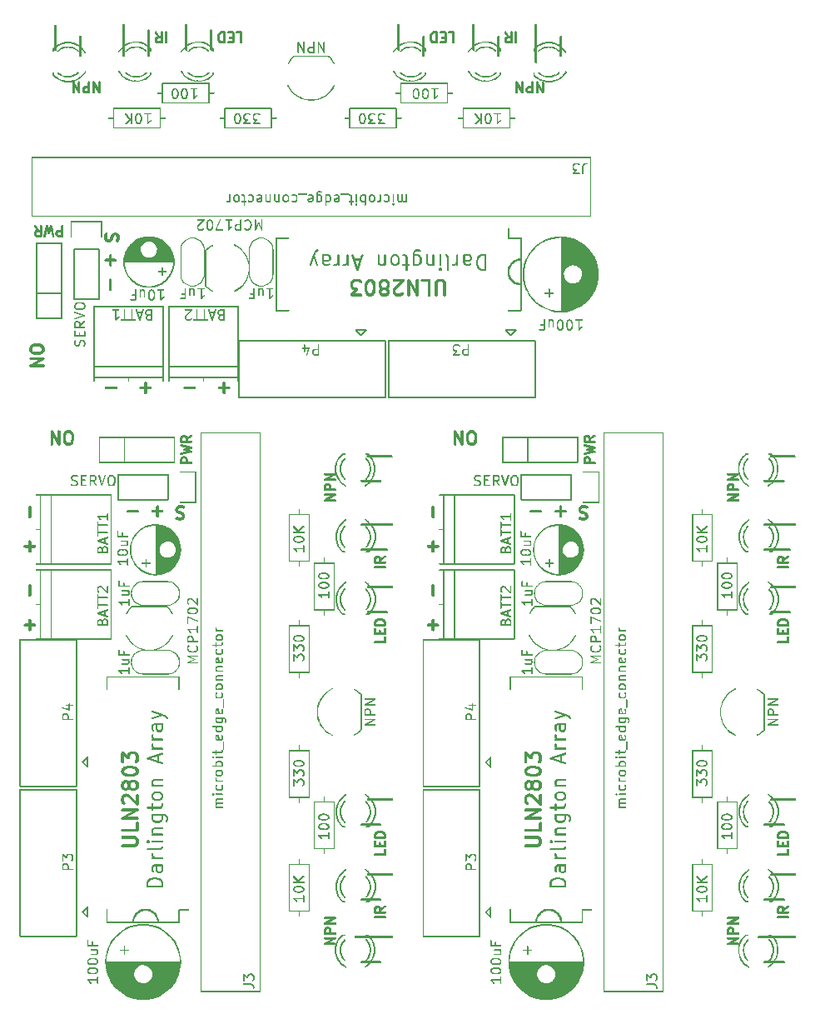
<source format=gto>
%MOIN*%
%OFA0B0*%
%FSLAX44Y44*%
%IPPOS*%
%LPD*%
G36*
X00006929Y00021417D02*
G01*
X00006946Y00021420D01*
X00006959Y00021427D01*
X00006971Y00021438D01*
X00006978Y00021452D01*
X00006979Y00021467D01*
X00006978Y00021483D01*
X00006971Y00021497D01*
X00006959Y00021508D01*
X00006946Y00021515D01*
X00006929Y00021517D01*
X00006529Y00021517D01*
X00006515Y00021515D01*
X00006500Y00021508D01*
X00006490Y00021497D01*
X00006483Y00021483D01*
X00006480Y00021467D01*
X00006483Y00021452D01*
X00006490Y00021438D01*
X00006500Y00021427D01*
X00006515Y00021420D01*
X00006529Y00021417D01*
X00006929Y00021417D01*
G37*
G36*
X00006529Y00021417D02*
G01*
X00006546Y00021420D01*
X00006559Y00021427D01*
X00006571Y00021438D01*
X00006578Y00021452D01*
X00006580Y00021467D01*
X00006580Y00021620D01*
X00006578Y00021635D01*
X00006571Y00021649D01*
X00006559Y00021660D01*
X00006546Y00021667D01*
X00006529Y00021669D01*
X00006515Y00021667D01*
X00006500Y00021660D01*
X00006490Y00021649D01*
X00006483Y00021635D01*
X00006480Y00021620D01*
X00006480Y00021467D01*
X00006483Y00021452D01*
X00006490Y00021438D01*
X00006500Y00021427D01*
X00006515Y00021420D01*
X00006529Y00021417D01*
G37*
G36*
X00006529Y00021570D02*
G01*
X00006546Y00021572D01*
X00006559Y00021579D01*
X00006571Y00021589D01*
X00006578Y00021604D01*
X00006596Y00021642D01*
X00006600Y00021658D01*
X00006596Y00021673D01*
X00006589Y00021687D01*
X00006579Y00021698D01*
X00006564Y00021705D01*
X00006549Y00021708D01*
X00006533Y00021705D01*
X00006520Y00021698D01*
X00006509Y00021687D01*
X00006501Y00021673D01*
X00006483Y00021635D01*
X00006480Y00021620D01*
X00006483Y00021604D01*
X00006490Y00021589D01*
X00006500Y00021579D01*
X00006515Y00021572D01*
X00006529Y00021570D01*
G37*
G36*
X00006549Y00021608D02*
G01*
X00006564Y00021610D01*
X00006579Y00021617D01*
X00006609Y00021647D01*
X00006616Y00021661D01*
X00006618Y00021677D01*
X00006616Y00021692D01*
X00006609Y00021706D01*
X00006598Y00021717D01*
X00006584Y00021724D01*
X00006569Y00021727D01*
X00006553Y00021724D01*
X00006539Y00021717D01*
X00006527Y00021706D01*
X00006527Y00021706D01*
X00006520Y00021698D01*
X00006509Y00021687D01*
X00006501Y00021673D01*
X00006498Y00021658D01*
X00006501Y00021642D01*
X00006509Y00021628D01*
X00006520Y00021617D01*
X00006533Y00021610D01*
X00006549Y00021608D01*
G37*
G36*
X00006569Y00021627D02*
G01*
X00006584Y00021629D01*
X00006621Y00021648D01*
X00006636Y00021655D01*
X00006647Y00021666D01*
X00006653Y00021680D01*
X00006657Y00021696D01*
X00006653Y00021711D01*
X00006647Y00021725D01*
X00006636Y00021736D01*
X00006621Y00021743D01*
X00006606Y00021746D01*
X00006590Y00021743D01*
X00006553Y00021724D01*
X00006539Y00021717D01*
X00006527Y00021706D01*
X00006521Y00021692D01*
X00006519Y00021677D01*
X00006521Y00021661D01*
X00006527Y00021647D01*
X00006539Y00021636D01*
X00006553Y00021629D01*
X00006569Y00021627D01*
G37*
G36*
X00006664Y00021646D02*
G01*
X00006679Y00021648D01*
X00006693Y00021655D01*
X00006704Y00021666D01*
X00006710Y00021680D01*
X00006713Y00021696D01*
X00006710Y00021711D01*
X00006704Y00021725D01*
X00006693Y00021736D01*
X00006679Y00021743D01*
X00006664Y00021746D01*
X00006606Y00021746D01*
X00006590Y00021743D01*
X00006576Y00021736D01*
X00006566Y00021725D01*
X00006558Y00021711D01*
X00006556Y00021696D01*
X00006558Y00021680D01*
X00006566Y00021666D01*
X00006576Y00021655D01*
X00006590Y00021648D01*
X00006606Y00021646D01*
X00006664Y00021646D01*
G37*
G36*
X00006702Y00021627D02*
G01*
X00006716Y00021629D01*
X00006731Y00021636D01*
X00006741Y00021647D01*
X00006749Y00021661D01*
X00006752Y00021677D01*
X00006749Y00021692D01*
X00006741Y00021706D01*
X00006731Y00021717D01*
X00006716Y00021724D01*
X00006679Y00021743D01*
X00006664Y00021746D01*
X00006647Y00021743D01*
X00006634Y00021736D01*
X00006622Y00021725D01*
X00006616Y00021711D01*
X00006614Y00021696D01*
X00006616Y00021680D01*
X00006622Y00021666D01*
X00006634Y00021655D01*
X00006647Y00021648D01*
X00006685Y00021629D01*
X00006702Y00021627D01*
G37*
G36*
X00006721Y00021608D02*
G01*
X00006736Y00021610D01*
X00006750Y00021617D01*
X00006761Y00021628D01*
X00006768Y00021642D01*
X00006770Y00021658D01*
X00006768Y00021673D01*
X00006761Y00021687D01*
X00006741Y00021706D01*
X00006731Y00021717D01*
X00006716Y00021724D01*
X00006702Y00021727D01*
X00006685Y00021724D01*
X00006672Y00021717D01*
X00006661Y00021706D01*
X00006653Y00021692D01*
X00006651Y00021677D01*
X00006653Y00021661D01*
X00006661Y00021647D01*
X00006672Y00021636D01*
X00006672Y00021636D01*
X00006692Y00021617D01*
X00006705Y00021610D01*
X00006721Y00021608D01*
G37*
G36*
X00006739Y00021570D02*
G01*
X00006755Y00021572D01*
X00006768Y00021579D01*
X00006780Y00021589D01*
X00006788Y00021604D01*
X00006790Y00021620D01*
X00006788Y00021635D01*
X00006768Y00021673D01*
X00006761Y00021687D01*
X00006750Y00021698D01*
X00006736Y00021705D01*
X00006721Y00021708D01*
X00006705Y00021705D01*
X00006692Y00021698D01*
X00006679Y00021687D01*
X00006673Y00021673D01*
X00006671Y00021658D01*
X00006673Y00021642D01*
X00006692Y00021604D01*
X00006700Y00021589D01*
X00006710Y00021579D01*
X00006725Y00021572D01*
X00006739Y00021570D01*
G37*
G36*
X00006739Y00021417D02*
G01*
X00006755Y00021420D01*
X00006768Y00021427D01*
X00006780Y00021438D01*
X00006788Y00021452D01*
X00006790Y00021467D01*
X00006790Y00021620D01*
X00006788Y00021635D01*
X00006780Y00021649D01*
X00006768Y00021660D01*
X00006755Y00021667D01*
X00006739Y00021669D01*
X00006725Y00021667D01*
X00006710Y00021660D01*
X00006700Y00021649D01*
X00006692Y00021635D01*
X00006690Y00021620D01*
X00006690Y00021467D01*
X00006692Y00021452D01*
X00006700Y00021438D01*
X00006710Y00021427D01*
X00006725Y00021420D01*
X00006739Y00021417D01*
G37*
G36*
X00006529Y00021779D02*
G01*
X00006546Y00021782D01*
X00006946Y00021877D01*
X00006959Y00021884D01*
X00006971Y00021894D01*
X00006978Y00021909D01*
X00006979Y00021924D01*
X00006978Y00021940D01*
X00006971Y00021953D01*
X00006959Y00021965D01*
X00006946Y00021972D01*
X00006929Y00021974D01*
X00006915Y00021972D01*
X00006515Y00021877D01*
X00006500Y00021870D01*
X00006490Y00021858D01*
X00006483Y00021845D01*
X00006480Y00021829D01*
X00006483Y00021814D01*
X00006490Y00021800D01*
X00006500Y00021789D01*
X00006515Y00021782D01*
X00006529Y00021779D01*
G37*
G36*
X00006929Y00021873D02*
G01*
X00006946Y00021877D01*
X00006959Y00021884D01*
X00006971Y00021894D01*
X00006978Y00021909D01*
X00006979Y00021924D01*
X00006978Y00021940D01*
X00006971Y00021953D01*
X00006959Y00021965D01*
X00006946Y00021972D01*
X00006660Y00022048D01*
X00006645Y00022051D01*
X00006629Y00022048D01*
X00006615Y00022041D01*
X00006604Y00022030D01*
X00006596Y00022016D01*
X00006594Y00022001D01*
X00006596Y00021985D01*
X00006604Y00021971D01*
X00006615Y00021960D01*
X00006629Y00021953D01*
X00006915Y00021877D01*
X00006929Y00021873D01*
G37*
G36*
X00006645Y00021951D02*
G01*
X00006660Y00021953D01*
X00006946Y00022029D01*
X00006959Y00022035D01*
X00006971Y00022047D01*
X00006978Y00022061D01*
X00006979Y00022077D01*
X00006978Y00022092D01*
X00006971Y00022106D01*
X00006959Y00022117D01*
X00006946Y00022124D01*
X00006929Y00022127D01*
X00006915Y00022124D01*
X00006629Y00022048D01*
X00006615Y00022041D01*
X00006604Y00022030D01*
X00006596Y00022016D01*
X00006594Y00022001D01*
X00006596Y00021985D01*
X00006604Y00021971D01*
X00006615Y00021960D01*
X00006629Y00021953D01*
X00006645Y00021951D01*
G37*
G36*
X00006929Y00022027D02*
G01*
X00006946Y00022029D01*
X00006959Y00022035D01*
X00006971Y00022047D01*
X00006978Y00022061D01*
X00006979Y00022077D01*
X00006978Y00022092D01*
X00006971Y00022106D01*
X00006959Y00022117D01*
X00006946Y00022124D01*
X00006546Y00022219D01*
X00006529Y00022222D01*
X00006515Y00022219D01*
X00006500Y00022212D01*
X00006490Y00022201D01*
X00006483Y00022187D01*
X00006480Y00022172D01*
X00006483Y00022155D01*
X00006490Y00022143D01*
X00006500Y00022131D01*
X00006515Y00022124D01*
X00006915Y00022029D01*
X00006929Y00022027D01*
G37*
G36*
X00006739Y00022370D02*
G01*
X00006755Y00022372D01*
X00006768Y00022378D01*
X00006959Y00022512D01*
X00006971Y00022523D01*
X00006978Y00022536D01*
X00006979Y00022553D01*
X00006978Y00022568D01*
X00006971Y00022582D01*
X00006959Y00022593D01*
X00006946Y00022599D01*
X00006929Y00022603D01*
X00006915Y00022599D01*
X00006901Y00022593D01*
X00006710Y00022460D01*
X00006700Y00022449D01*
X00006692Y00022435D01*
X00006690Y00022420D01*
X00006692Y00022404D01*
X00006700Y00022390D01*
X00006710Y00022378D01*
X00006725Y00022372D01*
X00006739Y00022370D01*
G37*
G36*
X00006929Y00022274D02*
G01*
X00006946Y00022277D01*
X00006959Y00022284D01*
X00006971Y00022294D01*
X00006978Y00022309D01*
X00006979Y00022324D01*
X00006978Y00022340D01*
X00006971Y00022354D01*
X00006959Y00022365D01*
X00006946Y00022372D01*
X00006929Y00022374D01*
X00006529Y00022374D01*
X00006515Y00022372D01*
X00006500Y00022365D01*
X00006490Y00022354D01*
X00006483Y00022340D01*
X00006480Y00022324D01*
X00006483Y00022309D01*
X00006490Y00022294D01*
X00006500Y00022284D01*
X00006515Y00022277D01*
X00006529Y00022274D01*
X00006929Y00022274D01*
G37*
G36*
X00006529Y00022274D02*
G01*
X00006546Y00022277D01*
X00006559Y00022284D01*
X00006571Y00022294D01*
X00006578Y00022309D01*
X00006580Y00022324D01*
X00006580Y00022477D01*
X00006578Y00022492D01*
X00006571Y00022506D01*
X00006559Y00022517D01*
X00006546Y00022524D01*
X00006529Y00022527D01*
X00006515Y00022524D01*
X00006500Y00022517D01*
X00006490Y00022506D01*
X00006483Y00022492D01*
X00006480Y00022477D01*
X00006480Y00022324D01*
X00006483Y00022309D01*
X00006490Y00022294D01*
X00006500Y00022284D01*
X00006515Y00022277D01*
X00006529Y00022274D01*
G37*
G36*
X00006529Y00022427D02*
G01*
X00006546Y00022429D01*
X00006559Y00022435D01*
X00006571Y00022447D01*
X00006578Y00022461D01*
X00006596Y00022498D01*
X00006600Y00022515D01*
X00006596Y00022530D01*
X00006589Y00022544D01*
X00006579Y00022555D01*
X00006564Y00022562D01*
X00006549Y00022565D01*
X00006533Y00022562D01*
X00006520Y00022555D01*
X00006509Y00022544D01*
X00006501Y00022530D01*
X00006483Y00022492D01*
X00006480Y00022477D01*
X00006483Y00022461D01*
X00006490Y00022447D01*
X00006500Y00022435D01*
X00006515Y00022429D01*
X00006529Y00022427D01*
G37*
G36*
X00006549Y00022465D02*
G01*
X00006564Y00022467D01*
X00006579Y00022474D01*
X00006598Y00022493D01*
X00006609Y00022504D01*
X00006616Y00022517D01*
X00006618Y00022534D01*
X00006616Y00022549D01*
X00006609Y00022563D01*
X00006598Y00022574D01*
X00006584Y00022581D01*
X00006569Y00022584D01*
X00006553Y00022581D01*
X00006539Y00022574D01*
X00006509Y00022544D01*
X00006501Y00022530D01*
X00006498Y00022515D01*
X00006501Y00022498D01*
X00006509Y00022485D01*
X00006520Y00022474D01*
X00006533Y00022467D01*
X00006549Y00022465D01*
G37*
G36*
X00006569Y00022484D02*
G01*
X00006584Y00022486D01*
X00006621Y00022505D01*
X00006636Y00022512D01*
X00006647Y00022523D01*
X00006653Y00022536D01*
X00006657Y00022553D01*
X00006653Y00022568D01*
X00006647Y00022582D01*
X00006636Y00022593D01*
X00006621Y00022599D01*
X00006606Y00022603D01*
X00006590Y00022599D01*
X00006553Y00022581D01*
X00006539Y00022574D01*
X00006527Y00022563D01*
X00006521Y00022549D01*
X00006519Y00022534D01*
X00006521Y00022517D01*
X00006527Y00022504D01*
X00006539Y00022493D01*
X00006553Y00022486D01*
X00006569Y00022484D01*
G37*
G36*
X00006664Y00022503D02*
G01*
X00006679Y00022505D01*
X00006693Y00022512D01*
X00006704Y00022523D01*
X00006710Y00022536D01*
X00006713Y00022553D01*
X00006710Y00022568D01*
X00006704Y00022582D01*
X00006693Y00022593D01*
X00006679Y00022599D01*
X00006664Y00022603D01*
X00006606Y00022603D01*
X00006590Y00022599D01*
X00006576Y00022593D01*
X00006566Y00022582D01*
X00006558Y00022568D01*
X00006556Y00022553D01*
X00006558Y00022536D01*
X00006566Y00022523D01*
X00006576Y00022512D01*
X00006590Y00022505D01*
X00006606Y00022503D01*
X00006664Y00022503D01*
G37*
G36*
X00006702Y00022484D02*
G01*
X00006716Y00022486D01*
X00006731Y00022493D01*
X00006741Y00022504D01*
X00006749Y00022517D01*
X00006752Y00022534D01*
X00006749Y00022549D01*
X00006741Y00022563D01*
X00006731Y00022574D01*
X00006716Y00022581D01*
X00006679Y00022599D01*
X00006664Y00022603D01*
X00006647Y00022599D01*
X00006634Y00022593D01*
X00006622Y00022582D01*
X00006616Y00022568D01*
X00006614Y00022553D01*
X00006616Y00022536D01*
X00006622Y00022523D01*
X00006634Y00022512D01*
X00006647Y00022505D01*
X00006685Y00022486D01*
X00006702Y00022484D01*
G37*
G36*
X00006721Y00022465D02*
G01*
X00006736Y00022467D01*
X00006750Y00022474D01*
X00006761Y00022485D01*
X00006768Y00022498D01*
X00006770Y00022515D01*
X00006768Y00022530D01*
X00006761Y00022544D01*
X00006731Y00022574D01*
X00006716Y00022581D01*
X00006702Y00022584D01*
X00006685Y00022581D01*
X00006672Y00022574D01*
X00006661Y00022563D01*
X00006653Y00022549D01*
X00006651Y00022534D01*
X00006653Y00022517D01*
X00006661Y00022504D01*
X00006679Y00022485D01*
X00006692Y00022474D01*
X00006705Y00022467D01*
X00006721Y00022465D01*
G37*
G36*
X00006739Y00022427D02*
G01*
X00006755Y00022429D01*
X00006768Y00022435D01*
X00006780Y00022447D01*
X00006788Y00022461D01*
X00006790Y00022477D01*
X00006788Y00022492D01*
X00006768Y00022530D01*
X00006761Y00022544D01*
X00006750Y00022555D01*
X00006736Y00022562D01*
X00006721Y00022565D01*
X00006705Y00022562D01*
X00006692Y00022555D01*
X00006679Y00022544D01*
X00006673Y00022530D01*
X00006671Y00022515D01*
X00006673Y00022498D01*
X00006692Y00022461D01*
X00006700Y00022447D01*
X00006710Y00022435D01*
X00006725Y00022429D01*
X00006739Y00022427D01*
G37*
G36*
X00006739Y00022274D02*
G01*
X00006755Y00022277D01*
X00006768Y00022284D01*
X00006780Y00022294D01*
X00006788Y00022309D01*
X00006790Y00022324D01*
X00006790Y00022477D01*
X00006788Y00022492D01*
X00006780Y00022506D01*
X00006768Y00022517D01*
X00006755Y00022524D01*
X00006739Y00022527D01*
X00006725Y00022524D01*
X00006710Y00022517D01*
X00006700Y00022506D01*
X00006692Y00022492D01*
X00006690Y00022477D01*
X00006690Y00022324D01*
X00006692Y00022309D01*
X00006700Y00022294D01*
X00006710Y00022284D01*
X00006725Y00022277D01*
X00006739Y00022274D01*
G37*
G36*
X00012680Y00002177D02*
G01*
X00012695Y00002179D01*
X00012709Y00002186D01*
X00012721Y00002197D01*
X00012728Y00002211D01*
X00012730Y00002227D01*
X00012728Y00002242D01*
X00012721Y00002256D01*
X00012709Y00002267D01*
X00012695Y00002274D01*
X00012680Y00002277D01*
X00012280Y00002277D01*
X00012265Y00002274D01*
X00012251Y00002267D01*
X00012240Y00002256D01*
X00012233Y00002242D01*
X00012230Y00002227D01*
X00012233Y00002211D01*
X00012240Y00002197D01*
X00012251Y00002186D01*
X00012265Y00002179D01*
X00012280Y00002177D01*
X00012680Y00002177D01*
G37*
G36*
X00012280Y00002177D02*
G01*
X00012296Y00002179D01*
X00012310Y00002186D01*
X00012709Y00002415D01*
X00012721Y00002426D01*
X00012728Y00002440D01*
X00012730Y00002455D01*
X00012728Y00002471D01*
X00012721Y00002485D01*
X00012709Y00002496D01*
X00012695Y00002503D01*
X00012680Y00002505D01*
X00012665Y00002503D01*
X00012650Y00002496D01*
X00012251Y00002267D01*
X00012240Y00002256D01*
X00012233Y00002242D01*
X00012230Y00002227D01*
X00012233Y00002211D01*
X00012240Y00002197D01*
X00012251Y00002186D01*
X00012265Y00002179D01*
X00012280Y00002177D01*
G37*
G36*
X00012680Y00002405D02*
G01*
X00012695Y00002408D01*
X00012709Y00002415D01*
X00012721Y00002426D01*
X00012728Y00002440D01*
X00012730Y00002455D01*
X00012728Y00002471D01*
X00012721Y00002485D01*
X00012709Y00002496D01*
X00012695Y00002503D01*
X00012680Y00002505D01*
X00012280Y00002505D01*
X00012265Y00002503D01*
X00012251Y00002496D01*
X00012240Y00002485D01*
X00012233Y00002471D01*
X00012230Y00002455D01*
X00012233Y00002440D01*
X00012240Y00002426D01*
X00012251Y00002415D01*
X00012265Y00002408D01*
X00012280Y00002405D01*
X00012680Y00002405D01*
G37*
G36*
X00012680Y00002596D02*
G01*
X00012695Y00002597D01*
X00012709Y00002605D01*
X00012721Y00002616D01*
X00012728Y00002630D01*
X00012730Y00002646D01*
X00012728Y00002661D01*
X00012721Y00002675D01*
X00012709Y00002686D01*
X00012695Y00002693D01*
X00012680Y00002696D01*
X00012280Y00002696D01*
X00012265Y00002693D01*
X00012251Y00002686D01*
X00012240Y00002675D01*
X00012233Y00002661D01*
X00012230Y00002646D01*
X00012233Y00002630D01*
X00012240Y00002616D01*
X00012251Y00002605D01*
X00012265Y00002597D01*
X00012280Y00002596D01*
X00012680Y00002596D01*
G37*
G36*
X00012280Y00002596D02*
G01*
X00012296Y00002597D01*
X00012310Y00002605D01*
X00012321Y00002616D01*
X00012327Y00002630D01*
X00012330Y00002646D01*
X00012330Y00002798D01*
X00012327Y00002814D01*
X00012321Y00002828D01*
X00012310Y00002839D01*
X00012296Y00002846D01*
X00012280Y00002848D01*
X00012265Y00002846D01*
X00012251Y00002839D01*
X00012240Y00002828D01*
X00012233Y00002814D01*
X00012230Y00002798D01*
X00012230Y00002646D01*
X00012233Y00002630D01*
X00012240Y00002616D01*
X00012251Y00002605D01*
X00012265Y00002597D01*
X00012280Y00002596D01*
G37*
G36*
X00012280Y00002748D02*
G01*
X00012296Y00002751D01*
X00012310Y00002758D01*
X00012321Y00002769D01*
X00012327Y00002783D01*
X00012346Y00002821D01*
X00012350Y00002836D01*
X00012346Y00002852D01*
X00012340Y00002866D01*
X00012329Y00002877D01*
X00012315Y00002884D01*
X00012300Y00002886D01*
X00012284Y00002884D01*
X00012270Y00002877D01*
X00012259Y00002866D01*
X00012252Y00002852D01*
X00012233Y00002814D01*
X00012230Y00002798D01*
X00012233Y00002783D01*
X00012240Y00002769D01*
X00012251Y00002758D01*
X00012265Y00002751D01*
X00012280Y00002748D01*
G37*
G36*
X00012300Y00002786D02*
G01*
X00012315Y00002789D01*
X00012329Y00002796D01*
X00012359Y00002826D01*
X00012366Y00002839D01*
X00012369Y00002854D01*
X00012366Y00002871D01*
X00012359Y00002885D01*
X00012347Y00002896D01*
X00012334Y00002903D01*
X00012319Y00002905D01*
X00012303Y00002903D01*
X00012289Y00002896D01*
X00012278Y00002885D01*
X00012270Y00002877D01*
X00012259Y00002866D01*
X00012252Y00002852D01*
X00012250Y00002836D01*
X00012252Y00002821D01*
X00012259Y00002807D01*
X00012270Y00002796D01*
X00012284Y00002789D01*
X00012300Y00002786D01*
G37*
G36*
X00012319Y00002805D02*
G01*
X00012334Y00002808D01*
X00012372Y00002827D01*
X00012386Y00002834D01*
X00012397Y00002844D01*
X00012404Y00002859D01*
X00012407Y00002874D01*
X00012404Y00002890D01*
X00012397Y00002904D01*
X00012386Y00002915D01*
X00012372Y00002922D01*
X00012357Y00002924D01*
X00012341Y00002922D01*
X00012303Y00002903D01*
X00012289Y00002896D01*
X00012278Y00002885D01*
X00012271Y00002871D01*
X00012269Y00002854D01*
X00012271Y00002839D01*
X00012278Y00002826D01*
X00012289Y00002814D01*
X00012303Y00002808D01*
X00012319Y00002805D01*
G37*
G36*
X00012414Y00002824D02*
G01*
X00012428Y00002827D01*
X00012443Y00002834D01*
X00012454Y00002844D01*
X00012461Y00002859D01*
X00012464Y00002874D01*
X00012461Y00002890D01*
X00012454Y00002904D01*
X00012443Y00002915D01*
X00012428Y00002922D01*
X00012414Y00002924D01*
X00012357Y00002924D01*
X00012341Y00002922D01*
X00012326Y00002915D01*
X00012316Y00002904D01*
X00012309Y00002890D01*
X00012306Y00002874D01*
X00012309Y00002859D01*
X00012316Y00002844D01*
X00012326Y00002834D01*
X00012341Y00002827D01*
X00012357Y00002824D01*
X00012414Y00002824D01*
G37*
G36*
X00012452Y00002805D02*
G01*
X00012467Y00002808D01*
X00012481Y00002814D01*
X00012492Y00002826D01*
X00012499Y00002839D01*
X00012502Y00002854D01*
X00012499Y00002871D01*
X00012492Y00002885D01*
X00012481Y00002896D01*
X00012467Y00002903D01*
X00012428Y00002922D01*
X00012414Y00002924D01*
X00012398Y00002922D01*
X00012384Y00002915D01*
X00012373Y00002904D01*
X00012366Y00002890D01*
X00012364Y00002874D01*
X00012366Y00002859D01*
X00012373Y00002844D01*
X00012384Y00002834D01*
X00012398Y00002827D01*
X00012436Y00002808D01*
X00012452Y00002805D01*
G37*
G36*
X00012471Y00002786D02*
G01*
X00012486Y00002789D01*
X00012500Y00002796D01*
X00012511Y00002807D01*
X00012518Y00002821D01*
X00012521Y00002836D01*
X00012518Y00002852D01*
X00012511Y00002866D01*
X00012500Y00002877D01*
X00012481Y00002896D01*
X00012467Y00002903D01*
X00012452Y00002905D01*
X00012436Y00002903D01*
X00012422Y00002896D01*
X00012411Y00002885D01*
X00012404Y00002871D01*
X00012402Y00002854D01*
X00012404Y00002839D01*
X00012411Y00002826D01*
X00012422Y00002814D01*
X00012442Y00002796D01*
X00012455Y00002789D01*
X00012471Y00002786D01*
G37*
G36*
X00012490Y00002748D02*
G01*
X00012505Y00002751D01*
X00012519Y00002758D01*
X00012529Y00002769D01*
X00012538Y00002783D01*
X00012540Y00002798D01*
X00012538Y00002814D01*
X00012518Y00002852D01*
X00012511Y00002866D01*
X00012500Y00002877D01*
X00012486Y00002884D01*
X00012471Y00002886D01*
X00012455Y00002884D01*
X00012442Y00002877D01*
X00012430Y00002866D01*
X00012423Y00002852D01*
X00012421Y00002836D01*
X00012423Y00002821D01*
X00012442Y00002783D01*
X00012450Y00002769D01*
X00012461Y00002758D01*
X00012475Y00002751D01*
X00012490Y00002748D01*
G37*
G36*
X00012490Y00002596D02*
G01*
X00012505Y00002597D01*
X00012519Y00002605D01*
X00012529Y00002616D01*
X00012538Y00002630D01*
X00012540Y00002646D01*
X00012540Y00002798D01*
X00012538Y00002814D01*
X00012529Y00002828D01*
X00012519Y00002839D01*
X00012505Y00002846D01*
X00012490Y00002848D01*
X00012475Y00002846D01*
X00012461Y00002839D01*
X00012450Y00002828D01*
X00012442Y00002814D01*
X00012440Y00002798D01*
X00012440Y00002646D01*
X00012442Y00002630D01*
X00012450Y00002616D01*
X00012461Y00002605D01*
X00012475Y00002597D01*
X00012490Y00002596D01*
G37*
G36*
X00012680Y00002996D02*
G01*
X00012695Y00002998D01*
X00012709Y00003005D01*
X00012721Y00003016D01*
X00012728Y00003030D01*
X00012730Y00003046D01*
X00012728Y00003061D01*
X00012721Y00003075D01*
X00012709Y00003086D01*
X00012695Y00003093D01*
X00012680Y00003096D01*
X00012280Y00003096D01*
X00012265Y00003093D01*
X00012251Y00003086D01*
X00012240Y00003075D01*
X00012233Y00003061D01*
X00012230Y00003046D01*
X00012233Y00003030D01*
X00012240Y00003016D01*
X00012251Y00003005D01*
X00012265Y00002998D01*
X00012280Y00002996D01*
X00012680Y00002996D01*
G37*
G36*
X00012280Y00002996D02*
G01*
X00012296Y00002998D01*
X00012310Y00003005D01*
X00012709Y00003233D01*
X00012721Y00003245D01*
X00012728Y00003259D01*
X00012730Y00003274D01*
X00012728Y00003290D01*
X00012721Y00003304D01*
X00012709Y00003315D01*
X00012695Y00003322D01*
X00012680Y00003323D01*
X00012665Y00003322D01*
X00012650Y00003315D01*
X00012251Y00003086D01*
X00012240Y00003075D01*
X00012233Y00003061D01*
X00012230Y00003046D01*
X00012233Y00003030D01*
X00012240Y00003016D01*
X00012251Y00003005D01*
X00012265Y00002998D01*
X00012280Y00002996D01*
G37*
G36*
X00012680Y00003224D02*
G01*
X00012695Y00003227D01*
X00012709Y00003233D01*
X00012721Y00003245D01*
X00012728Y00003259D01*
X00012730Y00003274D01*
X00012728Y00003290D01*
X00012721Y00003304D01*
X00012709Y00003315D01*
X00012695Y00003322D01*
X00012680Y00003323D01*
X00012280Y00003323D01*
X00012265Y00003322D01*
X00012251Y00003315D01*
X00012240Y00003304D01*
X00012233Y00003290D01*
X00012230Y00003274D01*
X00012233Y00003259D01*
X00012240Y00003245D01*
X00012251Y00003233D01*
X00012265Y00003227D01*
X00012280Y00003224D01*
X00012680Y00003224D01*
G37*
G36*
X00012680Y00019927D02*
G01*
X00012695Y00019929D01*
X00012709Y00019936D01*
X00012721Y00019946D01*
X00012728Y00019961D01*
X00012730Y00019977D01*
X00012728Y00019992D01*
X00012721Y00020006D01*
X00012709Y00020017D01*
X00012695Y00020024D01*
X00012680Y00020027D01*
X00012280Y00020027D01*
X00012265Y00020024D01*
X00012251Y00020017D01*
X00012240Y00020006D01*
X00012233Y00019992D01*
X00012230Y00019977D01*
X00012233Y00019961D01*
X00012240Y00019946D01*
X00012251Y00019936D01*
X00012265Y00019929D01*
X00012280Y00019927D01*
X00012680Y00019927D01*
G37*
G36*
X00012280Y00019927D02*
G01*
X00012296Y00019929D01*
X00012310Y00019936D01*
X00012709Y00020165D01*
X00012721Y00020176D01*
X00012728Y00020190D01*
X00012730Y00020205D01*
X00012728Y00020221D01*
X00012721Y00020235D01*
X00012709Y00020246D01*
X00012695Y00020253D01*
X00012680Y00020255D01*
X00012665Y00020253D01*
X00012650Y00020246D01*
X00012251Y00020017D01*
X00012240Y00020006D01*
X00012233Y00019992D01*
X00012230Y00019977D01*
X00012233Y00019961D01*
X00012240Y00019946D01*
X00012251Y00019936D01*
X00012265Y00019929D01*
X00012280Y00019927D01*
G37*
G36*
X00012680Y00020155D02*
G01*
X00012695Y00020158D01*
X00012709Y00020165D01*
X00012721Y00020176D01*
X00012728Y00020190D01*
X00012730Y00020205D01*
X00012728Y00020221D01*
X00012721Y00020235D01*
X00012709Y00020246D01*
X00012695Y00020253D01*
X00012680Y00020255D01*
X00012280Y00020255D01*
X00012265Y00020253D01*
X00012251Y00020246D01*
X00012240Y00020235D01*
X00012233Y00020221D01*
X00012230Y00020205D01*
X00012233Y00020190D01*
X00012240Y00020176D01*
X00012251Y00020165D01*
X00012265Y00020158D01*
X00012280Y00020155D01*
X00012680Y00020155D01*
G37*
G36*
X00012680Y00020346D02*
G01*
X00012695Y00020348D01*
X00012709Y00020355D01*
X00012721Y00020366D01*
X00012728Y00020379D01*
X00012730Y00020396D01*
X00012728Y00020411D01*
X00012721Y00020425D01*
X00012709Y00020436D01*
X00012695Y00020442D01*
X00012680Y00020446D01*
X00012280Y00020446D01*
X00012265Y00020442D01*
X00012251Y00020436D01*
X00012240Y00020425D01*
X00012233Y00020411D01*
X00012230Y00020396D01*
X00012233Y00020379D01*
X00012240Y00020366D01*
X00012251Y00020355D01*
X00012265Y00020348D01*
X00012280Y00020346D01*
X00012680Y00020346D01*
G37*
G36*
X00012280Y00020346D02*
G01*
X00012296Y00020348D01*
X00012310Y00020355D01*
X00012321Y00020366D01*
X00012327Y00020379D01*
X00012330Y00020396D01*
X00012330Y00020548D01*
X00012327Y00020564D01*
X00012321Y00020578D01*
X00012310Y00020589D01*
X00012296Y00020596D01*
X00012280Y00020598D01*
X00012265Y00020596D01*
X00012251Y00020589D01*
X00012240Y00020578D01*
X00012233Y00020564D01*
X00012230Y00020548D01*
X00012230Y00020396D01*
X00012233Y00020379D01*
X00012240Y00020366D01*
X00012251Y00020355D01*
X00012265Y00020348D01*
X00012280Y00020346D01*
G37*
G36*
X00012280Y00020498D02*
G01*
X00012296Y00020501D01*
X00012310Y00020508D01*
X00012321Y00020519D01*
X00012327Y00020533D01*
X00012346Y00020571D01*
X00012350Y00020586D01*
X00012346Y00020602D01*
X00012340Y00020616D01*
X00012329Y00020627D01*
X00012315Y00020634D01*
X00012300Y00020636D01*
X00012284Y00020634D01*
X00012270Y00020627D01*
X00012259Y00020616D01*
X00012252Y00020602D01*
X00012233Y00020564D01*
X00012230Y00020548D01*
X00012233Y00020533D01*
X00012240Y00020519D01*
X00012251Y00020508D01*
X00012265Y00020501D01*
X00012280Y00020498D01*
G37*
G36*
X00012300Y00020536D02*
G01*
X00012315Y00020539D01*
X00012329Y00020546D01*
X00012359Y00020576D01*
X00012366Y00020590D01*
X00012369Y00020605D01*
X00012366Y00020621D01*
X00012359Y00020635D01*
X00012347Y00020646D01*
X00012334Y00020653D01*
X00012319Y00020655D01*
X00012303Y00020653D01*
X00012289Y00020646D01*
X00012278Y00020635D01*
X00012270Y00020627D01*
X00012259Y00020616D01*
X00012252Y00020602D01*
X00012250Y00020586D01*
X00012252Y00020571D01*
X00012259Y00020557D01*
X00012270Y00020546D01*
X00012284Y00020539D01*
X00012300Y00020536D01*
G37*
G36*
X00012319Y00020555D02*
G01*
X00012334Y00020558D01*
X00012372Y00020577D01*
X00012386Y00020583D01*
X00012397Y00020595D01*
X00012404Y00020609D01*
X00012407Y00020623D01*
X00012404Y00020640D01*
X00012397Y00020654D01*
X00012386Y00020665D01*
X00012372Y00020672D01*
X00012357Y00020674D01*
X00012341Y00020672D01*
X00012303Y00020653D01*
X00012289Y00020646D01*
X00012278Y00020635D01*
X00012271Y00020621D01*
X00012269Y00020605D01*
X00012271Y00020590D01*
X00012278Y00020576D01*
X00012289Y00020565D01*
X00012303Y00020558D01*
X00012319Y00020555D01*
G37*
G36*
X00012414Y00020574D02*
G01*
X00012428Y00020577D01*
X00012443Y00020583D01*
X00012454Y00020595D01*
X00012461Y00020609D01*
X00012464Y00020623D01*
X00012461Y00020640D01*
X00012454Y00020654D01*
X00012443Y00020665D01*
X00012428Y00020672D01*
X00012414Y00020674D01*
X00012357Y00020674D01*
X00012341Y00020672D01*
X00012326Y00020665D01*
X00012316Y00020654D01*
X00012309Y00020640D01*
X00012306Y00020623D01*
X00012309Y00020609D01*
X00012316Y00020595D01*
X00012326Y00020583D01*
X00012341Y00020577D01*
X00012357Y00020574D01*
X00012414Y00020574D01*
G37*
G36*
X00012452Y00020555D02*
G01*
X00012467Y00020558D01*
X00012481Y00020565D01*
X00012492Y00020576D01*
X00012499Y00020590D01*
X00012502Y00020605D01*
X00012499Y00020621D01*
X00012492Y00020635D01*
X00012481Y00020646D01*
X00012467Y00020653D01*
X00012428Y00020672D01*
X00012414Y00020674D01*
X00012398Y00020672D01*
X00012384Y00020665D01*
X00012373Y00020654D01*
X00012366Y00020640D01*
X00012364Y00020623D01*
X00012366Y00020609D01*
X00012373Y00020595D01*
X00012384Y00020583D01*
X00012398Y00020577D01*
X00012436Y00020558D01*
X00012452Y00020555D01*
G37*
G36*
X00012471Y00020536D02*
G01*
X00012486Y00020539D01*
X00012500Y00020546D01*
X00012511Y00020557D01*
X00012518Y00020571D01*
X00012521Y00020586D01*
X00012518Y00020602D01*
X00012511Y00020616D01*
X00012500Y00020627D01*
X00012492Y00020635D01*
X00012481Y00020646D01*
X00012467Y00020653D01*
X00012452Y00020655D01*
X00012436Y00020653D01*
X00012422Y00020646D01*
X00012411Y00020635D01*
X00012404Y00020621D01*
X00012402Y00020605D01*
X00012404Y00020590D01*
X00012411Y00020576D01*
X00012422Y00020565D01*
X00012442Y00020546D01*
X00012455Y00020539D01*
X00012471Y00020536D01*
G37*
G36*
X00012490Y00020498D02*
G01*
X00012505Y00020501D01*
X00012519Y00020508D01*
X00012529Y00020519D01*
X00012538Y00020533D01*
X00012540Y00020548D01*
X00012538Y00020564D01*
X00012518Y00020602D01*
X00012511Y00020616D01*
X00012500Y00020627D01*
X00012486Y00020634D01*
X00012471Y00020636D01*
X00012455Y00020634D01*
X00012442Y00020627D01*
X00012430Y00020616D01*
X00012423Y00020602D01*
X00012421Y00020586D01*
X00012423Y00020571D01*
X00012442Y00020533D01*
X00012450Y00020519D01*
X00012461Y00020508D01*
X00012475Y00020501D01*
X00012490Y00020498D01*
G37*
G36*
X00012490Y00020346D02*
G01*
X00012505Y00020348D01*
X00012519Y00020355D01*
X00012529Y00020366D01*
X00012538Y00020379D01*
X00012540Y00020396D01*
X00012540Y00020548D01*
X00012538Y00020564D01*
X00012529Y00020578D01*
X00012519Y00020589D01*
X00012505Y00020596D01*
X00012490Y00020598D01*
X00012475Y00020596D01*
X00012461Y00020589D01*
X00012450Y00020578D01*
X00012442Y00020564D01*
X00012440Y00020548D01*
X00012440Y00020396D01*
X00012442Y00020379D01*
X00012450Y00020366D01*
X00012461Y00020355D01*
X00012475Y00020348D01*
X00012490Y00020346D01*
G37*
G36*
X00012680Y00020746D02*
G01*
X00012695Y00020748D01*
X00012709Y00020755D01*
X00012721Y00020766D01*
X00012728Y00020780D01*
X00012730Y00020796D01*
X00012728Y00020811D01*
X00012721Y00020825D01*
X00012709Y00020836D01*
X00012695Y00020843D01*
X00012680Y00020846D01*
X00012280Y00020846D01*
X00012265Y00020843D01*
X00012251Y00020836D01*
X00012240Y00020825D01*
X00012233Y00020811D01*
X00012230Y00020796D01*
X00012233Y00020780D01*
X00012240Y00020766D01*
X00012251Y00020755D01*
X00012265Y00020748D01*
X00012280Y00020746D01*
X00012680Y00020746D01*
G37*
G36*
X00012280Y00020746D02*
G01*
X00012296Y00020748D01*
X00012310Y00020755D01*
X00012709Y00020984D01*
X00012721Y00020995D01*
X00012728Y00021009D01*
X00012730Y00021024D01*
X00012728Y00021040D01*
X00012721Y00021054D01*
X00012709Y00021065D01*
X00012695Y00021072D01*
X00012680Y00021074D01*
X00012665Y00021072D01*
X00012650Y00021065D01*
X00012251Y00020836D01*
X00012240Y00020825D01*
X00012233Y00020811D01*
X00012230Y00020796D01*
X00012233Y00020780D01*
X00012240Y00020766D01*
X00012251Y00020755D01*
X00012265Y00020748D01*
X00012280Y00020746D01*
G37*
G36*
X00012680Y00020974D02*
G01*
X00012695Y00020977D01*
X00012709Y00020984D01*
X00012721Y00020995D01*
X00012728Y00021009D01*
X00012730Y00021024D01*
X00012728Y00021040D01*
X00012721Y00021054D01*
X00012709Y00021065D01*
X00012695Y00021072D01*
X00012680Y00021074D01*
X00012280Y00021074D01*
X00012265Y00021072D01*
X00012251Y00021065D01*
X00012240Y00021054D01*
X00012233Y00021040D01*
X00012230Y00021024D01*
X00012233Y00021009D01*
X00012240Y00020995D01*
X00012251Y00020984D01*
X00012265Y00020977D01*
X00012280Y00020974D01*
X00012680Y00020974D01*
G37*
G36*
X00014500Y00001450D02*
G01*
X00014515Y00001453D01*
X00014529Y00001460D01*
X00014540Y00001471D01*
X00014547Y00001485D01*
X00014549Y00001500D01*
X00014547Y00001516D01*
X00014540Y00001530D01*
X00014529Y00001540D01*
X00014515Y00001548D01*
X00014500Y00001550D01*
X00013750Y00001550D01*
X00013733Y00001548D01*
X00013720Y00001540D01*
X00013709Y00001530D01*
X00013702Y00001516D01*
X00013699Y00001500D01*
X00013702Y00001485D01*
X00013709Y00001471D01*
X00013720Y00001460D01*
X00013733Y00001453D01*
X00013750Y00001450D01*
X00014500Y00001450D01*
G37*
G36*
X00014999Y00002450D02*
G01*
X00014999Y00002550D01*
X00013500Y00002550D01*
X00013483Y00002548D01*
X00013470Y00002541D01*
X00013459Y00002530D01*
X00013452Y00002516D01*
X00013449Y00002500D01*
X00013452Y00002485D01*
X00013459Y00002471D01*
X00013470Y00002460D01*
X00013483Y00002453D01*
X00013500Y00002450D01*
X00014999Y00002450D01*
G37*
G36*
X00014500Y00003950D02*
G01*
X00014515Y00003953D01*
X00014529Y00003960D01*
X00014540Y00003971D01*
X00014547Y00003985D01*
X00014549Y00004001D01*
X00014547Y00004016D01*
X00014540Y00004030D01*
X00014529Y00004041D01*
X00014515Y00004048D01*
X00014500Y00004051D01*
X00013750Y00004051D01*
X00013733Y00004048D01*
X00013720Y00004041D01*
X00013709Y00004030D01*
X00013702Y00004016D01*
X00013699Y00004001D01*
X00013702Y00003985D01*
X00013709Y00003971D01*
X00013720Y00003960D01*
X00013733Y00003953D01*
X00013750Y00003950D01*
X00014500Y00003950D01*
G37*
G36*
X00014999Y00004950D02*
G01*
X00014999Y00005051D01*
X00013999Y00005051D01*
X00013984Y00005048D01*
X00013969Y00005041D01*
X00013959Y00005030D01*
X00013952Y00005016D01*
X00013949Y00005000D01*
X00013952Y00004985D01*
X00013959Y00004971D01*
X00013969Y00004960D01*
X00013984Y00004953D01*
X00013999Y00004950D01*
X00014999Y00004950D01*
G37*
G36*
X00014500Y00006949D02*
G01*
X00014515Y00006952D01*
X00014529Y00006959D01*
X00014540Y00006971D01*
X00014547Y00006984D01*
X00014549Y00007000D01*
X00014547Y00007015D01*
X00014540Y00007030D01*
X00014529Y00007040D01*
X00014515Y00007047D01*
X00014500Y00007049D01*
X00013750Y00007049D01*
X00013733Y00007047D01*
X00013720Y00007040D01*
X00013709Y00007030D01*
X00013702Y00007015D01*
X00013699Y00007000D01*
X00013702Y00006984D01*
X00013709Y00006971D01*
X00013720Y00006959D01*
X00013733Y00006952D01*
X00013750Y00006949D01*
X00014500Y00006949D01*
G37*
G36*
X00014999Y00007951D02*
G01*
X00014999Y00008050D01*
X00013999Y00008050D01*
X00013984Y00008047D01*
X00013969Y00008041D01*
X00013959Y00008030D01*
X00013952Y00008016D01*
X00013949Y00008000D01*
X00013952Y00007985D01*
X00013959Y00007971D01*
X00013969Y00007960D01*
X00013984Y00007953D01*
X00013999Y00007951D01*
X00014999Y00007951D01*
G37*
G36*
X00014500Y00020701D02*
G01*
X00014515Y00020703D01*
X00014529Y00020710D01*
X00014540Y00020721D01*
X00014547Y00020735D01*
X00014549Y00020751D01*
X00014547Y00020766D01*
X00014540Y00020780D01*
X00014529Y00020791D01*
X00014515Y00020798D01*
X00014500Y00020801D01*
X00013750Y00020801D01*
X00013733Y00020798D01*
X00013720Y00020791D01*
X00013709Y00020780D01*
X00013702Y00020766D01*
X00013699Y00020751D01*
X00013702Y00020735D01*
X00013709Y00020721D01*
X00013720Y00020710D01*
X00013733Y00020703D01*
X00013750Y00020701D01*
X00014500Y00020701D01*
G37*
G36*
X00014985Y00021700D02*
G01*
X00014967Y00021801D01*
X00013999Y00021801D01*
X00013984Y00021798D01*
X00013969Y00021791D01*
X00013959Y00021780D01*
X00013952Y00021766D01*
X00013949Y00021750D01*
X00013952Y00021735D01*
X00013959Y00021721D01*
X00013969Y00021710D01*
X00013984Y00021703D01*
X00013999Y00021700D01*
X00014985Y00021700D01*
G37*
G36*
X00014999Y00018951D02*
G01*
X00014999Y00019051D01*
X00013750Y00019051D01*
X00013733Y00019048D01*
X00013720Y00019040D01*
X00013709Y00019030D01*
X00013702Y00019016D01*
X00013699Y00019001D01*
X00013702Y00018985D01*
X00013709Y00018970D01*
X00013720Y00018960D01*
X00013733Y00018953D01*
X00013750Y00018951D01*
X00014999Y00018951D01*
G37*
G36*
X00014749Y00017951D02*
G01*
X00014765Y00017953D01*
X00014779Y00017960D01*
X00014790Y00017971D01*
X00014797Y00017985D01*
X00014799Y00018000D01*
X00014797Y00018016D01*
X00014790Y00018030D01*
X00014779Y00018041D01*
X00014765Y00018048D01*
X00014749Y00018050D01*
X00013750Y00018050D01*
X00013733Y00018048D01*
X00013720Y00018041D01*
X00013709Y00018030D01*
X00013702Y00018016D01*
X00013699Y00018000D01*
X00013702Y00017985D01*
X00013709Y00017971D01*
X00013720Y00017960D01*
X00013733Y00017953D01*
X00013750Y00017951D01*
X00014749Y00017951D01*
G37*
G36*
X00014749Y00015451D02*
G01*
X00014765Y00015452D01*
X00014779Y00015460D01*
X00014790Y00015471D01*
X00014797Y00015485D01*
X00014799Y00015501D01*
X00014797Y00015516D01*
X00014790Y00015530D01*
X00014779Y00015541D01*
X00014765Y00015547D01*
X00014749Y00015551D01*
X00013999Y00015551D01*
X00013984Y00015547D01*
X00013969Y00015541D01*
X00013959Y00015530D01*
X00013952Y00015516D01*
X00013949Y00015501D01*
X00013952Y00015485D01*
X00013959Y00015471D01*
X00013969Y00015460D01*
X00013984Y00015452D01*
X00013999Y00015451D01*
X00014749Y00015451D01*
G37*
G36*
X00014999Y00016450D02*
G01*
X00014999Y00016551D01*
X00013999Y00016551D01*
X00013984Y00016548D01*
X00013969Y00016541D01*
X00013959Y00016530D01*
X00013952Y00016516D01*
X00013949Y00016501D01*
X00013952Y00016485D01*
X00013959Y00016471D01*
X00013969Y00016459D01*
X00013984Y00016453D01*
X00013999Y00016450D01*
X00014999Y00016450D01*
G37*
G36*
X00004399Y00001943D02*
G01*
X00004409Y00001943D01*
X00004417Y00001948D01*
X00004423Y00001955D01*
X00004428Y00001963D01*
X00004429Y00001971D01*
X00004428Y00001981D01*
X00004423Y00001990D01*
X00004417Y00001996D01*
X00004409Y00002000D01*
X00004399Y00002002D01*
X00004099Y00002002D01*
X00004089Y00002000D01*
X00004082Y00001996D01*
X00004076Y00001990D01*
X00004071Y00001981D01*
X00004069Y00001971D01*
X00004071Y00001963D01*
X00004076Y00001955D01*
X00004082Y00001948D01*
X00004089Y00001943D01*
X00004099Y00001943D01*
X00004399Y00001943D01*
G37*
G36*
X00004249Y00001792D02*
G01*
X00004259Y00001794D01*
X00004267Y00001798D01*
X00004273Y00001805D01*
X00004278Y00001813D01*
X00004279Y00001821D01*
X00004279Y00002122D01*
X00004278Y00002131D01*
X00004273Y00002140D01*
X00004267Y00002146D01*
X00004259Y00002150D01*
X00004249Y00002152D01*
X00004240Y00002150D01*
X00004232Y00002146D01*
X00004226Y00002140D01*
X00004221Y00002131D01*
X00004220Y00002122D01*
X00004220Y00001821D01*
X00004221Y00001813D01*
X00004226Y00001805D01*
X00004232Y00001798D01*
X00004240Y00001794D01*
X00004249Y00001792D01*
G37*
G36*
X00005767Y00004488D02*
G01*
X00005779Y00004490D01*
X00005790Y00004496D01*
X00005799Y00004504D01*
X00005804Y00004515D01*
X00005806Y00004528D01*
X00005804Y00004540D01*
X00005799Y00004551D01*
X00005790Y00004559D01*
X00005779Y00004565D01*
X00005767Y00004567D01*
X00005175Y00004567D01*
X00005164Y00004565D01*
X00005153Y00004559D01*
X00005144Y00004551D01*
X00005139Y00004540D01*
X00005137Y00004528D01*
X00005139Y00004515D01*
X00005144Y00004504D01*
X00005153Y00004496D01*
X00005164Y00004490D01*
X00005175Y00004488D01*
X00005767Y00004488D01*
G37*
G36*
X00005175Y00004488D02*
G01*
X00005188Y00004490D01*
X00005199Y00004496D01*
X00005208Y00004504D01*
X00005214Y00004515D01*
X00005215Y00004528D01*
X00005215Y00004668D01*
X00005214Y00004680D01*
X00005208Y00004691D01*
X00005199Y00004700D01*
X00005188Y00004706D01*
X00005175Y00004707D01*
X00005164Y00004706D01*
X00005153Y00004700D01*
X00005144Y00004691D01*
X00005139Y00004680D01*
X00005137Y00004668D01*
X00005137Y00004528D01*
X00005139Y00004515D01*
X00005144Y00004504D01*
X00005153Y00004496D01*
X00005164Y00004490D01*
X00005175Y00004488D01*
G37*
G36*
X00005175Y00004629D02*
G01*
X00005188Y00004631D01*
X00005199Y00004636D01*
X00005208Y00004645D01*
X00005214Y00004656D01*
X00005242Y00004740D01*
X00005244Y00004752D01*
X00005242Y00004765D01*
X00005235Y00004776D01*
X00005227Y00004784D01*
X00005215Y00004790D01*
X00005204Y00004792D01*
X00005192Y00004790D01*
X00005181Y00004784D01*
X00005172Y00004776D01*
X00005167Y00004765D01*
X00005139Y00004680D01*
X00005137Y00004668D01*
X00005139Y00004656D01*
X00005144Y00004645D01*
X00005153Y00004636D01*
X00005164Y00004631D01*
X00005175Y00004629D01*
G37*
G36*
X00005204Y00004713D02*
G01*
X00005215Y00004715D01*
X00005227Y00004721D01*
X00005292Y00004786D01*
X00005298Y00004797D01*
X00005300Y00004809D01*
X00005298Y00004821D01*
X00005292Y00004832D01*
X00005284Y00004841D01*
X00005273Y00004846D01*
X00005260Y00004848D01*
X00005248Y00004846D01*
X00005237Y00004841D01*
X00005172Y00004776D01*
X00005167Y00004765D01*
X00005165Y00004752D01*
X00005167Y00004740D01*
X00005172Y00004729D01*
X00005181Y00004721D01*
X00005192Y00004715D01*
X00005204Y00004713D01*
G37*
G36*
X00005260Y00004769D02*
G01*
X00005273Y00004771D01*
X00005329Y00004799D01*
X00005340Y00004805D01*
X00005349Y00004814D01*
X00005354Y00004825D01*
X00005356Y00004837D01*
X00005354Y00004849D01*
X00005349Y00004860D01*
X00005340Y00004869D01*
X00005329Y00004874D01*
X00005316Y00004876D01*
X00005305Y00004874D01*
X00005248Y00004846D01*
X00005237Y00004841D01*
X00005229Y00004832D01*
X00005223Y00004821D01*
X00005221Y00004809D01*
X00005223Y00004797D01*
X00005229Y00004786D01*
X00005237Y00004777D01*
X00005248Y00004771D01*
X00005260Y00004769D01*
G37*
G36*
X00005316Y00004797D02*
G01*
X00005329Y00004799D01*
X00005441Y00004828D01*
X00005452Y00004833D01*
X00005461Y00004842D01*
X00005467Y00004853D01*
X00005469Y00004865D01*
X00005467Y00004877D01*
X00005461Y00004888D01*
X00005452Y00004897D01*
X00005441Y00004902D01*
X00005429Y00004904D01*
X00005417Y00004902D01*
X00005305Y00004874D01*
X00005294Y00004869D01*
X00005285Y00004860D01*
X00005279Y00004849D01*
X00005276Y00004837D01*
X00005279Y00004825D01*
X00005285Y00004814D01*
X00005294Y00004805D01*
X00005305Y00004799D01*
X00005316Y00004797D01*
G37*
G36*
X00005514Y00004826D02*
G01*
X00005526Y00004828D01*
X00005537Y00004833D01*
X00005545Y00004842D01*
X00005551Y00004853D01*
X00005553Y00004865D01*
X00005551Y00004877D01*
X00005545Y00004888D01*
X00005537Y00004897D01*
X00005526Y00004902D01*
X00005514Y00004904D01*
X00005429Y00004904D01*
X00005417Y00004902D01*
X00005406Y00004897D01*
X00005397Y00004888D01*
X00005392Y00004877D01*
X00005390Y00004865D01*
X00005392Y00004853D01*
X00005397Y00004842D01*
X00005406Y00004833D01*
X00005417Y00004828D01*
X00005429Y00004826D01*
X00005514Y00004826D01*
G37*
G36*
X00005626Y00004797D02*
G01*
X00005638Y00004799D01*
X00005649Y00004805D01*
X00005658Y00004814D01*
X00005663Y00004825D01*
X00005665Y00004837D01*
X00005663Y00004849D01*
X00005658Y00004860D01*
X00005649Y00004869D01*
X00005638Y00004874D01*
X00005526Y00004902D01*
X00005514Y00004904D01*
X00005501Y00004902D01*
X00005490Y00004897D01*
X00005482Y00004888D01*
X00005476Y00004877D01*
X00005474Y00004865D01*
X00005476Y00004853D01*
X00005482Y00004842D01*
X00005490Y00004833D01*
X00005501Y00004828D01*
X00005614Y00004799D01*
X00005626Y00004797D01*
G37*
G36*
X00005682Y00004769D02*
G01*
X00005694Y00004771D01*
X00005705Y00004777D01*
X00005714Y00004786D01*
X00005719Y00004797D01*
X00005722Y00004809D01*
X00005719Y00004821D01*
X00005714Y00004832D01*
X00005705Y00004841D01*
X00005694Y00004846D01*
X00005638Y00004874D01*
X00005626Y00004876D01*
X00005614Y00004874D01*
X00005603Y00004869D01*
X00005594Y00004860D01*
X00005588Y00004849D01*
X00005587Y00004837D01*
X00005588Y00004825D01*
X00005594Y00004814D01*
X00005603Y00004805D01*
X00005614Y00004799D01*
X00005669Y00004771D01*
X00005682Y00004769D01*
G37*
G36*
X00005739Y00004713D02*
G01*
X00005750Y00004715D01*
X00005762Y00004721D01*
X00005770Y00004729D01*
X00005776Y00004740D01*
X00005778Y00004752D01*
X00005776Y00004765D01*
X00005770Y00004776D01*
X00005762Y00004784D01*
X00005762Y00004784D01*
X00005705Y00004841D01*
X00005694Y00004846D01*
X00005682Y00004848D01*
X00005669Y00004846D01*
X00005659Y00004841D01*
X00005649Y00004832D01*
X00005645Y00004821D01*
X00005643Y00004809D01*
X00005645Y00004797D01*
X00005649Y00004786D01*
X00005659Y00004777D01*
X00005707Y00004729D01*
X00005715Y00004721D01*
X00005726Y00004715D01*
X00005739Y00004713D01*
G37*
G36*
X00005767Y00004629D02*
G01*
X00005779Y00004631D01*
X00005790Y00004636D01*
X00005799Y00004645D01*
X00005804Y00004656D01*
X00005806Y00004668D01*
X00005804Y00004680D01*
X00005776Y00004765D01*
X00005770Y00004776D01*
X00005762Y00004784D01*
X00005750Y00004790D01*
X00005739Y00004792D01*
X00005726Y00004790D01*
X00005715Y00004784D01*
X00005707Y00004776D01*
X00005701Y00004765D01*
X00005699Y00004752D01*
X00005701Y00004740D01*
X00005729Y00004656D01*
X00005735Y00004645D01*
X00005744Y00004636D01*
X00005754Y00004631D01*
X00005767Y00004629D01*
G37*
G36*
X00005767Y00004488D02*
G01*
X00005779Y00004490D01*
X00005790Y00004496D01*
X00005799Y00004504D01*
X00005804Y00004515D01*
X00005806Y00004528D01*
X00005806Y00004668D01*
X00005804Y00004680D01*
X00005799Y00004691D01*
X00005790Y00004700D01*
X00005779Y00004706D01*
X00005767Y00004707D01*
X00005754Y00004706D01*
X00005744Y00004700D01*
X00005735Y00004691D01*
X00005729Y00004680D01*
X00005727Y00004668D01*
X00005727Y00004528D01*
X00005729Y00004515D01*
X00005735Y00004504D01*
X00005744Y00004496D01*
X00005754Y00004490D01*
X00005767Y00004488D01*
G37*
G36*
X00005767Y00005332D02*
G01*
X00005779Y00005334D01*
X00005790Y00005339D01*
X00005799Y00005348D01*
X00005804Y00005359D01*
X00005806Y00005371D01*
X00005804Y00005383D01*
X00005799Y00005394D01*
X00005790Y00005403D01*
X00005779Y00005409D01*
X00005767Y00005411D01*
X00005457Y00005411D01*
X00005445Y00005409D01*
X00005434Y00005403D01*
X00005425Y00005394D01*
X00005420Y00005383D01*
X00005417Y00005371D01*
X00005420Y00005359D01*
X00005425Y00005348D01*
X00005434Y00005339D01*
X00005445Y00005334D01*
X00005457Y00005332D01*
X00005767Y00005332D01*
G37*
G36*
X00005401Y00005304D02*
G01*
X00005413Y00005306D01*
X00005469Y00005334D01*
X00005480Y00005339D01*
X00005489Y00005348D01*
X00005495Y00005359D01*
X00005497Y00005371D01*
X00005495Y00005383D01*
X00005489Y00005394D01*
X00005480Y00005403D01*
X00005469Y00005409D01*
X00005457Y00005411D01*
X00005445Y00005409D01*
X00005389Y00005380D01*
X00005377Y00005375D01*
X00005369Y00005366D01*
X00005364Y00005355D01*
X00005362Y00005343D01*
X00005364Y00005331D01*
X00005369Y00005320D01*
X00005377Y00005311D01*
X00005389Y00005306D01*
X00005401Y00005304D01*
G37*
G36*
X00005373Y00005247D02*
G01*
X00005385Y00005249D01*
X00005396Y00005255D01*
X00005405Y00005264D01*
X00005410Y00005275D01*
X00005439Y00005331D01*
X00005440Y00005343D01*
X00005439Y00005355D01*
X00005433Y00005366D01*
X00005424Y00005375D01*
X00005413Y00005380D01*
X00005401Y00005382D01*
X00005389Y00005380D01*
X00005377Y00005375D01*
X00005369Y00005366D01*
X00005364Y00005355D01*
X00005336Y00005299D01*
X00005334Y00005286D01*
X00005336Y00005275D01*
X00005341Y00005264D01*
X00005350Y00005255D01*
X00005361Y00005249D01*
X00005373Y00005247D01*
G37*
G36*
X00005373Y00005135D02*
G01*
X00005385Y00005137D01*
X00005396Y00005142D01*
X00005405Y00005151D01*
X00005410Y00005162D01*
X00005412Y00005174D01*
X00005412Y00005286D01*
X00005410Y00005299D01*
X00005405Y00005310D01*
X00005396Y00005319D01*
X00005385Y00005324D01*
X00005373Y00005326D01*
X00005361Y00005324D01*
X00005350Y00005319D01*
X00005341Y00005310D01*
X00005336Y00005299D01*
X00005334Y00005286D01*
X00005334Y00005174D01*
X00005336Y00005162D01*
X00005341Y00005151D01*
X00005350Y00005142D01*
X00005361Y00005137D01*
X00005373Y00005135D01*
G37*
G36*
X00005401Y00005079D02*
G01*
X00005413Y00005081D01*
X00005424Y00005086D01*
X00005433Y00005094D01*
X00005439Y00005106D01*
X00005440Y00005118D01*
X00005439Y00005130D01*
X00005410Y00005185D01*
X00005405Y00005197D01*
X00005396Y00005205D01*
X00005385Y00005212D01*
X00005373Y00005214D01*
X00005361Y00005212D01*
X00005350Y00005205D01*
X00005341Y00005197D01*
X00005336Y00005185D01*
X00005334Y00005174D01*
X00005336Y00005162D01*
X00005364Y00005106D01*
X00005369Y00005094D01*
X00005377Y00005086D01*
X00005389Y00005081D01*
X00005401Y00005079D01*
G37*
G36*
X00005767Y00005276D02*
G01*
X00005779Y00005276D01*
X00005790Y00005283D01*
X00005799Y00005292D01*
X00005804Y00005303D01*
X00005806Y00005315D01*
X00005804Y00005326D01*
X00005776Y00005383D01*
X00005770Y00005394D01*
X00005762Y00005403D01*
X00005750Y00005409D01*
X00005739Y00005411D01*
X00005726Y00005409D01*
X00005715Y00005403D01*
X00005707Y00005394D01*
X00005701Y00005383D01*
X00005699Y00005371D01*
X00005701Y00005359D01*
X00005729Y00005303D01*
X00005735Y00005292D01*
X00005744Y00005283D01*
X00005754Y00005276D01*
X00005767Y00005276D01*
G37*
G36*
X00005767Y00005135D02*
G01*
X00005779Y00005137D01*
X00005790Y00005142D01*
X00005799Y00005151D01*
X00005804Y00005162D01*
X00005806Y00005174D01*
X00005806Y00005315D01*
X00005804Y00005326D01*
X00005799Y00005338D01*
X00005790Y00005346D01*
X00005779Y00005352D01*
X00005767Y00005354D01*
X00005754Y00005352D01*
X00005744Y00005346D01*
X00005735Y00005338D01*
X00005729Y00005326D01*
X00005727Y00005315D01*
X00005727Y00005174D01*
X00005729Y00005162D01*
X00005735Y00005151D01*
X00005744Y00005142D01*
X00005754Y00005137D01*
X00005767Y00005135D01*
G37*
G36*
X00005739Y00005079D02*
G01*
X00005750Y00005081D01*
X00005762Y00005086D01*
X00005770Y00005094D01*
X00005776Y00005106D01*
X00005804Y00005162D01*
X00005806Y00005174D01*
X00005804Y00005185D01*
X00005799Y00005197D01*
X00005790Y00005205D01*
X00005779Y00005212D01*
X00005767Y00005214D01*
X00005754Y00005212D01*
X00005744Y00005205D01*
X00005735Y00005197D01*
X00005729Y00005185D01*
X00005701Y00005130D01*
X00005699Y00005118D01*
X00005701Y00005106D01*
X00005707Y00005094D01*
X00005715Y00005086D01*
X00005726Y00005081D01*
X00005739Y00005079D01*
G37*
G36*
X00005682Y00005051D02*
G01*
X00005694Y00005052D01*
X00005750Y00005081D01*
X00005762Y00005086D01*
X00005770Y00005094D01*
X00005776Y00005106D01*
X00005778Y00005118D01*
X00005776Y00005130D01*
X00005770Y00005141D01*
X00005762Y00005150D01*
X00005750Y00005155D01*
X00005739Y00005157D01*
X00005726Y00005155D01*
X00005669Y00005127D01*
X00005659Y00005122D01*
X00005649Y00005113D01*
X00005645Y00005102D01*
X00005643Y00005090D01*
X00005645Y00005078D01*
X00005649Y00005067D01*
X00005659Y00005058D01*
X00005669Y00005052D01*
X00005682Y00005051D01*
G37*
G36*
X00005682Y00005051D02*
G01*
X00005694Y00005052D01*
X00005705Y00005058D01*
X00005714Y00005067D01*
X00005719Y00005078D01*
X00005722Y00005090D01*
X00005719Y00005102D01*
X00005714Y00005113D01*
X00005705Y00005122D01*
X00005694Y00005127D01*
X00005682Y00005129D01*
X00005626Y00005129D01*
X00005614Y00005127D01*
X00005603Y00005122D01*
X00005594Y00005113D01*
X00005588Y00005102D01*
X00005587Y00005090D01*
X00005588Y00005078D01*
X00005594Y00005067D01*
X00005603Y00005058D01*
X00005614Y00005052D01*
X00005626Y00005051D01*
X00005682Y00005051D01*
G37*
G36*
X00005626Y00005051D02*
G01*
X00005638Y00005052D01*
X00005649Y00005058D01*
X00005658Y00005067D01*
X00005663Y00005078D01*
X00005665Y00005090D01*
X00005663Y00005102D01*
X00005658Y00005113D01*
X00005649Y00005122D01*
X00005638Y00005127D01*
X00005582Y00005155D01*
X00005570Y00005157D01*
X00005558Y00005155D01*
X00005547Y00005150D01*
X00005538Y00005141D01*
X00005532Y00005130D01*
X00005530Y00005118D01*
X00005532Y00005106D01*
X00005538Y00005094D01*
X00005547Y00005086D01*
X00005558Y00005081D01*
X00005614Y00005052D01*
X00005626Y00005051D01*
G37*
G36*
X00005570Y00005079D02*
G01*
X00005582Y00005081D01*
X00005593Y00005086D01*
X00005602Y00005094D01*
X00005607Y00005106D01*
X00005608Y00005118D01*
X00005607Y00005130D01*
X00005578Y00005185D01*
X00005574Y00005197D01*
X00005565Y00005205D01*
X00005554Y00005212D01*
X00005542Y00005214D01*
X00005530Y00005212D01*
X00005518Y00005205D01*
X00005510Y00005197D01*
X00005504Y00005185D01*
X00005502Y00005174D01*
X00005504Y00005162D01*
X00005532Y00005106D01*
X00005538Y00005094D01*
X00005547Y00005086D01*
X00005558Y00005081D01*
X00005570Y00005079D01*
G37*
G36*
X00005542Y00005135D02*
G01*
X00005554Y00005137D01*
X00005565Y00005142D01*
X00005574Y00005151D01*
X00005578Y00005162D01*
X00005581Y00005174D01*
X00005581Y00005315D01*
X00005578Y00005326D01*
X00005574Y00005338D01*
X00005565Y00005346D01*
X00005554Y00005352D01*
X00005542Y00005354D01*
X00005530Y00005352D01*
X00005518Y00005346D01*
X00005510Y00005338D01*
X00005504Y00005326D01*
X00005502Y00005315D01*
X00005502Y00005174D01*
X00005504Y00005162D01*
X00005510Y00005151D01*
X00005518Y00005142D01*
X00005530Y00005137D01*
X00005542Y00005135D01*
G37*
G36*
X00005542Y00005276D02*
G01*
X00005554Y00005276D01*
X00005565Y00005283D01*
X00005574Y00005292D01*
X00005578Y00005303D01*
X00005581Y00005315D01*
X00005578Y00005326D01*
X00005551Y00005383D01*
X00005545Y00005394D01*
X00005537Y00005403D01*
X00005526Y00005409D01*
X00005514Y00005411D01*
X00005501Y00005409D01*
X00005490Y00005403D01*
X00005482Y00005394D01*
X00005476Y00005383D01*
X00005474Y00005371D01*
X00005476Y00005359D01*
X00005504Y00005303D01*
X00005510Y00005292D01*
X00005518Y00005283D01*
X00005530Y00005276D01*
X00005542Y00005276D01*
G37*
G36*
X00005767Y00005613D02*
G01*
X00005779Y00005615D01*
X00005790Y00005621D01*
X00005799Y00005629D01*
X00005804Y00005639D01*
X00005806Y00005652D01*
X00005804Y00005665D01*
X00005799Y00005675D01*
X00005790Y00005684D01*
X00005779Y00005689D01*
X00005767Y00005692D01*
X00005373Y00005692D01*
X00005361Y00005689D01*
X00005350Y00005684D01*
X00005341Y00005675D01*
X00005336Y00005665D01*
X00005334Y00005652D01*
X00005336Y00005639D01*
X00005341Y00005629D01*
X00005350Y00005621D01*
X00005361Y00005615D01*
X00005373Y00005613D01*
X00005767Y00005613D01*
G37*
G36*
X00005485Y00005613D02*
G01*
X00005498Y00005615D01*
X00005508Y00005621D01*
X00005517Y00005629D01*
X00005523Y00005639D01*
X00005525Y00005652D01*
X00005523Y00005665D01*
X00005517Y00005675D01*
X00005508Y00005684D01*
X00005498Y00005689D01*
X00005441Y00005718D01*
X00005429Y00005719D01*
X00005417Y00005718D01*
X00005406Y00005712D01*
X00005397Y00005704D01*
X00005392Y00005693D01*
X00005390Y00005679D01*
X00005392Y00005668D01*
X00005397Y00005657D01*
X00005406Y00005649D01*
X00005417Y00005643D01*
X00005473Y00005615D01*
X00005485Y00005613D01*
G37*
G36*
X00005429Y00005641D02*
G01*
X00005441Y00005643D01*
X00005452Y00005649D01*
X00005461Y00005657D01*
X00005467Y00005668D01*
X00005469Y00005679D01*
X00005467Y00005693D01*
X00005461Y00005704D01*
X00005452Y00005712D01*
X00005433Y00005732D01*
X00005433Y00005732D01*
X00005424Y00005740D01*
X00005413Y00005746D01*
X00005401Y00005748D01*
X00005389Y00005746D01*
X00005377Y00005740D01*
X00005369Y00005732D01*
X00005364Y00005721D01*
X00005362Y00005709D01*
X00005364Y00005696D01*
X00005369Y00005685D01*
X00005377Y00005677D01*
X00005397Y00005657D01*
X00005406Y00005649D01*
X00005417Y00005643D01*
X00005429Y00005641D01*
G37*
G36*
X00005401Y00005669D02*
G01*
X00005413Y00005671D01*
X00005424Y00005677D01*
X00005433Y00005685D01*
X00005439Y00005696D01*
X00005440Y00005709D01*
X00005439Y00005721D01*
X00005410Y00005777D01*
X00005405Y00005788D01*
X00005396Y00005797D01*
X00005385Y00005802D01*
X00005373Y00005804D01*
X00005361Y00005802D01*
X00005350Y00005797D01*
X00005341Y00005788D01*
X00005336Y00005777D01*
X00005334Y00005765D01*
X00005336Y00005753D01*
X00005364Y00005696D01*
X00005369Y00005685D01*
X00005377Y00005677D01*
X00005389Y00005671D01*
X00005401Y00005669D01*
G37*
G36*
X00005373Y00005725D02*
G01*
X00005385Y00005727D01*
X00005396Y00005733D01*
X00005405Y00005742D01*
X00005410Y00005753D01*
X00005412Y00005765D01*
X00005412Y00005820D01*
X00005410Y00005833D01*
X00005405Y00005844D01*
X00005396Y00005853D01*
X00005385Y00005859D01*
X00005373Y00005860D01*
X00005361Y00005859D01*
X00005350Y00005853D01*
X00005341Y00005844D01*
X00005336Y00005833D01*
X00005334Y00005820D01*
X00005334Y00005765D01*
X00005336Y00005753D01*
X00005341Y00005742D01*
X00005350Y00005733D01*
X00005361Y00005727D01*
X00005373Y00005725D01*
G37*
G36*
X00005739Y00006007D02*
G01*
X00005750Y00006009D01*
X00005762Y00006014D01*
X00005770Y00006022D01*
X00005776Y00006034D01*
X00005804Y00006090D01*
X00005806Y00006102D01*
X00005804Y00006114D01*
X00005799Y00006125D01*
X00005790Y00006133D01*
X00005779Y00006140D01*
X00005767Y00006142D01*
X00005754Y00006140D01*
X00005744Y00006133D01*
X00005735Y00006125D01*
X00005729Y00006114D01*
X00005701Y00006058D01*
X00005699Y00006046D01*
X00005701Y00006034D01*
X00005707Y00006022D01*
X00005715Y00006014D01*
X00005726Y00006009D01*
X00005739Y00006007D01*
G37*
G36*
X00005682Y00005979D02*
G01*
X00005694Y00005981D01*
X00005750Y00006009D01*
X00005762Y00006014D01*
X00005770Y00006022D01*
X00005776Y00006034D01*
X00005778Y00006046D01*
X00005776Y00006058D01*
X00005770Y00006069D01*
X00005762Y00006078D01*
X00005750Y00006084D01*
X00005739Y00006085D01*
X00005726Y00006084D01*
X00005669Y00006055D01*
X00005659Y00006050D01*
X00005649Y00006041D01*
X00005645Y00006030D01*
X00005643Y00006018D01*
X00005645Y00006006D01*
X00005649Y00005995D01*
X00005659Y00005986D01*
X00005669Y00005981D01*
X00005682Y00005979D01*
G37*
G36*
X00005682Y00005979D02*
G01*
X00005694Y00005981D01*
X00005705Y00005986D01*
X00005714Y00005995D01*
X00005719Y00006006D01*
X00005722Y00006018D01*
X00005719Y00006030D01*
X00005714Y00006041D01*
X00005705Y00006050D01*
X00005694Y00006055D01*
X00005682Y00006057D01*
X00005175Y00006057D01*
X00005164Y00006055D01*
X00005153Y00006050D01*
X00005144Y00006041D01*
X00005139Y00006030D01*
X00005137Y00006018D01*
X00005139Y00006006D01*
X00005144Y00005995D01*
X00005153Y00005986D01*
X00005164Y00005981D01*
X00005175Y00005979D01*
X00005682Y00005979D01*
G37*
G36*
X00005767Y00006288D02*
G01*
X00005779Y00006290D01*
X00005790Y00006294D01*
X00005799Y00006304D01*
X00005804Y00006314D01*
X00005806Y00006327D01*
X00005804Y00006339D01*
X00005799Y00006349D01*
X00005790Y00006359D01*
X00005779Y00006365D01*
X00005767Y00006367D01*
X00005373Y00006367D01*
X00005361Y00006365D01*
X00005350Y00006359D01*
X00005341Y00006349D01*
X00005336Y00006339D01*
X00005334Y00006327D01*
X00005336Y00006314D01*
X00005341Y00006304D01*
X00005350Y00006294D01*
X00005361Y00006290D01*
X00005373Y00006288D01*
X00005767Y00006288D01*
G37*
G36*
X00005204Y00006260D02*
G01*
X00005215Y00006262D01*
X00005227Y00006267D01*
X00005235Y00006276D01*
X00005242Y00006287D01*
X00005244Y00006299D01*
X00005242Y00006311D01*
X00005235Y00006321D01*
X00005199Y00006359D01*
X00005188Y00006365D01*
X00005175Y00006367D01*
X00005164Y00006365D01*
X00005153Y00006359D01*
X00005144Y00006349D01*
X00005139Y00006339D01*
X00005137Y00006327D01*
X00005139Y00006314D01*
X00005144Y00006304D01*
X00005181Y00006267D01*
X00005192Y00006262D01*
X00005204Y00006260D01*
G37*
G36*
X00005204Y00006260D02*
G01*
X00005215Y00006262D01*
X00005227Y00006267D01*
X00005264Y00006304D01*
X00005270Y00006314D01*
X00005272Y00006327D01*
X00005270Y00006339D01*
X00005264Y00006349D01*
X00005255Y00006359D01*
X00005245Y00006365D01*
X00005232Y00006367D01*
X00005220Y00006365D01*
X00005209Y00006359D01*
X00005172Y00006321D01*
X00005167Y00006311D01*
X00005165Y00006299D01*
X00005167Y00006287D01*
X00005172Y00006276D01*
X00005181Y00006267D01*
X00005192Y00006262D01*
X00005204Y00006260D01*
G37*
G36*
X00005232Y00006288D02*
G01*
X00005245Y00006290D01*
X00005255Y00006294D01*
X00005264Y00006304D01*
X00005270Y00006314D01*
X00005272Y00006327D01*
X00005270Y00006339D01*
X00005264Y00006349D01*
X00005235Y00006378D01*
X00005227Y00006387D01*
X00005215Y00006393D01*
X00005204Y00006395D01*
X00005192Y00006393D01*
X00005181Y00006387D01*
X00005172Y00006378D01*
X00005167Y00006368D01*
X00005165Y00006354D01*
X00005167Y00006343D01*
X00005172Y00006332D01*
X00005181Y00006324D01*
X00005209Y00006294D01*
X00005220Y00006290D01*
X00005232Y00006288D01*
G37*
G36*
X00005175Y00006288D02*
G01*
X00005188Y00006290D01*
X00005199Y00006294D01*
X00005227Y00006324D01*
X00005235Y00006332D01*
X00005242Y00006343D01*
X00005244Y00006354D01*
X00005242Y00006368D01*
X00005235Y00006378D01*
X00005227Y00006387D01*
X00005215Y00006393D01*
X00005204Y00006395D01*
X00005192Y00006393D01*
X00005181Y00006387D01*
X00005172Y00006378D01*
X00005144Y00006349D01*
X00005139Y00006339D01*
X00005137Y00006327D01*
X00005139Y00006314D01*
X00005144Y00006304D01*
X00005153Y00006294D01*
X00005164Y00006290D01*
X00005175Y00006288D01*
G37*
G36*
X00005232Y00006288D02*
G01*
X00005245Y00006290D01*
X00005255Y00006294D01*
X00005264Y00006304D01*
X00005270Y00006314D01*
X00005272Y00006327D01*
X00005270Y00006339D01*
X00005264Y00006349D01*
X00005255Y00006359D01*
X00005245Y00006365D01*
X00005232Y00006367D01*
X00005175Y00006367D01*
X00005164Y00006365D01*
X00005153Y00006359D01*
X00005144Y00006349D01*
X00005139Y00006339D01*
X00005137Y00006327D01*
X00005139Y00006314D01*
X00005144Y00006304D01*
X00005153Y00006294D01*
X00005164Y00006290D01*
X00005175Y00006288D01*
X00005232Y00006288D01*
G37*
G36*
X00005767Y00006569D02*
G01*
X00005779Y00006571D01*
X00005790Y00006576D01*
X00005799Y00006585D01*
X00005804Y00006595D01*
X00005806Y00006608D01*
X00005804Y00006620D01*
X00005799Y00006632D01*
X00005790Y00006640D01*
X00005779Y00006646D01*
X00005767Y00006647D01*
X00005373Y00006647D01*
X00005361Y00006646D01*
X00005350Y00006640D01*
X00005341Y00006632D01*
X00005336Y00006620D01*
X00005334Y00006608D01*
X00005336Y00006595D01*
X00005341Y00006585D01*
X00005350Y00006576D01*
X00005361Y00006571D01*
X00005373Y00006569D01*
X00005767Y00006569D01*
G37*
G36*
X00005429Y00006569D02*
G01*
X00005441Y00006571D01*
X00005452Y00006576D01*
X00005461Y00006585D01*
X00005467Y00006595D01*
X00005469Y00006608D01*
X00005467Y00006620D01*
X00005461Y00006632D01*
X00005452Y00006640D01*
X00005433Y00006660D01*
X00005424Y00006667D01*
X00005413Y00006674D01*
X00005401Y00006676D01*
X00005389Y00006674D01*
X00005377Y00006667D01*
X00005369Y00006660D01*
X00005364Y00006648D01*
X00005362Y00006637D01*
X00005364Y00006623D01*
X00005369Y00006613D01*
X00005377Y00006605D01*
X00005397Y00006585D01*
X00005406Y00006576D01*
X00005417Y00006571D01*
X00005429Y00006569D01*
G37*
G36*
X00005401Y00006596D02*
G01*
X00005413Y00006599D01*
X00005424Y00006605D01*
X00005433Y00006613D01*
X00005439Y00006623D01*
X00005440Y00006637D01*
X00005439Y00006648D01*
X00005410Y00006705D01*
X00005405Y00006715D01*
X00005396Y00006725D01*
X00005385Y00006730D01*
X00005373Y00006732D01*
X00005361Y00006730D01*
X00005350Y00006725D01*
X00005341Y00006715D01*
X00005336Y00006705D01*
X00005334Y00006693D01*
X00005336Y00006680D01*
X00005364Y00006623D01*
X00005369Y00006613D01*
X00005377Y00006605D01*
X00005389Y00006599D01*
X00005401Y00006596D01*
G37*
G36*
X00005373Y00006652D02*
G01*
X00005385Y00006654D01*
X00005396Y00006661D01*
X00005405Y00006670D01*
X00005410Y00006680D01*
X00005412Y00006693D01*
X00005412Y00006776D01*
X00005410Y00006788D01*
X00005405Y00006800D01*
X00005396Y00006808D01*
X00005385Y00006815D01*
X00005373Y00006817D01*
X00005361Y00006815D01*
X00005350Y00006808D01*
X00005341Y00006800D01*
X00005336Y00006788D01*
X00005334Y00006776D01*
X00005334Y00006693D01*
X00005336Y00006680D01*
X00005341Y00006670D01*
X00005350Y00006661D01*
X00005361Y00006654D01*
X00005373Y00006652D01*
G37*
G36*
X00005373Y00006738D02*
G01*
X00005385Y00006739D01*
X00005396Y00006744D01*
X00005405Y00006754D01*
X00005410Y00006765D01*
X00005439Y00006821D01*
X00005440Y00006832D01*
X00005439Y00006846D01*
X00005433Y00006857D01*
X00005424Y00006864D01*
X00005413Y00006871D01*
X00005401Y00006873D01*
X00005389Y00006871D01*
X00005377Y00006864D01*
X00005369Y00006857D01*
X00005364Y00006846D01*
X00005336Y00006788D01*
X00005334Y00006776D01*
X00005336Y00006765D01*
X00005341Y00006754D01*
X00005350Y00006744D01*
X00005361Y00006739D01*
X00005373Y00006738D01*
G37*
G36*
X00005401Y00006794D02*
G01*
X00005413Y00006796D01*
X00005469Y00006824D01*
X00005480Y00006830D01*
X00005489Y00006837D01*
X00005495Y00006848D01*
X00005497Y00006861D01*
X00005495Y00006874D01*
X00005489Y00006885D01*
X00005480Y00006892D01*
X00005469Y00006898D01*
X00005457Y00006901D01*
X00005445Y00006898D01*
X00005389Y00006871D01*
X00005377Y00006864D01*
X00005369Y00006857D01*
X00005364Y00006846D01*
X00005362Y00006832D01*
X00005364Y00006821D01*
X00005369Y00006810D01*
X00005377Y00006801D01*
X00005389Y00006796D01*
X00005401Y00006794D01*
G37*
G36*
X00005767Y00006822D02*
G01*
X00005779Y00006824D01*
X00005790Y00006830D01*
X00005799Y00006837D01*
X00005804Y00006848D01*
X00005806Y00006861D01*
X00005804Y00006874D01*
X00005799Y00006885D01*
X00005790Y00006892D01*
X00005779Y00006898D01*
X00005767Y00006901D01*
X00005457Y00006901D01*
X00005445Y00006898D01*
X00005434Y00006892D01*
X00005425Y00006885D01*
X00005420Y00006874D01*
X00005417Y00006861D01*
X00005420Y00006848D01*
X00005425Y00006837D01*
X00005434Y00006830D01*
X00005445Y00006824D01*
X00005457Y00006822D01*
X00005767Y00006822D01*
G37*
G36*
X00005850Y00007357D02*
G01*
X00005863Y00007358D01*
X00005874Y00007364D01*
X00005883Y00007373D01*
X00005888Y00007383D01*
X00005890Y00007396D01*
X00005888Y00007408D01*
X00005883Y00007419D01*
X00005874Y00007428D01*
X00005863Y00007433D01*
X00005850Y00007435D01*
X00005373Y00007435D01*
X00005361Y00007433D01*
X00005350Y00007428D01*
X00005341Y00007419D01*
X00005336Y00007408D01*
X00005334Y00007396D01*
X00005336Y00007383D01*
X00005341Y00007373D01*
X00005350Y00007364D01*
X00005361Y00007358D01*
X00005373Y00007357D01*
X00005850Y00007357D01*
G37*
G36*
X00005907Y00007328D02*
G01*
X00005919Y00007330D01*
X00005930Y00007336D01*
X00005939Y00007345D01*
X00005945Y00007356D01*
X00005947Y00007368D01*
X00005945Y00007379D01*
X00005939Y00007391D01*
X00005930Y00007400D01*
X00005919Y00007405D01*
X00005863Y00007433D01*
X00005850Y00007435D01*
X00005839Y00007433D01*
X00005828Y00007428D01*
X00005819Y00007419D01*
X00005814Y00007408D01*
X00005812Y00007396D01*
X00005814Y00007383D01*
X00005819Y00007373D01*
X00005828Y00007364D01*
X00005839Y00007358D01*
X00005895Y00007330D01*
X00005907Y00007328D01*
G37*
G36*
X00005935Y00007300D02*
G01*
X00005948Y00007302D01*
X00005959Y00007308D01*
X00005967Y00007317D01*
X00005973Y00007327D01*
X00005975Y00007340D01*
X00005973Y00007351D01*
X00005967Y00007363D01*
X00005959Y00007372D01*
X00005930Y00007400D01*
X00005919Y00007405D01*
X00005907Y00007407D01*
X00005895Y00007405D01*
X00005884Y00007400D01*
X00005875Y00007391D01*
X00005870Y00007379D01*
X00005868Y00007368D01*
X00005870Y00007356D01*
X00005875Y00007345D01*
X00005911Y00007308D01*
X00005923Y00007302D01*
X00005935Y00007300D01*
G37*
G36*
X00005964Y00007244D02*
G01*
X00005976Y00007246D01*
X00005987Y00007252D01*
X00005995Y00007259D01*
X00006001Y00007271D01*
X00006002Y00007282D01*
X00006001Y00007296D01*
X00005973Y00007351D01*
X00005967Y00007363D01*
X00005959Y00007372D01*
X00005948Y00007377D01*
X00005935Y00007378D01*
X00005923Y00007377D01*
X00005911Y00007372D01*
X00005904Y00007363D01*
X00005898Y00007351D01*
X00005896Y00007340D01*
X00005898Y00007327D01*
X00005926Y00007271D01*
X00005931Y00007259D01*
X00005940Y00007252D01*
X00005951Y00007246D01*
X00005964Y00007244D01*
G37*
G36*
X00005964Y00007160D02*
G01*
X00005976Y00007161D01*
X00005987Y00007166D01*
X00005995Y00007176D01*
X00006001Y00007187D01*
X00006002Y00007198D01*
X00006002Y00007282D01*
X00006001Y00007296D01*
X00005995Y00007307D01*
X00005987Y00007315D01*
X00005976Y00007320D01*
X00005964Y00007322D01*
X00005951Y00007320D01*
X00005940Y00007315D01*
X00005931Y00007307D01*
X00005926Y00007296D01*
X00005924Y00007282D01*
X00005924Y00007198D01*
X00005926Y00007187D01*
X00005931Y00007176D01*
X00005940Y00007166D01*
X00005951Y00007161D01*
X00005964Y00007160D01*
G37*
G36*
X00005935Y00007103D02*
G01*
X00005948Y00007104D01*
X00005959Y00007110D01*
X00005967Y00007120D01*
X00005973Y00007131D01*
X00006001Y00007187D01*
X00006002Y00007198D01*
X00006001Y00007211D01*
X00005995Y00007221D01*
X00005987Y00007230D01*
X00005976Y00007236D01*
X00005964Y00007238D01*
X00005951Y00007236D01*
X00005940Y00007230D01*
X00005931Y00007221D01*
X00005926Y00007211D01*
X00005898Y00007155D01*
X00005896Y00007143D01*
X00005898Y00007131D01*
X00005904Y00007120D01*
X00005911Y00007110D01*
X00005923Y00007104D01*
X00005935Y00007103D01*
G37*
G36*
X00005767Y00007300D02*
G01*
X00005779Y00007302D01*
X00005790Y00007308D01*
X00005799Y00007317D01*
X00005804Y00007327D01*
X00005806Y00007340D01*
X00005804Y00007351D01*
X00005776Y00007408D01*
X00005770Y00007419D01*
X00005762Y00007428D01*
X00005750Y00007433D01*
X00005739Y00007435D01*
X00005726Y00007433D01*
X00005715Y00007428D01*
X00005707Y00007419D01*
X00005701Y00007408D01*
X00005699Y00007396D01*
X00005701Y00007383D01*
X00005729Y00007327D01*
X00005735Y00007317D01*
X00005744Y00007308D01*
X00005754Y00007302D01*
X00005767Y00007300D01*
G37*
G36*
X00005767Y00007188D02*
G01*
X00005779Y00007190D01*
X00005790Y00007195D01*
X00005799Y00007204D01*
X00005804Y00007215D01*
X00005806Y00007226D01*
X00005806Y00007340D01*
X00005804Y00007351D01*
X00005799Y00007363D01*
X00005790Y00007372D01*
X00005779Y00007377D01*
X00005767Y00007378D01*
X00005754Y00007377D01*
X00005744Y00007372D01*
X00005735Y00007363D01*
X00005729Y00007351D01*
X00005727Y00007340D01*
X00005727Y00007226D01*
X00005729Y00007215D01*
X00005735Y00007204D01*
X00005744Y00007195D01*
X00005754Y00007190D01*
X00005767Y00007188D01*
G37*
G36*
X00005739Y00007131D02*
G01*
X00005750Y00007133D01*
X00005762Y00007138D01*
X00005770Y00007148D01*
X00005776Y00007159D01*
X00005804Y00007215D01*
X00005806Y00007226D01*
X00005804Y00007239D01*
X00005799Y00007250D01*
X00005790Y00007258D01*
X00005779Y00007265D01*
X00005767Y00007267D01*
X00005754Y00007265D01*
X00005744Y00007258D01*
X00005735Y00007250D01*
X00005729Y00007239D01*
X00005701Y00007183D01*
X00005699Y00007170D01*
X00005701Y00007159D01*
X00005707Y00007148D01*
X00005715Y00007138D01*
X00005726Y00007133D01*
X00005739Y00007131D01*
G37*
G36*
X00005709Y00007103D02*
G01*
X00005723Y00007104D01*
X00005734Y00007110D01*
X00005770Y00007148D01*
X00005776Y00007159D01*
X00005778Y00007170D01*
X00005776Y00007183D01*
X00005770Y00007194D01*
X00005762Y00007203D01*
X00005750Y00007208D01*
X00005739Y00007210D01*
X00005726Y00007208D01*
X00005715Y00007203D01*
X00005707Y00007194D01*
X00005687Y00007175D01*
X00005679Y00007165D01*
X00005673Y00007155D01*
X00005671Y00007143D01*
X00005673Y00007131D01*
X00005679Y00007120D01*
X00005687Y00007110D01*
X00005698Y00007104D01*
X00005709Y00007103D01*
G37*
G36*
X00005654Y00007074D02*
G01*
X00005666Y00007076D01*
X00005723Y00007104D01*
X00005734Y00007110D01*
X00005742Y00007120D01*
X00005748Y00007131D01*
X00005750Y00007143D01*
X00005748Y00007155D01*
X00005742Y00007165D01*
X00005734Y00007175D01*
X00005723Y00007180D01*
X00005709Y00007181D01*
X00005698Y00007180D01*
X00005642Y00007151D01*
X00005631Y00007147D01*
X00005622Y00007137D01*
X00005617Y00007127D01*
X00005615Y00007115D01*
X00005617Y00007103D01*
X00005622Y00007092D01*
X00005631Y00007083D01*
X00005642Y00007076D01*
X00005654Y00007074D01*
G37*
G36*
X00005654Y00007074D02*
G01*
X00005666Y00007076D01*
X00005677Y00007083D01*
X00005686Y00007092D01*
X00005692Y00007103D01*
X00005694Y00007115D01*
X00005692Y00007127D01*
X00005686Y00007137D01*
X00005677Y00007147D01*
X00005666Y00007151D01*
X00005654Y00007154D01*
X00005485Y00007154D01*
X00005473Y00007151D01*
X00005462Y00007147D01*
X00005454Y00007137D01*
X00005447Y00007127D01*
X00005446Y00007115D01*
X00005447Y00007103D01*
X00005454Y00007092D01*
X00005462Y00007083D01*
X00005473Y00007076D01*
X00005485Y00007074D01*
X00005654Y00007074D01*
G37*
G36*
X00005485Y00007074D02*
G01*
X00005498Y00007076D01*
X00005508Y00007083D01*
X00005517Y00007092D01*
X00005523Y00007103D01*
X00005525Y00007115D01*
X00005523Y00007127D01*
X00005517Y00007137D01*
X00005508Y00007147D01*
X00005498Y00007151D01*
X00005441Y00007180D01*
X00005429Y00007181D01*
X00005417Y00007180D01*
X00005406Y00007175D01*
X00005397Y00007165D01*
X00005392Y00007155D01*
X00005390Y00007143D01*
X00005392Y00007131D01*
X00005397Y00007120D01*
X00005406Y00007110D01*
X00005417Y00007104D01*
X00005473Y00007076D01*
X00005485Y00007074D01*
G37*
G36*
X00005429Y00007103D02*
G01*
X00005441Y00007104D01*
X00005452Y00007110D01*
X00005461Y00007120D01*
X00005467Y00007131D01*
X00005469Y00007143D01*
X00005467Y00007155D01*
X00005461Y00007165D01*
X00005433Y00007194D01*
X00005424Y00007203D01*
X00005413Y00007208D01*
X00005401Y00007210D01*
X00005389Y00007208D01*
X00005377Y00007203D01*
X00005369Y00007194D01*
X00005364Y00007183D01*
X00005362Y00007170D01*
X00005364Y00007159D01*
X00005369Y00007148D01*
X00005377Y00007138D01*
X00005406Y00007110D01*
X00005417Y00007104D01*
X00005429Y00007103D01*
G37*
G36*
X00005401Y00007131D02*
G01*
X00005413Y00007133D01*
X00005424Y00007138D01*
X00005433Y00007148D01*
X00005439Y00007159D01*
X00005440Y00007170D01*
X00005439Y00007183D01*
X00005410Y00007239D01*
X00005405Y00007250D01*
X00005396Y00007258D01*
X00005385Y00007265D01*
X00005373Y00007267D01*
X00005361Y00007265D01*
X00005350Y00007258D01*
X00005341Y00007250D01*
X00005336Y00007239D01*
X00005334Y00007226D01*
X00005336Y00007215D01*
X00005364Y00007159D01*
X00005369Y00007148D01*
X00005377Y00007138D01*
X00005389Y00007133D01*
X00005401Y00007131D01*
G37*
G36*
X00005373Y00007188D02*
G01*
X00005385Y00007190D01*
X00005396Y00007195D01*
X00005405Y00007204D01*
X00005410Y00007215D01*
X00005412Y00007226D01*
X00005412Y00007340D01*
X00005410Y00007351D01*
X00005405Y00007363D01*
X00005396Y00007372D01*
X00005385Y00007377D01*
X00005373Y00007378D01*
X00005361Y00007377D01*
X00005350Y00007372D01*
X00005341Y00007363D01*
X00005336Y00007351D01*
X00005334Y00007340D01*
X00005334Y00007226D01*
X00005336Y00007215D01*
X00005341Y00007204D01*
X00005350Y00007195D01*
X00005361Y00007190D01*
X00005373Y00007188D01*
G37*
G36*
X00005373Y00007300D02*
G01*
X00005385Y00007302D01*
X00005396Y00007308D01*
X00005405Y00007317D01*
X00005410Y00007327D01*
X00005439Y00007383D01*
X00005440Y00007396D01*
X00005439Y00007408D01*
X00005433Y00007419D01*
X00005424Y00007428D01*
X00005413Y00007433D01*
X00005401Y00007435D01*
X00005389Y00007433D01*
X00005377Y00007428D01*
X00005369Y00007419D01*
X00005364Y00007408D01*
X00005336Y00007351D01*
X00005334Y00007340D01*
X00005336Y00007327D01*
X00005341Y00007317D01*
X00005350Y00007308D01*
X00005361Y00007302D01*
X00005373Y00007300D01*
G37*
G36*
X00005373Y00007553D02*
G01*
X00005385Y00007554D01*
X00005396Y00007560D01*
X00005405Y00007570D01*
X00005410Y00007581D01*
X00005412Y00007592D01*
X00005412Y00007818D01*
X00005410Y00007830D01*
X00005405Y00007841D01*
X00005396Y00007850D01*
X00005385Y00007855D01*
X00005373Y00007856D01*
X00005361Y00007855D01*
X00005350Y00007850D01*
X00005341Y00007841D01*
X00005336Y00007830D01*
X00005334Y00007818D01*
X00005334Y00007592D01*
X00005336Y00007581D01*
X00005341Y00007570D01*
X00005350Y00007560D01*
X00005361Y00007554D01*
X00005373Y00007553D01*
G37*
G36*
X00005682Y00007638D02*
G01*
X00005694Y00007640D01*
X00005705Y00007645D01*
X00005714Y00007653D01*
X00005719Y00007665D01*
X00005722Y00007677D01*
X00005719Y00007689D01*
X00005714Y00007700D01*
X00005705Y00007709D01*
X00005694Y00007714D01*
X00005682Y00007715D01*
X00005175Y00007715D01*
X00005164Y00007714D01*
X00005153Y00007709D01*
X00005144Y00007700D01*
X00005139Y00007689D01*
X00005137Y00007677D01*
X00005139Y00007665D01*
X00005144Y00007653D01*
X00005153Y00007645D01*
X00005164Y00007640D01*
X00005175Y00007638D01*
X00005682Y00007638D01*
G37*
G36*
X00005682Y00007638D02*
G01*
X00005694Y00007640D01*
X00005750Y00007668D01*
X00005762Y00007673D01*
X00005770Y00007682D01*
X00005776Y00007693D01*
X00005778Y00007705D01*
X00005776Y00007717D01*
X00005770Y00007728D01*
X00005762Y00007737D01*
X00005750Y00007743D01*
X00005739Y00007744D01*
X00005726Y00007743D01*
X00005669Y00007714D01*
X00005659Y00007709D01*
X00005649Y00007700D01*
X00005645Y00007689D01*
X00005643Y00007677D01*
X00005645Y00007665D01*
X00005649Y00007653D01*
X00005659Y00007645D01*
X00005669Y00007640D01*
X00005682Y00007638D01*
G37*
G36*
X00005739Y00007665D02*
G01*
X00005750Y00007668D01*
X00005762Y00007673D01*
X00005770Y00007682D01*
X00005776Y00007693D01*
X00005804Y00007749D01*
X00005806Y00007761D01*
X00005804Y00007773D01*
X00005799Y00007785D01*
X00005790Y00007793D01*
X00005779Y00007799D01*
X00005767Y00007801D01*
X00005754Y00007799D01*
X00005744Y00007793D01*
X00005735Y00007785D01*
X00005729Y00007773D01*
X00005701Y00007717D01*
X00005699Y00007705D01*
X00005701Y00007693D01*
X00005707Y00007682D01*
X00005715Y00007673D01*
X00005726Y00007668D01*
X00005739Y00007665D01*
G37*
G36*
X00005767Y00007722D02*
G01*
X00005779Y00007724D01*
X00005790Y00007730D01*
X00005799Y00007738D01*
X00005804Y00007749D01*
X00005806Y00007761D01*
X00005806Y00007818D01*
X00005804Y00007830D01*
X00005799Y00007841D01*
X00005790Y00007850D01*
X00005779Y00007855D01*
X00005767Y00007856D01*
X00005754Y00007855D01*
X00005744Y00007850D01*
X00005735Y00007841D01*
X00005729Y00007830D01*
X00005727Y00007818D01*
X00005727Y00007761D01*
X00005729Y00007749D01*
X00005735Y00007738D01*
X00005744Y00007730D01*
X00005754Y00007724D01*
X00005767Y00007722D01*
G37*
G36*
X00005739Y00008003D02*
G01*
X00005750Y00008005D01*
X00005762Y00008011D01*
X00005770Y00008020D01*
X00005776Y00008031D01*
X00005804Y00008087D01*
X00005806Y00008098D01*
X00005804Y00008111D01*
X00005799Y00008122D01*
X00005790Y00008131D01*
X00005779Y00008136D01*
X00005767Y00008138D01*
X00005754Y00008136D01*
X00005744Y00008131D01*
X00005735Y00008122D01*
X00005729Y00008111D01*
X00005701Y00008055D01*
X00005699Y00008043D01*
X00005701Y00008031D01*
X00005707Y00008020D01*
X00005715Y00008011D01*
X00005726Y00008005D01*
X00005739Y00008003D01*
G37*
G36*
X00005709Y00007975D02*
G01*
X00005723Y00007977D01*
X00005734Y00007983D01*
X00005770Y00008020D01*
X00005776Y00008031D01*
X00005778Y00008043D01*
X00005776Y00008055D01*
X00005770Y00008066D01*
X00005762Y00008075D01*
X00005750Y00008080D01*
X00005739Y00008082D01*
X00005726Y00008080D01*
X00005715Y00008075D01*
X00005679Y00008038D01*
X00005673Y00008027D01*
X00005671Y00008015D01*
X00005673Y00008002D01*
X00005679Y00007991D01*
X00005687Y00007983D01*
X00005698Y00007977D01*
X00005709Y00007975D01*
G37*
G36*
X00005654Y00007947D02*
G01*
X00005666Y00007949D01*
X00005723Y00007977D01*
X00005734Y00007983D01*
X00005742Y00007991D01*
X00005748Y00008002D01*
X00005750Y00008015D01*
X00005748Y00008027D01*
X00005742Y00008038D01*
X00005734Y00008046D01*
X00005723Y00008052D01*
X00005709Y00008054D01*
X00005698Y00008052D01*
X00005642Y00008024D01*
X00005631Y00008017D01*
X00005622Y00008010D01*
X00005617Y00007999D01*
X00005615Y00007986D01*
X00005617Y00007974D01*
X00005622Y00007963D01*
X00005631Y00007955D01*
X00005642Y00007949D01*
X00005654Y00007947D01*
G37*
G36*
X00005654Y00007947D02*
G01*
X00005666Y00007949D01*
X00005677Y00007955D01*
X00005686Y00007963D01*
X00005692Y00007974D01*
X00005694Y00007986D01*
X00005692Y00007999D01*
X00005686Y00008010D01*
X00005677Y00008017D01*
X00005666Y00008024D01*
X00005654Y00008026D01*
X00005485Y00008026D01*
X00005473Y00008024D01*
X00005462Y00008017D01*
X00005454Y00008010D01*
X00005447Y00007999D01*
X00005446Y00007986D01*
X00005447Y00007974D01*
X00005454Y00007963D01*
X00005462Y00007955D01*
X00005473Y00007949D01*
X00005485Y00007947D01*
X00005654Y00007947D01*
G37*
G36*
X00005485Y00007947D02*
G01*
X00005498Y00007949D01*
X00005508Y00007955D01*
X00005517Y00007963D01*
X00005523Y00007974D01*
X00005525Y00007986D01*
X00005523Y00007999D01*
X00005517Y00008010D01*
X00005508Y00008017D01*
X00005498Y00008024D01*
X00005441Y00008052D01*
X00005429Y00008054D01*
X00005417Y00008052D01*
X00005406Y00008046D01*
X00005397Y00008038D01*
X00005392Y00008027D01*
X00005390Y00008015D01*
X00005392Y00008002D01*
X00005397Y00007991D01*
X00005406Y00007983D01*
X00005417Y00007977D01*
X00005473Y00007949D01*
X00005485Y00007947D01*
G37*
G36*
X00005429Y00007975D02*
G01*
X00005441Y00007977D01*
X00005452Y00007983D01*
X00005461Y00007991D01*
X00005467Y00008002D01*
X00005469Y00008015D01*
X00005467Y00008027D01*
X00005461Y00008038D01*
X00005452Y00008046D01*
X00005433Y00008066D01*
X00005433Y00008066D01*
X00005424Y00008075D01*
X00005413Y00008080D01*
X00005401Y00008082D01*
X00005389Y00008080D01*
X00005377Y00008075D01*
X00005369Y00008066D01*
X00005364Y00008055D01*
X00005362Y00008043D01*
X00005364Y00008031D01*
X00005369Y00008020D01*
X00005377Y00008011D01*
X00005397Y00007991D01*
X00005397Y00007991D01*
X00005406Y00007983D01*
X00005417Y00007977D01*
X00005429Y00007975D01*
G37*
G36*
X00005401Y00008003D02*
G01*
X00005413Y00008005D01*
X00005424Y00008011D01*
X00005433Y00008020D01*
X00005439Y00008031D01*
X00005440Y00008043D01*
X00005439Y00008055D01*
X00005410Y00008111D01*
X00005405Y00008122D01*
X00005396Y00008131D01*
X00005385Y00008136D01*
X00005373Y00008138D01*
X00005361Y00008136D01*
X00005350Y00008131D01*
X00005341Y00008122D01*
X00005336Y00008111D01*
X00005334Y00008098D01*
X00005336Y00008087D01*
X00005364Y00008031D01*
X00005369Y00008020D01*
X00005377Y00008011D01*
X00005389Y00008005D01*
X00005401Y00008003D01*
G37*
G36*
X00005373Y00008060D02*
G01*
X00005385Y00008061D01*
X00005396Y00008067D01*
X00005405Y00008076D01*
X00005410Y00008087D01*
X00005412Y00008098D01*
X00005412Y00008183D01*
X00005410Y00008195D01*
X00005405Y00008206D01*
X00005396Y00008215D01*
X00005385Y00008221D01*
X00005373Y00008223D01*
X00005361Y00008221D01*
X00005350Y00008215D01*
X00005341Y00008206D01*
X00005336Y00008195D01*
X00005334Y00008183D01*
X00005334Y00008098D01*
X00005336Y00008087D01*
X00005341Y00008076D01*
X00005350Y00008067D01*
X00005361Y00008061D01*
X00005373Y00008060D01*
G37*
G36*
X00005373Y00008144D02*
G01*
X00005385Y00008146D01*
X00005396Y00008151D01*
X00005405Y00008159D01*
X00005410Y00008171D01*
X00005439Y00008227D01*
X00005440Y00008240D01*
X00005439Y00008252D01*
X00005433Y00008263D01*
X00005424Y00008271D01*
X00005413Y00008277D01*
X00005401Y00008279D01*
X00005389Y00008277D01*
X00005377Y00008271D01*
X00005369Y00008263D01*
X00005364Y00008252D01*
X00005336Y00008195D01*
X00005334Y00008183D01*
X00005336Y00008171D01*
X00005341Y00008159D01*
X00005350Y00008151D01*
X00005361Y00008146D01*
X00005373Y00008144D01*
G37*
G36*
X00005401Y00008199D02*
G01*
X00005413Y00008202D01*
X00005424Y00008208D01*
X00005433Y00008216D01*
X00005433Y00008216D01*
X00005452Y00008236D01*
X00005461Y00008245D01*
X00005467Y00008255D01*
X00005469Y00008268D01*
X00005467Y00008280D01*
X00005461Y00008290D01*
X00005452Y00008300D01*
X00005441Y00008305D01*
X00005429Y00008307D01*
X00005417Y00008305D01*
X00005406Y00008300D01*
X00005397Y00008290D01*
X00005397Y00008290D01*
X00005377Y00008271D01*
X00005369Y00008263D01*
X00005364Y00008252D01*
X00005362Y00008240D01*
X00005364Y00008227D01*
X00005369Y00008216D01*
X00005377Y00008208D01*
X00005389Y00008202D01*
X00005401Y00008199D01*
G37*
G36*
X00005429Y00008228D02*
G01*
X00005441Y00008229D01*
X00005498Y00008258D01*
X00005508Y00008264D01*
X00005517Y00008273D01*
X00005523Y00008284D01*
X00005525Y00008296D01*
X00005523Y00008308D01*
X00005517Y00008319D01*
X00005508Y00008328D01*
X00005498Y00008333D01*
X00005485Y00008335D01*
X00005473Y00008333D01*
X00005417Y00008305D01*
X00005406Y00008300D01*
X00005397Y00008290D01*
X00005392Y00008280D01*
X00005390Y00008268D01*
X00005392Y00008255D01*
X00005397Y00008245D01*
X00005406Y00008236D01*
X00005417Y00008229D01*
X00005429Y00008228D01*
G37*
G36*
X00005654Y00008256D02*
G01*
X00005666Y00008258D01*
X00005677Y00008264D01*
X00005686Y00008273D01*
X00005692Y00008284D01*
X00005694Y00008296D01*
X00005692Y00008308D01*
X00005686Y00008319D01*
X00005677Y00008328D01*
X00005666Y00008333D01*
X00005654Y00008335D01*
X00005485Y00008335D01*
X00005473Y00008333D01*
X00005462Y00008328D01*
X00005454Y00008319D01*
X00005447Y00008308D01*
X00005446Y00008296D01*
X00005447Y00008284D01*
X00005454Y00008273D01*
X00005462Y00008264D01*
X00005473Y00008258D01*
X00005485Y00008256D01*
X00005654Y00008256D01*
G37*
G36*
X00005709Y00008228D02*
G01*
X00005723Y00008229D01*
X00005734Y00008236D01*
X00005742Y00008245D01*
X00005748Y00008255D01*
X00005750Y00008268D01*
X00005748Y00008280D01*
X00005742Y00008290D01*
X00005734Y00008300D01*
X00005723Y00008305D01*
X00005666Y00008333D01*
X00005654Y00008335D01*
X00005642Y00008333D01*
X00005631Y00008328D01*
X00005622Y00008319D01*
X00005617Y00008308D01*
X00005615Y00008296D01*
X00005617Y00008284D01*
X00005622Y00008273D01*
X00005631Y00008264D01*
X00005642Y00008258D01*
X00005698Y00008229D01*
X00005709Y00008228D01*
G37*
G36*
X00005739Y00008199D02*
G01*
X00005750Y00008202D01*
X00005762Y00008208D01*
X00005770Y00008216D01*
X00005776Y00008227D01*
X00005778Y00008240D01*
X00005776Y00008252D01*
X00005770Y00008263D01*
X00005734Y00008300D01*
X00005723Y00008305D01*
X00005709Y00008307D01*
X00005698Y00008305D01*
X00005687Y00008300D01*
X00005679Y00008290D01*
X00005673Y00008280D01*
X00005671Y00008268D01*
X00005673Y00008255D01*
X00005679Y00008245D01*
X00005715Y00008208D01*
X00005726Y00008202D01*
X00005739Y00008199D01*
G37*
G36*
X00005767Y00008144D02*
G01*
X00005779Y00008146D01*
X00005790Y00008151D01*
X00005799Y00008159D01*
X00005804Y00008171D01*
X00005806Y00008183D01*
X00005804Y00008195D01*
X00005776Y00008252D01*
X00005770Y00008263D01*
X00005762Y00008271D01*
X00005750Y00008277D01*
X00005739Y00008279D01*
X00005726Y00008277D01*
X00005715Y00008271D01*
X00005707Y00008263D01*
X00005701Y00008252D01*
X00005699Y00008240D01*
X00005701Y00008227D01*
X00005729Y00008171D01*
X00005735Y00008159D01*
X00005744Y00008151D01*
X00005754Y00008146D01*
X00005767Y00008144D01*
G37*
G36*
X00005767Y00008060D02*
G01*
X00005779Y00008061D01*
X00005790Y00008067D01*
X00005799Y00008076D01*
X00005804Y00008087D01*
X00005806Y00008098D01*
X00005806Y00008183D01*
X00005804Y00008195D01*
X00005799Y00008206D01*
X00005790Y00008215D01*
X00005779Y00008221D01*
X00005767Y00008223D01*
X00005754Y00008221D01*
X00005744Y00008215D01*
X00005735Y00008206D01*
X00005729Y00008195D01*
X00005727Y00008183D01*
X00005727Y00008098D01*
X00005729Y00008087D01*
X00005735Y00008076D01*
X00005744Y00008067D01*
X00005754Y00008061D01*
X00005767Y00008060D01*
G37*
G36*
X00005767Y00008510D02*
G01*
X00005779Y00008511D01*
X00005790Y00008517D01*
X00005799Y00008526D01*
X00005804Y00008537D01*
X00005806Y00008549D01*
X00005804Y00008561D01*
X00005799Y00008572D01*
X00005790Y00008581D01*
X00005779Y00008586D01*
X00005767Y00008588D01*
X00005373Y00008588D01*
X00005361Y00008586D01*
X00005350Y00008581D01*
X00005341Y00008572D01*
X00005336Y00008561D01*
X00005334Y00008549D01*
X00005336Y00008537D01*
X00005341Y00008526D01*
X00005350Y00008517D01*
X00005361Y00008511D01*
X00005373Y00008510D01*
X00005767Y00008510D01*
G37*
G36*
X00005429Y00008510D02*
G01*
X00005441Y00008511D01*
X00005452Y00008517D01*
X00005461Y00008526D01*
X00005467Y00008537D01*
X00005469Y00008549D01*
X00005467Y00008561D01*
X00005461Y00008572D01*
X00005452Y00008581D01*
X00005433Y00008600D01*
X00005433Y00008600D01*
X00005424Y00008609D01*
X00005413Y00008614D01*
X00005401Y00008616D01*
X00005389Y00008614D01*
X00005377Y00008609D01*
X00005369Y00008600D01*
X00005364Y00008589D01*
X00005362Y00008577D01*
X00005364Y00008565D01*
X00005369Y00008554D01*
X00005377Y00008545D01*
X00005397Y00008526D01*
X00005397Y00008526D01*
X00005406Y00008517D01*
X00005417Y00008511D01*
X00005429Y00008510D01*
G37*
G36*
X00005401Y00008538D02*
G01*
X00005413Y00008540D01*
X00005424Y00008545D01*
X00005433Y00008554D01*
X00005439Y00008565D01*
X00005440Y00008577D01*
X00005439Y00008589D01*
X00005410Y00008645D01*
X00005405Y00008656D01*
X00005396Y00008665D01*
X00005385Y00008671D01*
X00005373Y00008673D01*
X00005361Y00008671D01*
X00005350Y00008665D01*
X00005341Y00008656D01*
X00005336Y00008645D01*
X00005334Y00008633D01*
X00005336Y00008621D01*
X00005364Y00008565D01*
X00005369Y00008554D01*
X00005377Y00008545D01*
X00005389Y00008540D01*
X00005401Y00008538D01*
G37*
G36*
X00005373Y00008594D02*
G01*
X00005385Y00008596D01*
X00005396Y00008601D01*
X00005405Y00008610D01*
X00005410Y00008621D01*
X00005412Y00008633D01*
X00005412Y00008718D01*
X00005410Y00008730D01*
X00005405Y00008741D01*
X00005396Y00008749D01*
X00005385Y00008755D01*
X00005373Y00008757D01*
X00005361Y00008755D01*
X00005350Y00008749D01*
X00005341Y00008741D01*
X00005336Y00008730D01*
X00005334Y00008718D01*
X00005334Y00008633D01*
X00005336Y00008621D01*
X00005341Y00008610D01*
X00005350Y00008601D01*
X00005361Y00008596D01*
X00005373Y00008594D01*
G37*
G36*
X00005373Y00008678D02*
G01*
X00005385Y00008680D01*
X00005396Y00008686D01*
X00005405Y00008694D01*
X00005410Y00008705D01*
X00005439Y00008762D01*
X00005440Y00008774D01*
X00005439Y00008786D01*
X00005433Y00008797D01*
X00005424Y00008806D01*
X00005413Y00008811D01*
X00005401Y00008813D01*
X00005389Y00008811D01*
X00005377Y00008806D01*
X00005369Y00008797D01*
X00005364Y00008786D01*
X00005336Y00008730D01*
X00005334Y00008718D01*
X00005336Y00008705D01*
X00005341Y00008694D01*
X00005350Y00008686D01*
X00005361Y00008680D01*
X00005373Y00008678D01*
G37*
G36*
X00005401Y00008734D02*
G01*
X00005413Y00008736D01*
X00005469Y00008765D01*
X00005480Y00008770D01*
X00005489Y00008779D01*
X00005495Y00008790D01*
X00005497Y00008802D01*
X00005495Y00008814D01*
X00005489Y00008825D01*
X00005480Y00008834D01*
X00005469Y00008839D01*
X00005457Y00008841D01*
X00005445Y00008839D01*
X00005389Y00008811D01*
X00005377Y00008806D01*
X00005369Y00008797D01*
X00005364Y00008786D01*
X00005362Y00008774D01*
X00005364Y00008762D01*
X00005369Y00008751D01*
X00005377Y00008742D01*
X00005389Y00008736D01*
X00005401Y00008734D01*
G37*
G36*
X00005767Y00008763D02*
G01*
X00005779Y00008765D01*
X00005790Y00008770D01*
X00005799Y00008779D01*
X00005804Y00008790D01*
X00005806Y00008802D01*
X00005804Y00008814D01*
X00005799Y00008825D01*
X00005790Y00008834D01*
X00005779Y00008839D01*
X00005767Y00008841D01*
X00005457Y00008841D01*
X00005445Y00008839D01*
X00005434Y00008834D01*
X00005425Y00008825D01*
X00005420Y00008814D01*
X00005417Y00008802D01*
X00005420Y00008790D01*
X00005425Y00008779D01*
X00005434Y00008770D01*
X00005445Y00008765D01*
X00005457Y00008763D01*
X00005767Y00008763D01*
G37*
G36*
X00005598Y00009466D02*
G01*
X00005610Y00009468D01*
X00005621Y00009473D01*
X00005629Y00009482D01*
X00005635Y00009493D01*
X00005637Y00009505D01*
X00005637Y00009786D01*
X00005635Y00009798D01*
X00005629Y00009809D01*
X00005621Y00009818D01*
X00005610Y00009824D01*
X00005598Y00009826D01*
X00005586Y00009824D01*
X00005575Y00009818D01*
X00005566Y00009809D01*
X00005560Y00009798D01*
X00005558Y00009786D01*
X00005558Y00009505D01*
X00005560Y00009493D01*
X00005566Y00009482D01*
X00005575Y00009473D01*
X00005586Y00009468D01*
X00005598Y00009466D01*
G37*
G36*
X00005767Y00009409D02*
G01*
X00005779Y00009411D01*
X00005790Y00009417D01*
X00005799Y00009426D01*
X00005804Y00009437D01*
X00005806Y00009449D01*
X00005804Y00009461D01*
X00005799Y00009472D01*
X00005790Y00009481D01*
X00005779Y00009486D01*
X00005188Y00009683D01*
X00005175Y00009685D01*
X00005164Y00009683D01*
X00005153Y00009677D01*
X00005144Y00009669D01*
X00005139Y00009658D01*
X00005137Y00009646D01*
X00005139Y00009633D01*
X00005144Y00009622D01*
X00005153Y00009614D01*
X00005164Y00009608D01*
X00005754Y00009411D01*
X00005767Y00009409D01*
G37*
G36*
X00005175Y00009606D02*
G01*
X00005188Y00009608D01*
X00005779Y00009805D01*
X00005790Y00009811D01*
X00005799Y00009819D01*
X00005804Y00009830D01*
X00005806Y00009842D01*
X00005804Y00009855D01*
X00005799Y00009866D01*
X00005790Y00009874D01*
X00005779Y00009880D01*
X00005767Y00009882D01*
X00005754Y00009880D01*
X00005164Y00009683D01*
X00005153Y00009677D01*
X00005144Y00009669D01*
X00005139Y00009658D01*
X00005137Y00009646D01*
X00005139Y00009633D01*
X00005144Y00009622D01*
X00005153Y00009614D01*
X00005164Y00009608D01*
X00005175Y00009606D01*
G37*
G36*
X00005767Y00010000D02*
G01*
X00005779Y00010002D01*
X00005790Y00010007D01*
X00005799Y00010016D01*
X00005804Y00010027D01*
X00005806Y00010039D01*
X00005804Y00010051D01*
X00005799Y00010062D01*
X00005790Y00010071D01*
X00005779Y00010077D01*
X00005767Y00010079D01*
X00005373Y00010079D01*
X00005361Y00010077D01*
X00005350Y00010071D01*
X00005341Y00010062D01*
X00005336Y00010051D01*
X00005334Y00010039D01*
X00005336Y00010027D01*
X00005341Y00010016D01*
X00005350Y00010007D01*
X00005361Y00010002D01*
X00005373Y00010000D01*
X00005767Y00010000D01*
G37*
G36*
X00005485Y00010000D02*
G01*
X00005498Y00010002D01*
X00005508Y00010007D01*
X00005517Y00010016D01*
X00005523Y00010027D01*
X00005525Y00010039D01*
X00005523Y00010051D01*
X00005517Y00010062D01*
X00005508Y00010071D01*
X00005498Y00010077D01*
X00005441Y00010105D01*
X00005429Y00010107D01*
X00005417Y00010105D01*
X00005406Y00010099D01*
X00005397Y00010091D01*
X00005392Y00010080D01*
X00005390Y00010067D01*
X00005392Y00010055D01*
X00005397Y00010044D01*
X00005406Y00010036D01*
X00005417Y00010029D01*
X00005473Y00010002D01*
X00005485Y00010000D01*
G37*
G36*
X00005429Y00010028D02*
G01*
X00005441Y00010029D01*
X00005452Y00010036D01*
X00005461Y00010044D01*
X00005467Y00010055D01*
X00005469Y00010067D01*
X00005467Y00010080D01*
X00005461Y00010091D01*
X00005424Y00010127D01*
X00005413Y00010133D01*
X00005401Y00010135D01*
X00005389Y00010133D01*
X00005377Y00010127D01*
X00005369Y00010119D01*
X00005364Y00010108D01*
X00005362Y00010096D01*
X00005364Y00010083D01*
X00005369Y00010072D01*
X00005406Y00010036D01*
X00005417Y00010029D01*
X00005429Y00010028D01*
G37*
G36*
X00005401Y00010056D02*
G01*
X00005413Y00010058D01*
X00005424Y00010064D01*
X00005433Y00010072D01*
X00005439Y00010083D01*
X00005440Y00010096D01*
X00005439Y00010108D01*
X00005410Y00010164D01*
X00005405Y00010175D01*
X00005396Y00010184D01*
X00005385Y00010189D01*
X00005373Y00010190D01*
X00005361Y00010189D01*
X00005350Y00010184D01*
X00005341Y00010175D01*
X00005336Y00010164D01*
X00005334Y00010152D01*
X00005336Y00010140D01*
X00005364Y00010083D01*
X00005369Y00010072D01*
X00005377Y00010064D01*
X00005389Y00010058D01*
X00005401Y00010056D01*
G37*
G36*
X00005373Y00010112D02*
G01*
X00005385Y00010114D01*
X00005396Y00010120D01*
X00005405Y00010129D01*
X00005410Y00010140D01*
X00005412Y00010152D01*
X00005412Y00010208D01*
X00005410Y00010220D01*
X00005405Y00010230D01*
X00005396Y00010240D01*
X00005385Y00010245D01*
X00005373Y00010247D01*
X00005361Y00010245D01*
X00005350Y00010240D01*
X00005341Y00010230D01*
X00005336Y00010220D01*
X00005334Y00010208D01*
X00005334Y00010152D01*
X00005336Y00010140D01*
X00005341Y00010129D01*
X00005350Y00010120D01*
X00005361Y00010114D01*
X00005373Y00010112D01*
G37*
G36*
X00005767Y00010366D02*
G01*
X00005779Y00010367D01*
X00005790Y00010373D01*
X00005799Y00010382D01*
X00005804Y00010392D01*
X00005806Y00010405D01*
X00005804Y00010417D01*
X00005799Y00010428D01*
X00005790Y00010437D01*
X00005779Y00010442D01*
X00005767Y00010444D01*
X00005373Y00010444D01*
X00005361Y00010442D01*
X00005350Y00010437D01*
X00005341Y00010428D01*
X00005336Y00010417D01*
X00005334Y00010405D01*
X00005336Y00010392D01*
X00005341Y00010382D01*
X00005350Y00010373D01*
X00005361Y00010367D01*
X00005373Y00010366D01*
X00005767Y00010366D01*
G37*
G36*
X00005485Y00010366D02*
G01*
X00005498Y00010367D01*
X00005508Y00010373D01*
X00005517Y00010382D01*
X00005523Y00010392D01*
X00005525Y00010405D01*
X00005523Y00010417D01*
X00005517Y00010428D01*
X00005508Y00010437D01*
X00005498Y00010442D01*
X00005441Y00010470D01*
X00005429Y00010471D01*
X00005417Y00010470D01*
X00005406Y00010465D01*
X00005397Y00010456D01*
X00005392Y00010445D01*
X00005390Y00010432D01*
X00005392Y00010421D01*
X00005397Y00010410D01*
X00005406Y00010401D01*
X00005417Y00010396D01*
X00005473Y00010367D01*
X00005485Y00010366D01*
G37*
G36*
X00005429Y00010394D02*
G01*
X00005441Y00010396D01*
X00005452Y00010401D01*
X00005461Y00010410D01*
X00005467Y00010421D01*
X00005469Y00010432D01*
X00005467Y00010445D01*
X00005461Y00010456D01*
X00005424Y00010492D01*
X00005413Y00010499D01*
X00005401Y00010500D01*
X00005389Y00010499D01*
X00005377Y00010492D01*
X00005369Y00010484D01*
X00005364Y00010472D01*
X00005362Y00010461D01*
X00005364Y00010449D01*
X00005369Y00010438D01*
X00005406Y00010401D01*
X00005417Y00010396D01*
X00005429Y00010394D01*
G37*
G36*
X00005401Y00010422D02*
G01*
X00005413Y00010424D01*
X00005424Y00010429D01*
X00005433Y00010438D01*
X00005439Y00010449D01*
X00005440Y00010461D01*
X00005439Y00010472D01*
X00005410Y00010530D01*
X00005405Y00010541D01*
X00005396Y00010549D01*
X00005385Y00010555D01*
X00005373Y00010557D01*
X00005361Y00010555D01*
X00005350Y00010549D01*
X00005341Y00010541D01*
X00005336Y00010530D01*
X00005334Y00010517D01*
X00005336Y00010505D01*
X00005364Y00010449D01*
X00005369Y00010438D01*
X00005377Y00010429D01*
X00005389Y00010424D01*
X00005401Y00010422D01*
G37*
G36*
X00005373Y00010478D02*
G01*
X00005385Y00010480D01*
X00005396Y00010486D01*
X00005405Y00010494D01*
X00005410Y00010505D01*
X00005412Y00010517D01*
X00005412Y00010573D01*
X00005410Y00010586D01*
X00005405Y00010597D01*
X00005396Y00010605D01*
X00005385Y00010611D01*
X00005373Y00010613D01*
X00005361Y00010611D01*
X00005350Y00010605D01*
X00005341Y00010597D01*
X00005336Y00010586D01*
X00005334Y00010573D01*
X00005334Y00010517D01*
X00005336Y00010505D01*
X00005341Y00010494D01*
X00005350Y00010486D01*
X00005361Y00010480D01*
X00005373Y00010478D01*
G37*
G36*
X00005767Y00010984D02*
G01*
X00005779Y00010986D01*
X00005790Y00010992D01*
X00005799Y00011000D01*
X00005804Y00011011D01*
X00005806Y00011024D01*
X00005804Y00011036D01*
X00005799Y00011047D01*
X00005790Y00011055D01*
X00005779Y00011061D01*
X00005767Y00011063D01*
X00005457Y00011063D01*
X00005445Y00011061D01*
X00005434Y00011055D01*
X00005425Y00011047D01*
X00005420Y00011036D01*
X00005417Y00011024D01*
X00005420Y00011011D01*
X00005425Y00011000D01*
X00005434Y00010992D01*
X00005445Y00010986D01*
X00005457Y00010984D01*
X00005767Y00010984D01*
G37*
G36*
X00005401Y00010955D02*
G01*
X00005413Y00010958D01*
X00005469Y00010986D01*
X00005480Y00010992D01*
X00005489Y00011000D01*
X00005495Y00011011D01*
X00005497Y00011024D01*
X00005495Y00011036D01*
X00005489Y00011047D01*
X00005480Y00011055D01*
X00005469Y00011061D01*
X00005457Y00011063D01*
X00005445Y00011061D01*
X00005389Y00011033D01*
X00005377Y00011027D01*
X00005369Y00011019D01*
X00005364Y00011008D01*
X00005362Y00010995D01*
X00005364Y00010983D01*
X00005369Y00010972D01*
X00005377Y00010964D01*
X00005389Y00010958D01*
X00005401Y00010955D01*
G37*
G36*
X00005373Y00010900D02*
G01*
X00005385Y00010902D01*
X00005396Y00010907D01*
X00005405Y00010915D01*
X00005410Y00010927D01*
X00005439Y00010983D01*
X00005440Y00010995D01*
X00005439Y00011008D01*
X00005433Y00011019D01*
X00005424Y00011027D01*
X00005413Y00011033D01*
X00005401Y00011035D01*
X00005389Y00011033D01*
X00005377Y00011027D01*
X00005369Y00011019D01*
X00005364Y00011008D01*
X00005336Y00010951D01*
X00005334Y00010939D01*
X00005336Y00010927D01*
X00005341Y00010915D01*
X00005350Y00010907D01*
X00005361Y00010902D01*
X00005373Y00010900D01*
G37*
G36*
X00005373Y00010787D02*
G01*
X00005385Y00010789D01*
X00005396Y00010794D01*
X00005405Y00010804D01*
X00005410Y00010814D01*
X00005412Y00010827D01*
X00005412Y00010939D01*
X00005410Y00010951D01*
X00005405Y00010962D01*
X00005396Y00010971D01*
X00005385Y00010976D01*
X00005373Y00010979D01*
X00005361Y00010976D01*
X00005350Y00010971D01*
X00005341Y00010962D01*
X00005336Y00010951D01*
X00005334Y00010939D01*
X00005334Y00010827D01*
X00005336Y00010814D01*
X00005341Y00010804D01*
X00005350Y00010794D01*
X00005361Y00010789D01*
X00005373Y00010787D01*
G37*
G36*
X00005401Y00010731D02*
G01*
X00005413Y00010733D01*
X00005424Y00010739D01*
X00005433Y00010747D01*
X00005439Y00010758D01*
X00005440Y00010770D01*
X00005439Y00010783D01*
X00005410Y00010839D01*
X00005405Y00010850D01*
X00005396Y00010859D01*
X00005385Y00010864D01*
X00005373Y00010866D01*
X00005361Y00010864D01*
X00005350Y00010859D01*
X00005341Y00010850D01*
X00005336Y00010839D01*
X00005334Y00010827D01*
X00005336Y00010814D01*
X00005364Y00010758D01*
X00005369Y00010747D01*
X00005377Y00010739D01*
X00005389Y00010733D01*
X00005401Y00010731D01*
G37*
G36*
X00005767Y00010928D02*
G01*
X00005779Y00010930D01*
X00005790Y00010935D01*
X00005799Y00010944D01*
X00005804Y00010955D01*
X00005806Y00010967D01*
X00005804Y00010979D01*
X00005776Y00011036D01*
X00005770Y00011047D01*
X00005762Y00011055D01*
X00005750Y00011061D01*
X00005739Y00011063D01*
X00005726Y00011061D01*
X00005715Y00011055D01*
X00005707Y00011047D01*
X00005701Y00011036D01*
X00005699Y00011024D01*
X00005701Y00011011D01*
X00005729Y00010955D01*
X00005735Y00010944D01*
X00005744Y00010935D01*
X00005754Y00010930D01*
X00005767Y00010928D01*
G37*
G36*
X00005767Y00010787D02*
G01*
X00005779Y00010789D01*
X00005790Y00010794D01*
X00005799Y00010804D01*
X00005804Y00010814D01*
X00005806Y00010827D01*
X00005806Y00010967D01*
X00005804Y00010979D01*
X00005799Y00010990D01*
X00005790Y00010999D01*
X00005779Y00011005D01*
X00005767Y00011007D01*
X00005754Y00011005D01*
X00005744Y00010999D01*
X00005735Y00010990D01*
X00005729Y00010979D01*
X00005727Y00010967D01*
X00005727Y00010827D01*
X00005729Y00010814D01*
X00005735Y00010804D01*
X00005744Y00010794D01*
X00005754Y00010789D01*
X00005767Y00010787D01*
G37*
G36*
X00005739Y00010731D02*
G01*
X00005750Y00010733D01*
X00005762Y00010739D01*
X00005770Y00010747D01*
X00005776Y00010758D01*
X00005804Y00010814D01*
X00005806Y00010827D01*
X00005804Y00010839D01*
X00005799Y00010850D01*
X00005790Y00010859D01*
X00005779Y00010864D01*
X00005767Y00010866D01*
X00005754Y00010864D01*
X00005744Y00010859D01*
X00005735Y00010850D01*
X00005729Y00010839D01*
X00005701Y00010783D01*
X00005699Y00010770D01*
X00005701Y00010758D01*
X00005707Y00010747D01*
X00005715Y00010739D01*
X00005726Y00010733D01*
X00005739Y00010731D01*
G37*
G36*
X00005682Y00010703D02*
G01*
X00005694Y00010705D01*
X00005750Y00010733D01*
X00005762Y00010739D01*
X00005770Y00010747D01*
X00005776Y00010758D01*
X00005778Y00010770D01*
X00005776Y00010783D01*
X00005770Y00010794D01*
X00005762Y00010802D01*
X00005750Y00010808D01*
X00005739Y00010810D01*
X00005726Y00010808D01*
X00005669Y00010780D01*
X00005659Y00010774D01*
X00005649Y00010765D01*
X00005645Y00010754D01*
X00005643Y00010742D01*
X00005645Y00010730D01*
X00005649Y00010719D01*
X00005659Y00010710D01*
X00005669Y00010705D01*
X00005682Y00010703D01*
G37*
G36*
X00005682Y00010703D02*
G01*
X00005694Y00010705D01*
X00005705Y00010710D01*
X00005714Y00010719D01*
X00005719Y00010730D01*
X00005722Y00010742D01*
X00005719Y00010754D01*
X00005714Y00010765D01*
X00005705Y00010774D01*
X00005694Y00010780D01*
X00005682Y00010782D01*
X00005626Y00010782D01*
X00005614Y00010780D01*
X00005603Y00010774D01*
X00005594Y00010765D01*
X00005588Y00010754D01*
X00005587Y00010742D01*
X00005588Y00010730D01*
X00005594Y00010719D01*
X00005603Y00010710D01*
X00005614Y00010705D01*
X00005626Y00010703D01*
X00005682Y00010703D01*
G37*
G36*
X00005626Y00010703D02*
G01*
X00005638Y00010705D01*
X00005649Y00010710D01*
X00005658Y00010719D01*
X00005663Y00010730D01*
X00005665Y00010742D01*
X00005663Y00010754D01*
X00005658Y00010765D01*
X00005649Y00010774D01*
X00005638Y00010780D01*
X00005582Y00010808D01*
X00005570Y00010810D01*
X00005558Y00010808D01*
X00005547Y00010802D01*
X00005538Y00010794D01*
X00005532Y00010783D01*
X00005530Y00010770D01*
X00005532Y00010758D01*
X00005538Y00010747D01*
X00005547Y00010739D01*
X00005558Y00010733D01*
X00005614Y00010705D01*
X00005626Y00010703D01*
G37*
G36*
X00005570Y00010731D02*
G01*
X00005582Y00010733D01*
X00005593Y00010739D01*
X00005602Y00010747D01*
X00005607Y00010758D01*
X00005608Y00010770D01*
X00005607Y00010783D01*
X00005578Y00010839D01*
X00005574Y00010850D01*
X00005565Y00010859D01*
X00005554Y00010864D01*
X00005542Y00010866D01*
X00005530Y00010864D01*
X00005518Y00010859D01*
X00005510Y00010850D01*
X00005504Y00010839D01*
X00005502Y00010827D01*
X00005504Y00010814D01*
X00005532Y00010758D01*
X00005538Y00010747D01*
X00005547Y00010739D01*
X00005558Y00010733D01*
X00005570Y00010731D01*
G37*
G36*
X00005542Y00010787D02*
G01*
X00005554Y00010789D01*
X00005565Y00010794D01*
X00005574Y00010804D01*
X00005578Y00010814D01*
X00005581Y00010827D01*
X00005581Y00010967D01*
X00005578Y00010979D01*
X00005574Y00010990D01*
X00005565Y00010999D01*
X00005554Y00011005D01*
X00005542Y00011007D01*
X00005530Y00011005D01*
X00005518Y00010999D01*
X00005510Y00010990D01*
X00005504Y00010979D01*
X00005502Y00010967D01*
X00005502Y00010827D01*
X00005504Y00010814D01*
X00005510Y00010804D01*
X00005518Y00010794D01*
X00005530Y00010789D01*
X00005542Y00010787D01*
G37*
G36*
X00005542Y00010928D02*
G01*
X00005554Y00010930D01*
X00005565Y00010935D01*
X00005574Y00010944D01*
X00005578Y00010955D01*
X00005581Y00010967D01*
X00005578Y00010979D01*
X00005551Y00011036D01*
X00005545Y00011047D01*
X00005537Y00011055D01*
X00005526Y00011061D01*
X00005514Y00011063D01*
X00005501Y00011061D01*
X00005490Y00011055D01*
X00005482Y00011047D01*
X00005476Y00011036D01*
X00005474Y00011024D01*
X00005476Y00011011D01*
X00005504Y00010955D01*
X00005510Y00010944D01*
X00005518Y00010935D01*
X00005530Y00010930D01*
X00005542Y00010928D01*
G37*
G36*
X00005373Y00011209D02*
G01*
X00005385Y00011211D01*
X00005779Y00011352D01*
X00005790Y00011357D01*
X00005799Y00011366D01*
X00005804Y00011377D01*
X00005806Y00011389D01*
X00005804Y00011400D01*
X00005799Y00011412D01*
X00005790Y00011420D01*
X00005779Y00011427D01*
X00005767Y00011429D01*
X00005754Y00011427D01*
X00005361Y00011286D01*
X00005350Y00011279D01*
X00005341Y00011272D01*
X00005336Y00011261D01*
X00005334Y00011249D01*
X00005336Y00011236D01*
X00005341Y00011225D01*
X00005350Y00011217D01*
X00005361Y00011211D01*
X00005373Y00011209D01*
G37*
G36*
X00005767Y00011350D02*
G01*
X00005779Y00011352D01*
X00005790Y00011357D01*
X00005799Y00011366D01*
X00005804Y00011377D01*
X00005806Y00011389D01*
X00005804Y00011400D01*
X00005799Y00011412D01*
X00005790Y00011420D01*
X00005779Y00011427D01*
X00005385Y00011567D01*
X00005373Y00011569D01*
X00005361Y00011567D01*
X00005350Y00011561D01*
X00005341Y00011553D01*
X00005336Y00011541D01*
X00005334Y00011530D01*
X00005336Y00011518D01*
X00005341Y00011507D01*
X00005350Y00011498D01*
X00005361Y00011492D01*
X00005754Y00011352D01*
X00005767Y00011350D01*
G37*
G36*
X00005907Y00011294D02*
G01*
X00005919Y00011295D01*
X00005930Y00011301D01*
X00005939Y00011310D01*
X00005945Y00011321D01*
X00005947Y00011333D01*
X00005945Y00011345D01*
X00005939Y00011356D01*
X00005930Y00011365D01*
X00005919Y00011370D01*
X00005779Y00011427D01*
X00005767Y00011429D01*
X00005754Y00011427D01*
X00005744Y00011420D01*
X00005735Y00011412D01*
X00005729Y00011400D01*
X00005727Y00011389D01*
X00005729Y00011377D01*
X00005735Y00011366D01*
X00005744Y00011357D01*
X00005754Y00011352D01*
X00005895Y00011295D01*
X00005907Y00011294D01*
G37*
G36*
X00005935Y00011265D02*
G01*
X00005948Y00011267D01*
X00005959Y00011273D01*
X00005967Y00011282D01*
X00005973Y00011293D01*
X00005975Y00011305D01*
X00005973Y00011317D01*
X00005967Y00011328D01*
X00005930Y00011365D01*
X00005919Y00011370D01*
X00005907Y00011372D01*
X00005895Y00011370D01*
X00005884Y00011365D01*
X00005875Y00011356D01*
X00005870Y00011345D01*
X00005868Y00011333D01*
X00005870Y00011321D01*
X00005875Y00011310D01*
X00005911Y00011273D01*
X00005923Y00011267D01*
X00005935Y00011265D01*
G37*
G36*
X00005964Y00011209D02*
G01*
X00005976Y00011211D01*
X00005987Y00011217D01*
X00005995Y00011225D01*
X00006001Y00011236D01*
X00006002Y00011249D01*
X00006001Y00011261D01*
X00005973Y00011317D01*
X00005967Y00011328D01*
X00005959Y00011337D01*
X00005948Y00011342D01*
X00005935Y00011344D01*
X00005923Y00011342D01*
X00005911Y00011337D01*
X00005904Y00011328D01*
X00005898Y00011317D01*
X00005896Y00011305D01*
X00005898Y00011293D01*
X00005926Y00011236D01*
X00005931Y00011225D01*
X00005940Y00011217D01*
X00005951Y00011211D01*
X00005964Y00011209D01*
G37*
G36*
X00014680Y00014253D02*
G01*
X00014695Y00014255D01*
X00014710Y00014262D01*
X00014721Y00014273D01*
X00014728Y00014287D01*
X00014730Y00014303D01*
X00014730Y00014493D01*
X00014728Y00014509D01*
X00014721Y00014523D01*
X00014710Y00014534D01*
X00014695Y00014541D01*
X00014680Y00014543D01*
X00014665Y00014541D01*
X00014651Y00014534D01*
X00014639Y00014523D01*
X00014633Y00014509D01*
X00014630Y00014493D01*
X00014630Y00014303D01*
X00014633Y00014287D01*
X00014639Y00014273D01*
X00014651Y00014262D01*
X00014665Y00014255D01*
X00014680Y00014253D01*
G37*
G36*
X00014680Y00014253D02*
G01*
X00014695Y00014255D01*
X00014710Y00014262D01*
X00014721Y00014273D01*
X00014728Y00014287D01*
X00014730Y00014303D01*
X00014728Y00014318D01*
X00014721Y00014331D01*
X00014710Y00014342D01*
X00014695Y00014350D01*
X00014680Y00014353D01*
X00014279Y00014353D01*
X00014265Y00014350D01*
X00014251Y00014342D01*
X00014240Y00014331D01*
X00014233Y00014318D01*
X00014230Y00014303D01*
X00014233Y00014287D01*
X00014240Y00014273D01*
X00014251Y00014262D01*
X00014265Y00014255D01*
X00014279Y00014253D01*
X00014680Y00014253D01*
G37*
G36*
X00014471Y00014577D02*
G01*
X00014486Y00014579D01*
X00014500Y00014585D01*
X00014511Y00014597D01*
X00014517Y00014611D01*
X00014521Y00014626D01*
X00014521Y00014759D01*
X00014517Y00014775D01*
X00014511Y00014789D01*
X00014500Y00014800D01*
X00014486Y00014807D01*
X00014471Y00014810D01*
X00014455Y00014807D01*
X00014442Y00014800D01*
X00014430Y00014789D01*
X00014423Y00014775D01*
X00014421Y00014759D01*
X00014421Y00014626D01*
X00014423Y00014611D01*
X00014430Y00014597D01*
X00014442Y00014585D01*
X00014455Y00014579D01*
X00014471Y00014577D01*
G37*
G36*
X00014680Y00014577D02*
G01*
X00014695Y00014579D01*
X00014710Y00014585D01*
X00014721Y00014597D01*
X00014728Y00014611D01*
X00014730Y00014626D01*
X00014730Y00014817D01*
X00014728Y00014833D01*
X00014721Y00014846D01*
X00014710Y00014858D01*
X00014695Y00014865D01*
X00014680Y00014867D01*
X00014665Y00014865D01*
X00014651Y00014858D01*
X00014639Y00014846D01*
X00014633Y00014833D01*
X00014630Y00014817D01*
X00014630Y00014626D01*
X00014633Y00014611D01*
X00014639Y00014597D01*
X00014651Y00014585D01*
X00014665Y00014579D01*
X00014680Y00014577D01*
G37*
G36*
X00014680Y00014577D02*
G01*
X00014695Y00014579D01*
X00014710Y00014585D01*
X00014721Y00014597D01*
X00014728Y00014611D01*
X00014730Y00014626D01*
X00014728Y00014641D01*
X00014721Y00014656D01*
X00014710Y00014667D01*
X00014695Y00014674D01*
X00014680Y00014677D01*
X00014279Y00014677D01*
X00014265Y00014674D01*
X00014251Y00014667D01*
X00014240Y00014656D01*
X00014233Y00014641D01*
X00014230Y00014626D01*
X00014233Y00014611D01*
X00014240Y00014597D01*
X00014251Y00014585D01*
X00014265Y00014579D01*
X00014279Y00014577D01*
X00014680Y00014577D01*
G37*
G36*
X00014279Y00014577D02*
G01*
X00014296Y00014579D01*
X00014310Y00014585D01*
X00014321Y00014597D01*
X00014328Y00014611D01*
X00014330Y00014626D01*
X00014330Y00014817D01*
X00014328Y00014833D01*
X00014321Y00014846D01*
X00014310Y00014858D01*
X00014296Y00014865D01*
X00014279Y00014867D01*
X00014265Y00014865D01*
X00014251Y00014858D01*
X00014240Y00014846D01*
X00014233Y00014833D01*
X00014230Y00014817D01*
X00014230Y00014626D01*
X00014233Y00014611D01*
X00014240Y00014597D01*
X00014251Y00014585D01*
X00014265Y00014579D01*
X00014279Y00014577D01*
G37*
G36*
X00014680Y00014939D02*
G01*
X00014695Y00014941D01*
X00014710Y00014947D01*
X00014721Y00014959D01*
X00014728Y00014973D01*
X00014730Y00014988D01*
X00014728Y00015003D01*
X00014721Y00015018D01*
X00014710Y00015028D01*
X00014695Y00015036D01*
X00014680Y00015039D01*
X00014279Y00015039D01*
X00014265Y00015036D01*
X00014251Y00015028D01*
X00014240Y00015018D01*
X00014233Y00015003D01*
X00014230Y00014988D01*
X00014233Y00014973D01*
X00014240Y00014959D01*
X00014251Y00014947D01*
X00014265Y00014941D01*
X00014279Y00014939D01*
X00014680Y00014939D01*
G37*
G36*
X00014279Y00014939D02*
G01*
X00014296Y00014941D01*
X00014310Y00014947D01*
X00014321Y00014959D01*
X00014328Y00014973D01*
X00014330Y00014988D01*
X00014330Y00015084D01*
X00014328Y00015099D01*
X00014321Y00015113D01*
X00014310Y00015123D01*
X00014296Y00015130D01*
X00014279Y00015134D01*
X00014265Y00015130D01*
X00014251Y00015123D01*
X00014240Y00015113D01*
X00014233Y00015099D01*
X00014230Y00015084D01*
X00014230Y00014988D01*
X00014233Y00014973D01*
X00014240Y00014959D01*
X00014251Y00014947D01*
X00014265Y00014941D01*
X00014279Y00014939D01*
G37*
G36*
X00014279Y00015034D02*
G01*
X00014296Y00015036D01*
X00014310Y00015043D01*
X00014321Y00015054D01*
X00014328Y00015067D01*
X00014347Y00015125D01*
X00014350Y00015141D01*
X00014347Y00015156D01*
X00014339Y00015169D01*
X00014329Y00015181D01*
X00014315Y00015189D01*
X00014299Y00015190D01*
X00014283Y00015189D01*
X00014270Y00015181D01*
X00014259Y00015169D01*
X00014252Y00015156D01*
X00014233Y00015099D01*
X00014230Y00015084D01*
X00014233Y00015067D01*
X00014240Y00015054D01*
X00014251Y00015043D01*
X00014265Y00015036D01*
X00014279Y00015034D01*
G37*
G36*
X00014299Y00015090D02*
G01*
X00014315Y00015093D01*
X00014329Y00015101D01*
X00014367Y00015139D01*
X00014367Y00015139D01*
X00014378Y00015149D01*
X00014384Y00015164D01*
X00014388Y00015179D01*
X00014384Y00015195D01*
X00014378Y00015208D01*
X00014367Y00015220D01*
X00014353Y00015227D01*
X00014337Y00015229D01*
X00014322Y00015227D01*
X00014308Y00015220D01*
X00014259Y00015169D01*
X00014252Y00015156D01*
X00014249Y00015141D01*
X00014252Y00015125D01*
X00014259Y00015112D01*
X00014270Y00015101D01*
X00014283Y00015093D01*
X00014299Y00015090D01*
G37*
G36*
X00014337Y00015129D02*
G01*
X00014353Y00015132D01*
X00014391Y00015150D01*
X00014404Y00015158D01*
X00014416Y00015169D01*
X00014423Y00015183D01*
X00014426Y00015198D01*
X00014423Y00015214D01*
X00014416Y00015228D01*
X00014404Y00015239D01*
X00014391Y00015245D01*
X00014376Y00015247D01*
X00014360Y00015245D01*
X00014322Y00015227D01*
X00014308Y00015220D01*
X00014297Y00015208D01*
X00014290Y00015195D01*
X00014288Y00015179D01*
X00014290Y00015164D01*
X00014297Y00015149D01*
X00014308Y00015139D01*
X00014322Y00015132D01*
X00014337Y00015129D01*
G37*
G36*
X00014376Y00015148D02*
G01*
X00014391Y00015150D01*
X00014467Y00015169D01*
X00014481Y00015177D01*
X00014492Y00015187D01*
X00014499Y00015202D01*
X00014502Y00015217D01*
X00014499Y00015233D01*
X00014492Y00015247D01*
X00014481Y00015258D01*
X00014467Y00015265D01*
X00014452Y00015267D01*
X00014436Y00015265D01*
X00014360Y00015245D01*
X00014346Y00015239D01*
X00014335Y00015228D01*
X00014328Y00015214D01*
X00014326Y00015198D01*
X00014328Y00015183D01*
X00014335Y00015169D01*
X00014346Y00015158D01*
X00014360Y00015150D01*
X00014376Y00015148D01*
G37*
G36*
X00014509Y00015167D02*
G01*
X00014523Y00015169D01*
X00014538Y00015177D01*
X00014549Y00015187D01*
X00014557Y00015202D01*
X00014559Y00015217D01*
X00014557Y00015233D01*
X00014549Y00015247D01*
X00014538Y00015258D01*
X00014523Y00015265D01*
X00014509Y00015267D01*
X00014452Y00015267D01*
X00014436Y00015265D01*
X00014422Y00015258D01*
X00014411Y00015247D01*
X00014403Y00015233D01*
X00014401Y00015217D01*
X00014403Y00015202D01*
X00014411Y00015187D01*
X00014422Y00015177D01*
X00014436Y00015169D01*
X00014452Y00015167D01*
X00014509Y00015167D01*
G37*
G36*
X00014584Y00015148D02*
G01*
X00014601Y00015150D01*
X00014615Y00015158D01*
X00014625Y00015169D01*
X00014633Y00015183D01*
X00014635Y00015198D01*
X00014633Y00015214D01*
X00014625Y00015228D01*
X00014615Y00015239D01*
X00014601Y00015245D01*
X00014523Y00015265D01*
X00014509Y00015267D01*
X00014494Y00015265D01*
X00014480Y00015258D01*
X00014469Y00015247D01*
X00014461Y00015233D01*
X00014459Y00015217D01*
X00014461Y00015202D01*
X00014469Y00015187D01*
X00014480Y00015177D01*
X00014494Y00015169D01*
X00014570Y00015150D01*
X00014584Y00015148D01*
G37*
G36*
X00014623Y00015129D02*
G01*
X00014639Y00015132D01*
X00014653Y00015139D01*
X00014664Y00015149D01*
X00014671Y00015164D01*
X00014673Y00015179D01*
X00014671Y00015195D01*
X00014664Y00015208D01*
X00014653Y00015220D01*
X00014639Y00015227D01*
X00014601Y00015245D01*
X00014584Y00015247D01*
X00014570Y00015245D01*
X00014556Y00015239D01*
X00014545Y00015228D01*
X00014538Y00015214D01*
X00014535Y00015198D01*
X00014538Y00015183D01*
X00014545Y00015169D01*
X00014556Y00015158D01*
X00014570Y00015150D01*
X00014608Y00015132D01*
X00014623Y00015129D01*
G37*
G36*
X00014661Y00015090D02*
G01*
X00014677Y00015093D01*
X00014691Y00015101D01*
X00014701Y00015112D01*
X00014709Y00015125D01*
X00014711Y00015141D01*
X00014709Y00015156D01*
X00014701Y00015169D01*
X00014653Y00015220D01*
X00014639Y00015227D01*
X00014623Y00015229D01*
X00014608Y00015227D01*
X00014594Y00015220D01*
X00014583Y00015208D01*
X00014575Y00015195D01*
X00014573Y00015179D01*
X00014575Y00015164D01*
X00014583Y00015149D01*
X00014594Y00015139D01*
X00014621Y00015112D01*
X00014632Y00015101D01*
X00014645Y00015093D01*
X00014661Y00015090D01*
G37*
G36*
X00014680Y00015034D02*
G01*
X00014695Y00015036D01*
X00014710Y00015043D01*
X00014721Y00015054D01*
X00014728Y00015067D01*
X00014730Y00015084D01*
X00014728Y00015099D01*
X00014709Y00015156D01*
X00014701Y00015169D01*
X00014691Y00015181D01*
X00014677Y00015189D01*
X00014661Y00015190D01*
X00014645Y00015189D01*
X00014632Y00015181D01*
X00014621Y00015169D01*
X00014614Y00015156D01*
X00014611Y00015141D01*
X00014614Y00015125D01*
X00014633Y00015067D01*
X00014639Y00015054D01*
X00014651Y00015043D01*
X00014665Y00015036D01*
X00014680Y00015034D01*
G37*
G36*
X00014680Y00014939D02*
G01*
X00014695Y00014941D01*
X00014710Y00014947D01*
X00014721Y00014959D01*
X00014728Y00014973D01*
X00014730Y00014988D01*
X00014730Y00015084D01*
X00014728Y00015099D01*
X00014721Y00015113D01*
X00014710Y00015123D01*
X00014695Y00015130D01*
X00014680Y00015134D01*
X00014665Y00015130D01*
X00014651Y00015123D01*
X00014639Y00015113D01*
X00014633Y00015099D01*
X00014630Y00015084D01*
X00014630Y00014988D01*
X00014633Y00014973D01*
X00014639Y00014959D01*
X00014651Y00014947D01*
X00014665Y00014941D01*
X00014680Y00014939D01*
G37*
G36*
X00014680Y00017251D02*
G01*
X00014695Y00017253D01*
X00014710Y00017260D01*
X00014721Y00017271D01*
X00014728Y00017285D01*
X00014730Y00017301D01*
X00014728Y00017316D01*
X00014721Y00017330D01*
X00014710Y00017340D01*
X00014695Y00017348D01*
X00014680Y00017350D01*
X00014279Y00017350D01*
X00014265Y00017348D01*
X00014251Y00017340D01*
X00014240Y00017330D01*
X00014233Y00017316D01*
X00014230Y00017301D01*
X00014233Y00017285D01*
X00014240Y00017271D01*
X00014251Y00017260D01*
X00014265Y00017253D01*
X00014279Y00017251D01*
X00014680Y00017251D01*
G37*
G36*
X00014490Y00017536D02*
G01*
X00014504Y00017539D01*
X00014519Y00017546D01*
X00014710Y00017679D01*
X00014721Y00017690D01*
X00014728Y00017704D01*
X00014730Y00017720D01*
X00014728Y00017735D01*
X00014721Y00017749D01*
X00014710Y00017760D01*
X00014695Y00017767D01*
X00014680Y00017770D01*
X00014665Y00017767D01*
X00014651Y00017760D01*
X00014461Y00017627D01*
X00014450Y00017616D01*
X00014442Y00017602D01*
X00014440Y00017586D01*
X00014442Y00017571D01*
X00014450Y00017557D01*
X00014461Y00017546D01*
X00014475Y00017539D01*
X00014490Y00017536D01*
G37*
G36*
X00014680Y00017441D02*
G01*
X00014695Y00017443D01*
X00014710Y00017451D01*
X00014721Y00017462D01*
X00014728Y00017476D01*
X00014730Y00017491D01*
X00014728Y00017506D01*
X00014721Y00017520D01*
X00014710Y00017531D01*
X00014695Y00017539D01*
X00014680Y00017541D01*
X00014279Y00017541D01*
X00014265Y00017539D01*
X00014251Y00017531D01*
X00014240Y00017520D01*
X00014233Y00017506D01*
X00014230Y00017491D01*
X00014233Y00017476D01*
X00014240Y00017462D01*
X00014251Y00017451D01*
X00014265Y00017443D01*
X00014279Y00017441D01*
X00014680Y00017441D01*
G37*
G36*
X00014279Y00017441D02*
G01*
X00014296Y00017443D01*
X00014310Y00017451D01*
X00014321Y00017462D01*
X00014328Y00017476D01*
X00014330Y00017491D01*
X00014330Y00017642D01*
X00014328Y00017659D01*
X00014321Y00017673D01*
X00014310Y00017684D01*
X00014296Y00017691D01*
X00014279Y00017693D01*
X00014265Y00017691D01*
X00014251Y00017684D01*
X00014240Y00017673D01*
X00014233Y00017659D01*
X00014230Y00017642D01*
X00014230Y00017491D01*
X00014233Y00017476D01*
X00014240Y00017462D01*
X00014251Y00017451D01*
X00014265Y00017443D01*
X00014279Y00017441D01*
G37*
G36*
X00014279Y00017593D02*
G01*
X00014296Y00017596D01*
X00014310Y00017603D01*
X00014321Y00017614D01*
X00014328Y00017628D01*
X00014347Y00017666D01*
X00014350Y00017681D01*
X00014347Y00017697D01*
X00014339Y00017711D01*
X00014329Y00017722D01*
X00014315Y00017729D01*
X00014299Y00017731D01*
X00014283Y00017729D01*
X00014270Y00017722D01*
X00014259Y00017711D01*
X00014252Y00017697D01*
X00014233Y00017659D01*
X00014230Y00017642D01*
X00014233Y00017628D01*
X00014240Y00017614D01*
X00014251Y00017603D01*
X00014265Y00017596D01*
X00014279Y00017593D01*
G37*
G36*
X00014299Y00017631D02*
G01*
X00014315Y00017634D01*
X00014329Y00017640D01*
X00014359Y00017671D01*
X00014366Y00017685D01*
X00014369Y00017700D01*
X00014366Y00017716D01*
X00014359Y00017730D01*
X00014348Y00017741D01*
X00014333Y00017748D01*
X00014319Y00017750D01*
X00014303Y00017748D01*
X00014289Y00017741D01*
X00014259Y00017711D01*
X00014252Y00017697D01*
X00014249Y00017681D01*
X00014252Y00017666D01*
X00014259Y00017652D01*
X00014270Y00017640D01*
X00014283Y00017634D01*
X00014299Y00017631D01*
G37*
G36*
X00014319Y00017651D02*
G01*
X00014333Y00017653D01*
X00014372Y00017672D01*
X00014386Y00017679D01*
X00014397Y00017690D01*
X00014403Y00017704D01*
X00014407Y00017720D01*
X00014403Y00017735D01*
X00014397Y00017749D01*
X00014386Y00017760D01*
X00014372Y00017767D01*
X00014357Y00017770D01*
X00014341Y00017767D01*
X00014303Y00017748D01*
X00014289Y00017741D01*
X00014277Y00017730D01*
X00014271Y00017716D01*
X00014269Y00017700D01*
X00014271Y00017685D01*
X00014277Y00017671D01*
X00014289Y00017660D01*
X00014303Y00017653D01*
X00014319Y00017651D01*
G37*
G36*
X00014414Y00017670D02*
G01*
X00014429Y00017672D01*
X00014443Y00017679D01*
X00014453Y00017690D01*
X00014461Y00017704D01*
X00014463Y00017720D01*
X00014461Y00017735D01*
X00014453Y00017749D01*
X00014443Y00017760D01*
X00014429Y00017767D01*
X00014414Y00017770D01*
X00014357Y00017770D01*
X00014341Y00017767D01*
X00014327Y00017760D01*
X00014316Y00017749D01*
X00014309Y00017735D01*
X00014307Y00017720D01*
X00014309Y00017704D01*
X00014316Y00017690D01*
X00014327Y00017679D01*
X00014341Y00017672D01*
X00014357Y00017670D01*
X00014414Y00017670D01*
G37*
G36*
X00014452Y00017651D02*
G01*
X00014467Y00017653D01*
X00014481Y00017660D01*
X00014492Y00017671D01*
X00014499Y00017685D01*
X00014502Y00017700D01*
X00014499Y00017716D01*
X00014492Y00017730D01*
X00014481Y00017741D01*
X00014467Y00017748D01*
X00014429Y00017767D01*
X00014414Y00017770D01*
X00014397Y00017767D01*
X00014383Y00017760D01*
X00014373Y00017749D01*
X00014366Y00017735D01*
X00014363Y00017720D01*
X00014366Y00017704D01*
X00014373Y00017690D01*
X00014383Y00017679D01*
X00014397Y00017672D01*
X00014436Y00017653D01*
X00014452Y00017651D01*
G37*
G36*
X00014471Y00017631D02*
G01*
X00014486Y00017634D01*
X00014500Y00017640D01*
X00014511Y00017652D01*
X00014517Y00017666D01*
X00014521Y00017681D01*
X00014517Y00017697D01*
X00014511Y00017711D01*
X00014481Y00017741D01*
X00014467Y00017748D01*
X00014452Y00017750D01*
X00014436Y00017748D01*
X00014422Y00017741D01*
X00014411Y00017730D01*
X00014403Y00017716D01*
X00014401Y00017700D01*
X00014403Y00017685D01*
X00014411Y00017671D01*
X00014422Y00017660D01*
X00014442Y00017640D01*
X00014455Y00017634D01*
X00014471Y00017631D01*
G37*
G36*
X00014490Y00017593D02*
G01*
X00014504Y00017596D01*
X00014519Y00017603D01*
X00014530Y00017614D01*
X00014538Y00017628D01*
X00014540Y00017642D01*
X00014538Y00017659D01*
X00014517Y00017697D01*
X00014511Y00017711D01*
X00014500Y00017722D01*
X00014486Y00017729D01*
X00014471Y00017731D01*
X00014455Y00017729D01*
X00014442Y00017722D01*
X00014430Y00017711D01*
X00014423Y00017697D01*
X00014421Y00017681D01*
X00014423Y00017666D01*
X00014442Y00017628D01*
X00014450Y00017614D01*
X00014461Y00017603D01*
X00014475Y00017596D01*
X00014490Y00017593D01*
G37*
G36*
X00014490Y00017441D02*
G01*
X00014504Y00017443D01*
X00014519Y00017451D01*
X00014530Y00017462D01*
X00014538Y00017476D01*
X00014540Y00017491D01*
X00014540Y00017642D01*
X00014538Y00017659D01*
X00014530Y00017673D01*
X00014519Y00017684D01*
X00014504Y00017691D01*
X00014490Y00017693D01*
X00014475Y00017691D01*
X00014461Y00017684D01*
X00014450Y00017673D01*
X00014442Y00017659D01*
X00014440Y00017642D01*
X00014440Y00017491D01*
X00014442Y00017476D01*
X00014450Y00017462D01*
X00014461Y00017451D01*
X00014475Y00017443D01*
X00014490Y00017441D01*
G37*
G36*
X00014680Y00005753D02*
G01*
X00014695Y00005755D01*
X00014710Y00005762D01*
X00014721Y00005773D01*
X00014728Y00005787D01*
X00014730Y00005803D01*
X00014730Y00005993D01*
X00014728Y00006009D01*
X00014721Y00006022D01*
X00014710Y00006034D01*
X00014695Y00006041D01*
X00014680Y00006042D01*
X00014665Y00006041D01*
X00014651Y00006034D01*
X00014639Y00006022D01*
X00014633Y00006009D01*
X00014630Y00005993D01*
X00014630Y00005803D01*
X00014633Y00005787D01*
X00014639Y00005773D01*
X00014651Y00005762D01*
X00014665Y00005755D01*
X00014680Y00005753D01*
G37*
G36*
X00014680Y00005753D02*
G01*
X00014695Y00005755D01*
X00014710Y00005762D01*
X00014721Y00005773D01*
X00014728Y00005787D01*
X00014730Y00005803D01*
X00014728Y00005818D01*
X00014721Y00005832D01*
X00014710Y00005843D01*
X00014695Y00005850D01*
X00014680Y00005853D01*
X00014279Y00005853D01*
X00014265Y00005850D01*
X00014251Y00005843D01*
X00014240Y00005832D01*
X00014233Y00005818D01*
X00014230Y00005803D01*
X00014233Y00005787D01*
X00014240Y00005773D01*
X00014251Y00005762D01*
X00014265Y00005755D01*
X00014279Y00005753D01*
X00014680Y00005753D01*
G37*
G36*
X00014471Y00006077D02*
G01*
X00014486Y00006079D01*
X00014500Y00006086D01*
X00014511Y00006097D01*
X00014517Y00006111D01*
X00014521Y00006127D01*
X00014521Y00006260D01*
X00014517Y00006274D01*
X00014511Y00006289D01*
X00014500Y00006300D01*
X00014486Y00006308D01*
X00014471Y00006310D01*
X00014455Y00006308D01*
X00014442Y00006300D01*
X00014430Y00006289D01*
X00014423Y00006274D01*
X00014421Y00006260D01*
X00014421Y00006127D01*
X00014423Y00006111D01*
X00014430Y00006097D01*
X00014442Y00006086D01*
X00014455Y00006079D01*
X00014471Y00006077D01*
G37*
G36*
X00014680Y00006077D02*
G01*
X00014695Y00006079D01*
X00014710Y00006086D01*
X00014721Y00006097D01*
X00014728Y00006111D01*
X00014730Y00006127D01*
X00014730Y00006316D01*
X00014728Y00006333D01*
X00014721Y00006346D01*
X00014710Y00006358D01*
X00014695Y00006365D01*
X00014680Y00006367D01*
X00014665Y00006365D01*
X00014651Y00006358D01*
X00014639Y00006346D01*
X00014633Y00006333D01*
X00014630Y00006316D01*
X00014630Y00006127D01*
X00014633Y00006111D01*
X00014639Y00006097D01*
X00014651Y00006086D01*
X00014665Y00006079D01*
X00014680Y00006077D01*
G37*
G36*
X00014680Y00006077D02*
G01*
X00014695Y00006079D01*
X00014710Y00006086D01*
X00014721Y00006097D01*
X00014728Y00006111D01*
X00014730Y00006127D01*
X00014728Y00006142D01*
X00014721Y00006156D01*
X00014710Y00006167D01*
X00014695Y00006173D01*
X00014680Y00006177D01*
X00014279Y00006177D01*
X00014265Y00006173D01*
X00014251Y00006167D01*
X00014240Y00006156D01*
X00014233Y00006142D01*
X00014230Y00006127D01*
X00014233Y00006111D01*
X00014240Y00006097D01*
X00014251Y00006086D01*
X00014265Y00006079D01*
X00014279Y00006077D01*
X00014680Y00006077D01*
G37*
G36*
X00014279Y00006077D02*
G01*
X00014296Y00006079D01*
X00014310Y00006086D01*
X00014321Y00006097D01*
X00014328Y00006111D01*
X00014330Y00006127D01*
X00014330Y00006316D01*
X00014328Y00006333D01*
X00014321Y00006346D01*
X00014310Y00006358D01*
X00014296Y00006365D01*
X00014279Y00006367D01*
X00014265Y00006365D01*
X00014251Y00006358D01*
X00014240Y00006346D01*
X00014233Y00006333D01*
X00014230Y00006316D01*
X00014230Y00006127D01*
X00014233Y00006111D01*
X00014240Y00006097D01*
X00014251Y00006086D01*
X00014265Y00006079D01*
X00014279Y00006077D01*
G37*
G36*
X00014680Y00006438D02*
G01*
X00014695Y00006440D01*
X00014710Y00006448D01*
X00014721Y00006459D01*
X00014728Y00006472D01*
X00014730Y00006489D01*
X00014728Y00006503D01*
X00014721Y00006518D01*
X00014710Y00006528D01*
X00014695Y00006536D01*
X00014680Y00006539D01*
X00014279Y00006539D01*
X00014265Y00006536D01*
X00014251Y00006528D01*
X00014240Y00006518D01*
X00014233Y00006503D01*
X00014230Y00006489D01*
X00014233Y00006472D01*
X00014240Y00006459D01*
X00014251Y00006448D01*
X00014265Y00006440D01*
X00014279Y00006438D01*
X00014680Y00006438D01*
G37*
G36*
X00014279Y00006438D02*
G01*
X00014296Y00006440D01*
X00014310Y00006448D01*
X00014321Y00006459D01*
X00014328Y00006472D01*
X00014330Y00006489D01*
X00014330Y00006584D01*
X00014328Y00006599D01*
X00014321Y00006613D01*
X00014310Y00006623D01*
X00014296Y00006631D01*
X00014279Y00006634D01*
X00014265Y00006631D01*
X00014251Y00006623D01*
X00014240Y00006613D01*
X00014233Y00006599D01*
X00014230Y00006584D01*
X00014230Y00006489D01*
X00014233Y00006472D01*
X00014240Y00006459D01*
X00014251Y00006448D01*
X00014265Y00006440D01*
X00014279Y00006438D01*
G37*
G36*
X00014279Y00006533D02*
G01*
X00014296Y00006536D01*
X00014310Y00006543D01*
X00014321Y00006554D01*
X00014328Y00006568D01*
X00014347Y00006625D01*
X00014350Y00006641D01*
X00014347Y00006655D01*
X00014339Y00006670D01*
X00014329Y00006680D01*
X00014315Y00006689D01*
X00014299Y00006691D01*
X00014283Y00006689D01*
X00014270Y00006680D01*
X00014259Y00006670D01*
X00014252Y00006655D01*
X00014233Y00006599D01*
X00014230Y00006584D01*
X00014233Y00006568D01*
X00014240Y00006554D01*
X00014251Y00006543D01*
X00014265Y00006536D01*
X00014279Y00006533D01*
G37*
G36*
X00014299Y00006590D02*
G01*
X00014315Y00006592D01*
X00014329Y00006601D01*
X00014367Y00006639D01*
X00014378Y00006649D01*
X00014384Y00006664D01*
X00014388Y00006679D01*
X00014384Y00006695D01*
X00014378Y00006707D01*
X00014367Y00006720D01*
X00014353Y00006727D01*
X00014337Y00006729D01*
X00014322Y00006727D01*
X00014308Y00006720D01*
X00014259Y00006670D01*
X00014252Y00006655D01*
X00014249Y00006641D01*
X00014252Y00006625D01*
X00014259Y00006612D01*
X00014270Y00006601D01*
X00014283Y00006592D01*
X00014299Y00006590D01*
G37*
G36*
X00014337Y00006629D02*
G01*
X00014353Y00006632D01*
X00014391Y00006650D01*
X00014404Y00006657D01*
X00014416Y00006669D01*
X00014423Y00006682D01*
X00014426Y00006697D01*
X00014423Y00006713D01*
X00014416Y00006727D01*
X00014404Y00006739D01*
X00014391Y00006745D01*
X00014376Y00006747D01*
X00014360Y00006745D01*
X00014322Y00006727D01*
X00014308Y00006720D01*
X00014297Y00006707D01*
X00014290Y00006695D01*
X00014288Y00006679D01*
X00014290Y00006664D01*
X00014297Y00006649D01*
X00014308Y00006639D01*
X00014322Y00006632D01*
X00014337Y00006629D01*
G37*
G36*
X00014376Y00006647D02*
G01*
X00014391Y00006650D01*
X00014467Y00006670D01*
X00014481Y00006677D01*
X00014492Y00006687D01*
X00014499Y00006702D01*
X00014502Y00006716D01*
X00014499Y00006733D01*
X00014492Y00006746D01*
X00014481Y00006758D01*
X00014467Y00006765D01*
X00014452Y00006767D01*
X00014436Y00006765D01*
X00014360Y00006745D01*
X00014346Y00006739D01*
X00014335Y00006727D01*
X00014328Y00006713D01*
X00014326Y00006697D01*
X00014328Y00006682D01*
X00014335Y00006669D01*
X00014346Y00006657D01*
X00014360Y00006650D01*
X00014376Y00006647D01*
G37*
G36*
X00014509Y00006667D02*
G01*
X00014523Y00006670D01*
X00014538Y00006677D01*
X00014549Y00006687D01*
X00014557Y00006702D01*
X00014559Y00006716D01*
X00014557Y00006733D01*
X00014549Y00006746D01*
X00014538Y00006758D01*
X00014523Y00006765D01*
X00014509Y00006767D01*
X00014452Y00006767D01*
X00014436Y00006765D01*
X00014422Y00006758D01*
X00014411Y00006746D01*
X00014403Y00006733D01*
X00014401Y00006716D01*
X00014403Y00006702D01*
X00014411Y00006687D01*
X00014422Y00006677D01*
X00014436Y00006670D01*
X00014452Y00006667D01*
X00014509Y00006667D01*
G37*
G36*
X00014584Y00006647D02*
G01*
X00014601Y00006650D01*
X00014615Y00006657D01*
X00014625Y00006669D01*
X00014633Y00006682D01*
X00014635Y00006697D01*
X00014633Y00006713D01*
X00014625Y00006727D01*
X00014615Y00006739D01*
X00014601Y00006745D01*
X00014523Y00006765D01*
X00014509Y00006767D01*
X00014494Y00006765D01*
X00014480Y00006758D01*
X00014469Y00006746D01*
X00014461Y00006733D01*
X00014459Y00006716D01*
X00014461Y00006702D01*
X00014469Y00006687D01*
X00014480Y00006677D01*
X00014494Y00006670D01*
X00014570Y00006650D01*
X00014584Y00006647D01*
G37*
G36*
X00014623Y00006629D02*
G01*
X00014639Y00006632D01*
X00014653Y00006639D01*
X00014664Y00006649D01*
X00014671Y00006664D01*
X00014673Y00006679D01*
X00014671Y00006695D01*
X00014664Y00006707D01*
X00014653Y00006720D01*
X00014639Y00006727D01*
X00014601Y00006745D01*
X00014584Y00006747D01*
X00014570Y00006745D01*
X00014556Y00006739D01*
X00014545Y00006727D01*
X00014538Y00006713D01*
X00014535Y00006697D01*
X00014538Y00006682D01*
X00014545Y00006669D01*
X00014556Y00006657D01*
X00014570Y00006650D01*
X00014608Y00006632D01*
X00014623Y00006629D01*
G37*
G36*
X00014661Y00006590D02*
G01*
X00014677Y00006592D01*
X00014691Y00006601D01*
X00014701Y00006612D01*
X00014709Y00006625D01*
X00014711Y00006641D01*
X00014709Y00006655D01*
X00014701Y00006670D01*
X00014653Y00006720D01*
X00014639Y00006727D01*
X00014623Y00006729D01*
X00014608Y00006727D01*
X00014594Y00006720D01*
X00014583Y00006707D01*
X00014575Y00006695D01*
X00014573Y00006679D01*
X00014575Y00006664D01*
X00014583Y00006649D01*
X00014594Y00006639D01*
X00014594Y00006639D01*
X00014621Y00006612D01*
X00014632Y00006601D01*
X00014645Y00006592D01*
X00014661Y00006590D01*
G37*
G36*
X00014680Y00006533D02*
G01*
X00014695Y00006536D01*
X00014710Y00006543D01*
X00014721Y00006554D01*
X00014728Y00006568D01*
X00014730Y00006584D01*
X00014728Y00006599D01*
X00014709Y00006655D01*
X00014701Y00006670D01*
X00014691Y00006680D01*
X00014677Y00006689D01*
X00014661Y00006691D01*
X00014645Y00006689D01*
X00014632Y00006680D01*
X00014621Y00006670D01*
X00014614Y00006655D01*
X00014611Y00006641D01*
X00014614Y00006625D01*
X00014633Y00006568D01*
X00014639Y00006554D01*
X00014651Y00006543D01*
X00014665Y00006536D01*
X00014680Y00006533D01*
G37*
G36*
X00014680Y00006438D02*
G01*
X00014695Y00006440D01*
X00014710Y00006448D01*
X00014721Y00006459D01*
X00014728Y00006472D01*
X00014730Y00006489D01*
X00014730Y00006584D01*
X00014728Y00006599D01*
X00014721Y00006613D01*
X00014710Y00006623D01*
X00014695Y00006631D01*
X00014680Y00006634D01*
X00014665Y00006631D01*
X00014651Y00006623D01*
X00014639Y00006613D01*
X00014633Y00006599D01*
X00014630Y00006584D01*
X00014630Y00006489D01*
X00014633Y00006472D01*
X00014639Y00006459D01*
X00014651Y00006448D01*
X00014665Y00006440D01*
X00014680Y00006438D01*
G37*
G36*
X00014680Y00003250D02*
G01*
X00014695Y00003253D01*
X00014710Y00003260D01*
X00014721Y00003271D01*
X00014728Y00003285D01*
X00014730Y00003301D01*
X00014728Y00003316D01*
X00014721Y00003330D01*
X00014710Y00003340D01*
X00014695Y00003348D01*
X00014680Y00003351D01*
X00014279Y00003351D01*
X00014265Y00003348D01*
X00014251Y00003340D01*
X00014240Y00003330D01*
X00014233Y00003316D01*
X00014230Y00003301D01*
X00014233Y00003285D01*
X00014240Y00003271D01*
X00014251Y00003260D01*
X00014265Y00003253D01*
X00014279Y00003250D01*
X00014680Y00003250D01*
G37*
G36*
X00014490Y00003536D02*
G01*
X00014504Y00003538D01*
X00014519Y00003546D01*
X00014710Y00003679D01*
X00014721Y00003689D01*
X00014728Y00003704D01*
X00014730Y00003719D01*
X00014728Y00003734D01*
X00014721Y00003749D01*
X00014710Y00003760D01*
X00014695Y00003766D01*
X00014680Y00003770D01*
X00014665Y00003766D01*
X00014651Y00003760D01*
X00014461Y00003627D01*
X00014450Y00003615D01*
X00014442Y00003602D01*
X00014440Y00003585D01*
X00014442Y00003570D01*
X00014450Y00003557D01*
X00014461Y00003546D01*
X00014475Y00003538D01*
X00014490Y00003536D01*
G37*
G36*
X00014680Y00003441D02*
G01*
X00014695Y00003443D01*
X00014710Y00003451D01*
X00014721Y00003461D01*
X00014728Y00003476D01*
X00014730Y00003491D01*
X00014728Y00003506D01*
X00014721Y00003520D01*
X00014710Y00003531D01*
X00014695Y00003538D01*
X00014680Y00003541D01*
X00014279Y00003541D01*
X00014265Y00003538D01*
X00014251Y00003531D01*
X00014240Y00003520D01*
X00014233Y00003506D01*
X00014230Y00003491D01*
X00014233Y00003476D01*
X00014240Y00003461D01*
X00014251Y00003451D01*
X00014265Y00003443D01*
X00014279Y00003441D01*
X00014680Y00003441D01*
G37*
G36*
X00014279Y00003441D02*
G01*
X00014296Y00003443D01*
X00014310Y00003451D01*
X00014321Y00003461D01*
X00014328Y00003476D01*
X00014330Y00003491D01*
X00014330Y00003643D01*
X00014328Y00003658D01*
X00014321Y00003673D01*
X00014310Y00003684D01*
X00014296Y00003690D01*
X00014279Y00003693D01*
X00014265Y00003690D01*
X00014251Y00003684D01*
X00014240Y00003673D01*
X00014233Y00003658D01*
X00014230Y00003643D01*
X00014230Y00003491D01*
X00014233Y00003476D01*
X00014240Y00003461D01*
X00014251Y00003451D01*
X00014265Y00003443D01*
X00014279Y00003441D01*
G37*
G36*
X00014279Y00003593D02*
G01*
X00014296Y00003595D01*
X00014310Y00003603D01*
X00014321Y00003613D01*
X00014328Y00003628D01*
X00014347Y00003666D01*
X00014350Y00003681D01*
X00014347Y00003696D01*
X00014339Y00003711D01*
X00014329Y00003721D01*
X00014315Y00003729D01*
X00014299Y00003731D01*
X00014283Y00003729D01*
X00014270Y00003721D01*
X00014259Y00003711D01*
X00014252Y00003696D01*
X00014233Y00003658D01*
X00014230Y00003643D01*
X00014233Y00003628D01*
X00014240Y00003613D01*
X00014251Y00003603D01*
X00014265Y00003595D01*
X00014279Y00003593D01*
G37*
G36*
X00014299Y00003630D02*
G01*
X00014315Y00003634D01*
X00014329Y00003641D01*
X00014359Y00003671D01*
X00014366Y00003685D01*
X00014369Y00003701D01*
X00014366Y00003716D01*
X00014359Y00003730D01*
X00014348Y00003741D01*
X00014333Y00003748D01*
X00014319Y00003750D01*
X00014303Y00003748D01*
X00014289Y00003741D01*
X00014259Y00003711D01*
X00014252Y00003696D01*
X00014249Y00003681D01*
X00014252Y00003666D01*
X00014259Y00003652D01*
X00014270Y00003641D01*
X00014283Y00003634D01*
X00014299Y00003630D01*
G37*
G36*
X00014319Y00003651D02*
G01*
X00014333Y00003653D01*
X00014372Y00003672D01*
X00014386Y00003679D01*
X00014397Y00003689D01*
X00014403Y00003704D01*
X00014407Y00003719D01*
X00014403Y00003734D01*
X00014397Y00003749D01*
X00014386Y00003760D01*
X00014372Y00003766D01*
X00014357Y00003770D01*
X00014341Y00003766D01*
X00014303Y00003748D01*
X00014289Y00003741D01*
X00014277Y00003730D01*
X00014271Y00003716D01*
X00014269Y00003701D01*
X00014271Y00003685D01*
X00014277Y00003671D01*
X00014289Y00003659D01*
X00014303Y00003653D01*
X00014319Y00003651D01*
G37*
G36*
X00014414Y00003670D02*
G01*
X00014429Y00003672D01*
X00014443Y00003679D01*
X00014453Y00003689D01*
X00014461Y00003704D01*
X00014463Y00003719D01*
X00014461Y00003734D01*
X00014453Y00003749D01*
X00014443Y00003760D01*
X00014429Y00003766D01*
X00014414Y00003770D01*
X00014357Y00003770D01*
X00014341Y00003766D01*
X00014327Y00003760D01*
X00014316Y00003749D01*
X00014309Y00003734D01*
X00014307Y00003719D01*
X00014309Y00003704D01*
X00014316Y00003689D01*
X00014327Y00003679D01*
X00014341Y00003672D01*
X00014357Y00003670D01*
X00014414Y00003670D01*
G37*
G36*
X00014452Y00003651D02*
G01*
X00014467Y00003653D01*
X00014481Y00003659D01*
X00014492Y00003671D01*
X00014499Y00003685D01*
X00014502Y00003701D01*
X00014499Y00003716D01*
X00014492Y00003730D01*
X00014481Y00003741D01*
X00014467Y00003748D01*
X00014429Y00003766D01*
X00014414Y00003770D01*
X00014397Y00003766D01*
X00014383Y00003760D01*
X00014373Y00003749D01*
X00014366Y00003734D01*
X00014363Y00003719D01*
X00014366Y00003704D01*
X00014373Y00003689D01*
X00014383Y00003679D01*
X00014397Y00003672D01*
X00014436Y00003653D01*
X00014452Y00003651D01*
G37*
G36*
X00014471Y00003630D02*
G01*
X00014486Y00003634D01*
X00014500Y00003641D01*
X00014511Y00003652D01*
X00014517Y00003666D01*
X00014521Y00003681D01*
X00014517Y00003696D01*
X00014511Y00003711D01*
X00014481Y00003741D01*
X00014467Y00003748D01*
X00014452Y00003750D01*
X00014436Y00003748D01*
X00014422Y00003741D01*
X00014411Y00003730D01*
X00014403Y00003716D01*
X00014401Y00003701D01*
X00014403Y00003685D01*
X00014411Y00003671D01*
X00014422Y00003659D01*
X00014422Y00003659D01*
X00014442Y00003641D01*
X00014455Y00003634D01*
X00014471Y00003630D01*
G37*
G36*
X00014490Y00003593D02*
G01*
X00014504Y00003595D01*
X00014519Y00003603D01*
X00014530Y00003613D01*
X00014538Y00003628D01*
X00014540Y00003643D01*
X00014538Y00003658D01*
X00014517Y00003696D01*
X00014511Y00003711D01*
X00014500Y00003721D01*
X00014486Y00003729D01*
X00014471Y00003731D01*
X00014455Y00003729D01*
X00014442Y00003721D01*
X00014430Y00003711D01*
X00014423Y00003696D01*
X00014421Y00003681D01*
X00014423Y00003666D01*
X00014442Y00003628D01*
X00014450Y00003613D01*
X00014461Y00003603D01*
X00014475Y00003595D01*
X00014490Y00003593D01*
G37*
G36*
X00014490Y00003441D02*
G01*
X00014504Y00003443D01*
X00014519Y00003451D01*
X00014530Y00003461D01*
X00014538Y00003476D01*
X00014540Y00003491D01*
X00014540Y00003643D01*
X00014538Y00003658D01*
X00014530Y00003673D01*
X00014519Y00003684D01*
X00014504Y00003690D01*
X00014490Y00003693D01*
X00014475Y00003690D01*
X00014461Y00003684D01*
X00014450Y00003673D01*
X00014442Y00003658D01*
X00014440Y00003643D01*
X00014440Y00003491D01*
X00014442Y00003476D01*
X00014450Y00003461D01*
X00014461Y00003451D01*
X00014475Y00003443D01*
X00014490Y00003441D01*
G37*
G36*
X00006623Y00019640D02*
G01*
X00006643Y00019644D01*
X00006659Y00019652D01*
X00006672Y00019665D01*
X00006680Y00019681D01*
X00006682Y00019700D01*
X00006680Y00019718D01*
X00006672Y00019734D01*
X00006659Y00019747D01*
X00006643Y00019756D01*
X00006572Y00019779D01*
X00006554Y00019782D01*
X00006536Y00019779D01*
X00006519Y00019771D01*
X00006506Y00019758D01*
X00006497Y00019741D01*
X00006495Y00019723D01*
X00006497Y00019704D01*
X00006506Y00019688D01*
X00006519Y00019675D01*
X00006536Y00019667D01*
X00006606Y00019644D01*
X00006623Y00019640D01*
G37*
G36*
X00006554Y00019664D02*
G01*
X00006572Y00019667D01*
X00006588Y00019675D01*
X00006602Y00019688D01*
X00006610Y00019704D01*
X00006613Y00019723D01*
X00006610Y00019741D01*
X00006602Y00019758D01*
X00006588Y00019771D01*
X00006572Y00019779D01*
X00006554Y00019782D01*
X00006436Y00019782D01*
X00006419Y00019779D01*
X00006402Y00019771D01*
X00006389Y00019758D01*
X00006380Y00019741D01*
X00006377Y00019723D01*
X00006380Y00019704D01*
X00006389Y00019688D01*
X00006402Y00019675D01*
X00006419Y00019667D01*
X00006436Y00019664D01*
X00006554Y00019664D01*
G37*
G36*
X00006390Y00019640D02*
G01*
X00006407Y00019644D01*
X00006455Y00019667D01*
X00006471Y00019675D01*
X00006485Y00019688D01*
X00006493Y00019704D01*
X00006496Y00019723D01*
X00006493Y00019741D01*
X00006485Y00019758D01*
X00006471Y00019771D01*
X00006455Y00019779D01*
X00006436Y00019782D01*
X00006419Y00019779D01*
X00006372Y00019756D01*
X00006354Y00019747D01*
X00006342Y00019734D01*
X00006334Y00019718D01*
X00006331Y00019700D01*
X00006334Y00019681D01*
X00006342Y00019665D01*
X00006354Y00019652D01*
X00006372Y00019644D01*
X00006390Y00019640D01*
G37*
G36*
X00006367Y00019617D02*
G01*
X00006385Y00019620D01*
X00006401Y00019628D01*
X00006425Y00019652D01*
X00006437Y00019665D01*
X00006445Y00019681D01*
X00006449Y00019700D01*
X00006445Y00019718D01*
X00006437Y00019734D01*
X00006425Y00019747D01*
X00006407Y00019756D01*
X00006390Y00019758D01*
X00006372Y00019756D01*
X00006354Y00019747D01*
X00006318Y00019711D01*
X00006310Y00019695D01*
X00006308Y00019676D01*
X00006310Y00019658D01*
X00006318Y00019642D01*
X00006332Y00019628D01*
X00006347Y00019620D01*
X00006367Y00019617D01*
G37*
G36*
X00006343Y00019570D02*
G01*
X00006361Y00019573D01*
X00006377Y00019582D01*
X00006391Y00019595D01*
X00006399Y00019611D01*
X00006423Y00019658D01*
X00006425Y00019676D01*
X00006423Y00019695D01*
X00006414Y00019711D01*
X00006401Y00019724D01*
X00006385Y00019732D01*
X00006367Y00019735D01*
X00006347Y00019732D01*
X00006332Y00019724D01*
X00006318Y00019711D01*
X00006310Y00019695D01*
X00006287Y00019648D01*
X00006284Y00019629D01*
X00006287Y00019611D01*
X00006294Y00019595D01*
X00006308Y00019582D01*
X00006324Y00019573D01*
X00006343Y00019570D01*
G37*
G36*
X00006343Y00019522D02*
G01*
X00006361Y00019526D01*
X00006377Y00019535D01*
X00006391Y00019548D01*
X00006399Y00019564D01*
X00006402Y00019582D01*
X00006402Y00019629D01*
X00006399Y00019648D01*
X00006391Y00019664D01*
X00006377Y00019677D01*
X00006361Y00019686D01*
X00006343Y00019688D01*
X00006324Y00019686D01*
X00006308Y00019677D01*
X00006294Y00019664D01*
X00006287Y00019648D01*
X00006284Y00019629D01*
X00006284Y00019582D01*
X00006287Y00019564D01*
X00006294Y00019548D01*
X00006308Y00019535D01*
X00006324Y00019526D01*
X00006343Y00019522D01*
G37*
G36*
X00006367Y00019477D02*
G01*
X00006385Y00019479D01*
X00006401Y00019488D01*
X00006414Y00019501D01*
X00006423Y00019516D01*
X00006425Y00019536D01*
X00006423Y00019554D01*
X00006399Y00019601D01*
X00006391Y00019617D01*
X00006377Y00019630D01*
X00006361Y00019638D01*
X00006343Y00019642D01*
X00006324Y00019638D01*
X00006308Y00019630D01*
X00006294Y00019617D01*
X00006287Y00019601D01*
X00006284Y00019582D01*
X00006287Y00019564D01*
X00006310Y00019516D01*
X00006318Y00019501D01*
X00006332Y00019488D01*
X00006347Y00019479D01*
X00006367Y00019477D01*
G37*
G36*
X00006390Y00019452D02*
G01*
X00006407Y00019456D01*
X00006425Y00019464D01*
X00006437Y00019478D01*
X00006445Y00019494D01*
X00006449Y00019512D01*
X00006445Y00019530D01*
X00006437Y00019547D01*
X00006425Y00019560D01*
X00006401Y00019582D01*
X00006385Y00019592D01*
X00006367Y00019595D01*
X00006347Y00019592D01*
X00006332Y00019582D01*
X00006318Y00019570D01*
X00006310Y00019554D01*
X00006308Y00019536D01*
X00006310Y00019516D01*
X00006318Y00019501D01*
X00006332Y00019488D01*
X00006354Y00019464D01*
X00006372Y00019456D01*
X00006390Y00019452D01*
G37*
G36*
X00006436Y00019430D02*
G01*
X00006455Y00019433D01*
X00006471Y00019441D01*
X00006485Y00019454D01*
X00006493Y00019471D01*
X00006496Y00019489D01*
X00006493Y00019507D01*
X00006485Y00019522D01*
X00006471Y00019537D01*
X00006455Y00019545D01*
X00006407Y00019568D01*
X00006390Y00019571D01*
X00006372Y00019568D01*
X00006354Y00019560D01*
X00006342Y00019547D01*
X00006334Y00019530D01*
X00006331Y00019512D01*
X00006334Y00019494D01*
X00006342Y00019478D01*
X00006354Y00019464D01*
X00006372Y00019456D01*
X00006419Y00019433D01*
X00006436Y00019430D01*
G37*
G36*
X00006530Y00019406D02*
G01*
X00006549Y00019409D01*
X00006564Y00019418D01*
X00006578Y00019431D01*
X00006586Y00019447D01*
X00006589Y00019464D01*
X00006586Y00019484D01*
X00006578Y00019500D01*
X00006564Y00019513D01*
X00006549Y00019522D01*
X00006455Y00019545D01*
X00006436Y00019548D01*
X00006419Y00019545D01*
X00006402Y00019537D01*
X00006389Y00019522D01*
X00006380Y00019507D01*
X00006377Y00019489D01*
X00006380Y00019471D01*
X00006389Y00019454D01*
X00006402Y00019441D01*
X00006419Y00019433D01*
X00006512Y00019409D01*
X00006530Y00019406D01*
G37*
G36*
X00006576Y00019383D02*
G01*
X00006595Y00019386D01*
X00006612Y00019394D01*
X00006624Y00019407D01*
X00006634Y00019424D01*
X00006637Y00019442D01*
X00006634Y00019460D01*
X00006624Y00019477D01*
X00006612Y00019490D01*
X00006595Y00019498D01*
X00006549Y00019522D01*
X00006530Y00019524D01*
X00006512Y00019522D01*
X00006496Y00019513D01*
X00006483Y00019500D01*
X00006473Y00019484D01*
X00006471Y00019464D01*
X00006473Y00019447D01*
X00006483Y00019431D01*
X00006496Y00019418D01*
X00006512Y00019409D01*
X00006558Y00019386D01*
X00006576Y00019383D01*
G37*
G36*
X00006601Y00019359D02*
G01*
X00006618Y00019362D01*
X00006636Y00019371D01*
X00006648Y00019384D01*
X00006657Y00019400D01*
X00006660Y00019418D01*
X00006657Y00019437D01*
X00006648Y00019452D01*
X00006636Y00019466D01*
X00006612Y00019490D01*
X00006595Y00019498D01*
X00006576Y00019501D01*
X00006558Y00019498D01*
X00006543Y00019490D01*
X00006529Y00019477D01*
X00006521Y00019460D01*
X00006518Y00019442D01*
X00006521Y00019424D01*
X00006529Y00019407D01*
X00006543Y00019394D01*
X00006566Y00019371D01*
X00006583Y00019362D01*
X00006601Y00019359D01*
G37*
G36*
X00006623Y00019313D02*
G01*
X00006643Y00019315D01*
X00006659Y00019324D01*
X00006672Y00019336D01*
X00006680Y00019353D01*
X00006682Y00019372D01*
X00006680Y00019390D01*
X00006657Y00019437D01*
X00006648Y00019452D01*
X00006636Y00019466D01*
X00006618Y00019475D01*
X00006601Y00019478D01*
X00006583Y00019475D01*
X00006566Y00019466D01*
X00006553Y00019452D01*
X00006545Y00019437D01*
X00006542Y00019418D01*
X00006545Y00019400D01*
X00006568Y00019353D01*
X00006576Y00019336D01*
X00006589Y00019324D01*
X00006606Y00019315D01*
X00006623Y00019313D01*
G37*
G36*
X00006623Y00019266D02*
G01*
X00006643Y00019269D01*
X00006659Y00019276D01*
X00006672Y00019290D01*
X00006680Y00019306D01*
X00006682Y00019325D01*
X00006682Y00019372D01*
X00006680Y00019390D01*
X00006672Y00019406D01*
X00006659Y00019419D01*
X00006643Y00019428D01*
X00006623Y00019431D01*
X00006606Y00019428D01*
X00006589Y00019419D01*
X00006576Y00019406D01*
X00006568Y00019390D01*
X00006564Y00019372D01*
X00006564Y00019325D01*
X00006568Y00019306D01*
X00006576Y00019290D01*
X00006589Y00019276D01*
X00006606Y00019269D01*
X00006623Y00019266D01*
G37*
G36*
X00006601Y00019218D02*
G01*
X00006618Y00019222D01*
X00006636Y00019230D01*
X00006648Y00019243D01*
X00006657Y00019260D01*
X00006680Y00019306D01*
X00006682Y00019325D01*
X00006680Y00019342D01*
X00006672Y00019359D01*
X00006659Y00019373D01*
X00006643Y00019381D01*
X00006623Y00019384D01*
X00006606Y00019381D01*
X00006589Y00019373D01*
X00006576Y00019359D01*
X00006568Y00019342D01*
X00006545Y00019296D01*
X00006542Y00019278D01*
X00006545Y00019260D01*
X00006553Y00019243D01*
X00006566Y00019230D01*
X00006583Y00019222D01*
X00006601Y00019218D01*
G37*
G36*
X00006576Y00019195D02*
G01*
X00006595Y00019198D01*
X00006612Y00019207D01*
X00006636Y00019230D01*
X00006648Y00019243D01*
X00006657Y00019260D01*
X00006660Y00019278D01*
X00006657Y00019296D01*
X00006648Y00019313D01*
X00006636Y00019326D01*
X00006618Y00019334D01*
X00006601Y00019336D01*
X00006583Y00019334D01*
X00006566Y00019326D01*
X00006553Y00019313D01*
X00006553Y00019313D01*
X00006543Y00019302D01*
X00006529Y00019289D01*
X00006521Y00019272D01*
X00006518Y00019254D01*
X00006521Y00019236D01*
X00006529Y00019220D01*
X00006543Y00019207D01*
X00006558Y00019198D01*
X00006576Y00019195D01*
G37*
G36*
X00006530Y00019172D02*
G01*
X00006549Y00019175D01*
X00006595Y00019198D01*
X00006612Y00019207D01*
X00006624Y00019220D01*
X00006634Y00019236D01*
X00006637Y00019254D01*
X00006634Y00019272D01*
X00006624Y00019289D01*
X00006612Y00019302D01*
X00006595Y00019311D01*
X00006576Y00019313D01*
X00006558Y00019311D01*
X00006512Y00019287D01*
X00006496Y00019278D01*
X00006483Y00019266D01*
X00006473Y00019249D01*
X00006471Y00019231D01*
X00006473Y00019212D01*
X00006483Y00019196D01*
X00006496Y00019183D01*
X00006512Y00019175D01*
X00006530Y00019172D01*
G37*
G36*
X00006530Y00019172D02*
G01*
X00006549Y00019175D01*
X00006564Y00019183D01*
X00006578Y00019196D01*
X00006586Y00019212D01*
X00006589Y00019231D01*
X00006586Y00019249D01*
X00006578Y00019266D01*
X00006564Y00019278D01*
X00006549Y00019287D01*
X00006530Y00019290D01*
X00006412Y00019290D01*
X00006395Y00019287D01*
X00006378Y00019278D01*
X00006366Y00019266D01*
X00006357Y00019249D01*
X00006354Y00019231D01*
X00006357Y00019212D01*
X00006366Y00019196D01*
X00006378Y00019183D01*
X00006395Y00019175D01*
X00006412Y00019172D01*
X00006530Y00019172D01*
G37*
G36*
X00006412Y00019172D02*
G01*
X00006432Y00019175D01*
X00006448Y00019183D01*
X00006461Y00019196D01*
X00006469Y00019212D01*
X00006471Y00019231D01*
X00006469Y00019249D01*
X00006461Y00019266D01*
X00006448Y00019278D01*
X00006432Y00019287D01*
X00006361Y00019311D01*
X00006343Y00019313D01*
X00006324Y00019311D01*
X00006308Y00019302D01*
X00006294Y00019289D01*
X00006287Y00019272D01*
X00006284Y00019254D01*
X00006287Y00019236D01*
X00006294Y00019220D01*
X00006308Y00019207D01*
X00006324Y00019198D01*
X00006395Y00019175D01*
X00006412Y00019172D01*
G37*
G36*
X00005757Y00019477D02*
G01*
X00005776Y00019479D01*
X00005792Y00019488D01*
X00005805Y00019501D01*
X00005813Y00019516D01*
X00005816Y00019536D01*
X00005813Y00019554D01*
X00005805Y00019570D01*
X00005792Y00019582D01*
X00005776Y00019592D01*
X00005757Y00019595D01*
X00005382Y00019595D01*
X00005364Y00019592D01*
X00005348Y00019582D01*
X00005335Y00019570D01*
X00005326Y00019554D01*
X00005323Y00019536D01*
X00005326Y00019516D01*
X00005335Y00019501D01*
X00005348Y00019488D01*
X00005364Y00019479D01*
X00005382Y00019477D01*
X00005757Y00019477D01*
G37*
G36*
X00005570Y00019289D02*
G01*
X00005588Y00019292D01*
X00005605Y00019300D01*
X00005618Y00019313D01*
X00005626Y00019330D01*
X00005629Y00019348D01*
X00005629Y00019723D01*
X00005626Y00019741D01*
X00005618Y00019758D01*
X00005605Y00019771D01*
X00005588Y00019779D01*
X00005570Y00019782D01*
X00005552Y00019779D01*
X00005535Y00019771D01*
X00005522Y00019758D01*
X00005514Y00019741D01*
X00005511Y00019723D01*
X00005511Y00019348D01*
X00005514Y00019330D01*
X00005522Y00019313D01*
X00005535Y00019300D01*
X00005552Y00019292D01*
X00005570Y00019289D01*
G37*
G36*
X00004773Y00019477D02*
G01*
X00004791Y00019479D01*
X00004808Y00019488D01*
X00004821Y00019501D01*
X00004829Y00019516D01*
X00004832Y00019536D01*
X00004829Y00019554D01*
X00004821Y00019570D01*
X00004808Y00019582D01*
X00004791Y00019592D01*
X00004773Y00019595D01*
X00004398Y00019595D01*
X00004380Y00019592D01*
X00004363Y00019582D01*
X00004350Y00019570D01*
X00004342Y00019554D01*
X00004339Y00019536D01*
X00004342Y00019516D01*
X00004350Y00019501D01*
X00004363Y00019488D01*
X00004380Y00019479D01*
X00004398Y00019477D01*
X00004773Y00019477D01*
G37*
G36*
X00000463Y00019263D02*
G01*
X00000482Y00019266D01*
X00000497Y00019274D01*
X00000512Y00019287D01*
X00000520Y00019304D01*
X00000523Y00019322D01*
X00000523Y00019702D01*
X00000520Y00019721D01*
X00000512Y00019738D01*
X00000497Y00019751D01*
X00000482Y00019758D01*
X00000463Y00019762D01*
X00000445Y00019758D01*
X00000428Y00019751D01*
X00000415Y00019738D01*
X00000407Y00019721D01*
X00000405Y00019702D01*
X00000405Y00019322D01*
X00000407Y00019304D01*
X00000415Y00019287D01*
X00000428Y00019274D01*
X00000445Y00019266D01*
X00000463Y00019263D01*
G37*
G36*
X00000463Y00017882D02*
G01*
X00000482Y00017884D01*
X00000497Y00017893D01*
X00000512Y00017906D01*
X00000520Y00017923D01*
X00000523Y00017940D01*
X00000523Y00018322D01*
X00000520Y00018340D01*
X00000512Y00018357D01*
X00000497Y00018370D01*
X00000482Y00018378D01*
X00000463Y00018381D01*
X00000445Y00018378D01*
X00000428Y00018370D01*
X00000415Y00018357D01*
X00000407Y00018340D01*
X00000405Y00018322D01*
X00000405Y00017940D01*
X00000407Y00017923D01*
X00000415Y00017906D01*
X00000428Y00017893D01*
X00000445Y00017884D01*
X00000463Y00017882D01*
G37*
G36*
X00000654Y00018072D02*
G01*
X00000673Y00018075D01*
X00000689Y00018084D01*
X00000702Y00018097D01*
X00000709Y00018113D01*
X00000713Y00018130D01*
X00000709Y00018150D01*
X00000702Y00018166D01*
X00000689Y00018179D01*
X00000673Y00018188D01*
X00000654Y00018190D01*
X00000273Y00018190D01*
X00000254Y00018188D01*
X00000239Y00018179D01*
X00000225Y00018166D01*
X00000217Y00018150D01*
X00000214Y00018130D01*
X00000217Y00018113D01*
X00000225Y00018097D01*
X00000239Y00018084D01*
X00000254Y00018075D01*
X00000273Y00018072D01*
X00000654Y00018072D01*
G37*
G36*
X00000463Y00016120D02*
G01*
X00000482Y00016122D01*
X00000497Y00016131D01*
X00000512Y00016144D01*
X00000520Y00016161D01*
X00000523Y00016178D01*
X00000523Y00016560D01*
X00000520Y00016578D01*
X00000512Y00016595D01*
X00000497Y00016608D01*
X00000482Y00016616D01*
X00000463Y00016619D01*
X00000445Y00016616D01*
X00000428Y00016608D01*
X00000415Y00016595D01*
X00000407Y00016578D01*
X00000405Y00016560D01*
X00000405Y00016178D01*
X00000407Y00016161D01*
X00000415Y00016144D01*
X00000428Y00016131D01*
X00000445Y00016122D01*
X00000463Y00016120D01*
G37*
G36*
X00000463Y00014739D02*
G01*
X00000482Y00014742D01*
X00000497Y00014750D01*
X00000512Y00014763D01*
X00000520Y00014780D01*
X00000523Y00014798D01*
X00000523Y00015179D01*
X00000520Y00015197D01*
X00000512Y00015214D01*
X00000497Y00015227D01*
X00000482Y00015235D01*
X00000463Y00015238D01*
X00000445Y00015235D01*
X00000428Y00015227D01*
X00000415Y00015214D01*
X00000407Y00015197D01*
X00000405Y00015179D01*
X00000405Y00014798D01*
X00000407Y00014780D01*
X00000415Y00014763D01*
X00000428Y00014750D01*
X00000445Y00014742D01*
X00000463Y00014739D01*
G37*
G36*
X00000654Y00014930D02*
G01*
X00000673Y00014932D01*
X00000689Y00014941D01*
X00000702Y00014954D01*
X00000709Y00014970D01*
X00000713Y00014988D01*
X00000709Y00015007D01*
X00000702Y00015023D01*
X00000689Y00015036D01*
X00000673Y00015045D01*
X00000654Y00015048D01*
X00000273Y00015048D01*
X00000254Y00015045D01*
X00000239Y00015036D01*
X00000225Y00015023D01*
X00000217Y00015007D01*
X00000214Y00014988D01*
X00000217Y00014970D01*
X00000225Y00014954D01*
X00000239Y00014941D01*
X00000254Y00014932D01*
X00000273Y00014930D01*
X00000654Y00014930D01*
G37*
G36*
X00002059Y00022168D02*
G01*
X00002077Y00022171D01*
X00002094Y00022179D01*
X00002107Y00022192D01*
X00002115Y00022208D01*
X00002118Y00022227D01*
X00002115Y00022245D01*
X00002107Y00022261D01*
X00002094Y00022274D01*
X00002077Y00022283D01*
X00002059Y00022286D01*
X00001964Y00022286D01*
X00001946Y00022283D01*
X00001928Y00022274D01*
X00001916Y00022261D01*
X00001908Y00022245D01*
X00001905Y00022227D01*
X00001908Y00022208D01*
X00001916Y00022192D01*
X00001928Y00022179D01*
X00001946Y00022171D01*
X00001964Y00022168D01*
X00002059Y00022168D01*
G37*
G36*
X00001964Y00022168D02*
G01*
X00001981Y00022171D01*
X00001998Y00022179D01*
X00002011Y00022192D01*
X00002020Y00022208D01*
X00002023Y00022227D01*
X00002020Y00022245D01*
X00002011Y00022261D01*
X00001998Y00022274D01*
X00001981Y00022283D01*
X00001933Y00022307D01*
X00001916Y00022310D01*
X00001897Y00022307D01*
X00001881Y00022298D01*
X00001867Y00022285D01*
X00001859Y00022269D01*
X00001857Y00022250D01*
X00001859Y00022232D01*
X00001867Y00022216D01*
X00001881Y00022203D01*
X00001897Y00022193D01*
X00001946Y00022171D01*
X00001964Y00022168D01*
G37*
G36*
X00001916Y00022191D02*
G01*
X00001933Y00022193D01*
X00001951Y00022203D01*
X00001964Y00022216D01*
X00001971Y00022232D01*
X00001975Y00022250D01*
X00001971Y00022269D01*
X00001964Y00022285D01*
X00001951Y00022298D01*
X00001903Y00022346D01*
X00001887Y00022354D01*
X00001869Y00022357D01*
X00001850Y00022354D01*
X00001834Y00022346D01*
X00001821Y00022333D01*
X00001812Y00022315D01*
X00001809Y00022298D01*
X00001812Y00022280D01*
X00001821Y00022263D01*
X00001834Y00022250D01*
X00001834Y00022250D01*
X00001867Y00022216D01*
X00001881Y00022203D01*
X00001897Y00022193D01*
X00001916Y00022191D01*
G37*
G36*
X00001869Y00022239D02*
G01*
X00001887Y00022242D01*
X00001903Y00022250D01*
X00001916Y00022263D01*
X00001925Y00022280D01*
X00001928Y00022298D01*
X00001925Y00022315D01*
X00001901Y00022412D01*
X00001893Y00022428D01*
X00001879Y00022441D01*
X00001863Y00022450D01*
X00001844Y00022452D01*
X00001826Y00022450D01*
X00001810Y00022441D01*
X00001797Y00022428D01*
X00001789Y00022412D01*
X00001786Y00022393D01*
X00001789Y00022375D01*
X00001812Y00022280D01*
X00001821Y00022263D01*
X00001834Y00022250D01*
X00001850Y00022242D01*
X00001869Y00022239D01*
G37*
G36*
X00001844Y00022334D02*
G01*
X00001863Y00022336D01*
X00001879Y00022346D01*
X00001893Y00022359D01*
X00001901Y00022375D01*
X00001904Y00022393D01*
X00001904Y00022559D01*
X00001901Y00022578D01*
X00001893Y00022595D01*
X00001879Y00022608D01*
X00001863Y00022616D01*
X00001844Y00022618D01*
X00001826Y00022616D01*
X00001810Y00022608D01*
X00001797Y00022595D01*
X00001789Y00022578D01*
X00001786Y00022559D01*
X00001786Y00022393D01*
X00001789Y00022375D01*
X00001797Y00022359D01*
X00001810Y00022346D01*
X00001826Y00022336D01*
X00001844Y00022334D01*
G37*
G36*
X00001844Y00022501D02*
G01*
X00001863Y00022504D01*
X00001879Y00022512D01*
X00001893Y00022525D01*
X00001901Y00022542D01*
X00001925Y00022637D01*
X00001928Y00022655D01*
X00001925Y00022674D01*
X00001916Y00022690D01*
X00001903Y00022703D01*
X00001887Y00022711D01*
X00001869Y00022714D01*
X00001850Y00022711D01*
X00001834Y00022703D01*
X00001821Y00022690D01*
X00001812Y00022674D01*
X00001789Y00022578D01*
X00001786Y00022559D01*
X00001789Y00022542D01*
X00001797Y00022525D01*
X00001810Y00022512D01*
X00001826Y00022504D01*
X00001844Y00022501D01*
G37*
G36*
X00001869Y00022596D02*
G01*
X00001887Y00022599D01*
X00001903Y00022607D01*
X00001916Y00022621D01*
X00001951Y00022655D01*
X00001964Y00022668D01*
X00001971Y00022685D01*
X00001975Y00022703D01*
X00001971Y00022721D01*
X00001964Y00022738D01*
X00001951Y00022751D01*
X00001933Y00022759D01*
X00001916Y00022761D01*
X00001897Y00022759D01*
X00001881Y00022751D01*
X00001867Y00022738D01*
X00001821Y00022690D01*
X00001812Y00022674D01*
X00001809Y00022655D01*
X00001812Y00022637D01*
X00001821Y00022621D01*
X00001834Y00022607D01*
X00001850Y00022599D01*
X00001869Y00022596D01*
G37*
G36*
X00001916Y00022644D02*
G01*
X00001933Y00022647D01*
X00001981Y00022671D01*
X00001998Y00022679D01*
X00002011Y00022692D01*
X00002020Y00022708D01*
X00002023Y00022727D01*
X00002020Y00022745D01*
X00002011Y00022761D01*
X00001998Y00022774D01*
X00001981Y00022783D01*
X00001964Y00022786D01*
X00001946Y00022783D01*
X00001897Y00022759D01*
X00001881Y00022751D01*
X00001867Y00022738D01*
X00001859Y00022721D01*
X00001857Y00022703D01*
X00001859Y00022685D01*
X00001867Y00022668D01*
X00001881Y00022655D01*
X00001897Y00022647D01*
X00001916Y00022644D01*
G37*
G36*
X00002059Y00022668D02*
G01*
X00002077Y00022671D01*
X00002094Y00022679D01*
X00002107Y00022692D01*
X00002115Y00022708D01*
X00002118Y00022727D01*
X00002115Y00022745D01*
X00002107Y00022761D01*
X00002094Y00022774D01*
X00002077Y00022783D01*
X00002059Y00022786D01*
X00001964Y00022786D01*
X00001946Y00022783D01*
X00001928Y00022774D01*
X00001916Y00022761D01*
X00001908Y00022745D01*
X00001905Y00022727D01*
X00001908Y00022708D01*
X00001916Y00022692D01*
X00001928Y00022679D01*
X00001946Y00022671D01*
X00001964Y00022668D01*
X00002059Y00022668D01*
G37*
G36*
X00002107Y00022644D02*
G01*
X00002125Y00022647D01*
X00002141Y00022655D01*
X00002154Y00022668D01*
X00002163Y00022685D01*
X00002166Y00022703D01*
X00002163Y00022721D01*
X00002154Y00022738D01*
X00002141Y00022751D01*
X00002125Y00022759D01*
X00002077Y00022783D01*
X00002059Y00022786D01*
X00002041Y00022783D01*
X00002024Y00022774D01*
X00002011Y00022761D01*
X00002003Y00022745D01*
X00002000Y00022727D01*
X00002003Y00022708D01*
X00002011Y00022692D01*
X00002024Y00022679D01*
X00002041Y00022671D01*
X00002088Y00022647D01*
X00002107Y00022644D01*
G37*
G36*
X00002154Y00022596D02*
G01*
X00002173Y00022599D01*
X00002189Y00022607D01*
X00002202Y00022621D01*
X00002210Y00022637D01*
X00002213Y00022655D01*
X00002210Y00022674D01*
X00002202Y00022690D01*
X00002154Y00022738D01*
X00002141Y00022751D01*
X00002125Y00022759D01*
X00002107Y00022761D01*
X00002088Y00022759D01*
X00002072Y00022751D01*
X00002059Y00022738D01*
X00002049Y00022721D01*
X00002048Y00022703D01*
X00002049Y00022685D01*
X00002059Y00022668D01*
X00002072Y00022655D01*
X00002120Y00022607D01*
X00002136Y00022599D01*
X00002154Y00022596D01*
G37*
G36*
X00002178Y00022501D02*
G01*
X00002196Y00022504D01*
X00002213Y00022512D01*
X00002226Y00022525D01*
X00002234Y00022542D01*
X00002237Y00022559D01*
X00002234Y00022578D01*
X00002210Y00022674D01*
X00002202Y00022690D01*
X00002189Y00022703D01*
X00002173Y00022711D01*
X00002154Y00022714D01*
X00002136Y00022711D01*
X00002120Y00022703D01*
X00002106Y00022690D01*
X00002098Y00022674D01*
X00002095Y00022655D01*
X00002098Y00022637D01*
X00002122Y00022542D01*
X00002130Y00022525D01*
X00002143Y00022512D01*
X00002160Y00022504D01*
X00002178Y00022501D01*
G37*
G36*
X00002178Y00022334D02*
G01*
X00002196Y00022336D01*
X00002213Y00022346D01*
X00002226Y00022359D01*
X00002234Y00022375D01*
X00002237Y00022393D01*
X00002237Y00022559D01*
X00002234Y00022578D01*
X00002226Y00022595D01*
X00002213Y00022608D01*
X00002196Y00022616D01*
X00002178Y00022618D01*
X00002160Y00022616D01*
X00002143Y00022608D01*
X00002130Y00022595D01*
X00002122Y00022578D01*
X00002119Y00022559D01*
X00002119Y00022393D01*
X00002122Y00022375D01*
X00002130Y00022359D01*
X00002143Y00022346D01*
X00002160Y00022336D01*
X00002178Y00022334D01*
G37*
G36*
X00002154Y00022239D02*
G01*
X00002173Y00022242D01*
X00002189Y00022250D01*
X00002202Y00022263D01*
X00002210Y00022280D01*
X00002234Y00022375D01*
X00002237Y00022393D01*
X00002234Y00022412D01*
X00002226Y00022428D01*
X00002213Y00022441D01*
X00002196Y00022450D01*
X00002178Y00022452D01*
X00002160Y00022450D01*
X00002143Y00022441D01*
X00002130Y00022428D01*
X00002122Y00022412D01*
X00002098Y00022315D01*
X00002095Y00022298D01*
X00002098Y00022280D01*
X00002106Y00022263D01*
X00002120Y00022250D01*
X00002136Y00022242D01*
X00002154Y00022239D01*
G37*
G36*
X00002107Y00022191D02*
G01*
X00002125Y00022193D01*
X00002141Y00022203D01*
X00002189Y00022250D01*
X00002202Y00022263D01*
X00002210Y00022280D01*
X00002213Y00022298D01*
X00002210Y00022315D01*
X00002202Y00022333D01*
X00002189Y00022346D01*
X00002173Y00022354D01*
X00002154Y00022357D01*
X00002136Y00022354D01*
X00002120Y00022346D01*
X00002059Y00022285D01*
X00002049Y00022269D01*
X00002048Y00022250D01*
X00002049Y00022232D01*
X00002059Y00022216D01*
X00002072Y00022203D01*
X00002088Y00022193D01*
X00002107Y00022191D01*
G37*
G36*
X00002059Y00022168D02*
G01*
X00002077Y00022171D01*
X00002125Y00022193D01*
X00002141Y00022203D01*
X00002154Y00022216D01*
X00002163Y00022232D01*
X00002166Y00022250D01*
X00002163Y00022269D01*
X00002154Y00022285D01*
X00002141Y00022298D01*
X00002125Y00022307D01*
X00002107Y00022310D01*
X00002088Y00022307D01*
X00002041Y00022283D01*
X00002024Y00022274D01*
X00002011Y00022261D01*
X00002003Y00022245D01*
X00002000Y00022227D01*
X00002003Y00022208D01*
X00002011Y00022192D01*
X00002024Y00022179D01*
X00002041Y00022171D01*
X00002059Y00022168D01*
G37*
G36*
X00001630Y00022168D02*
G01*
X00001648Y00022171D01*
X00001665Y00022179D01*
X00001677Y00022192D01*
X00001686Y00022208D01*
X00001690Y00022227D01*
X00001690Y00022727D01*
X00001686Y00022745D01*
X00001677Y00022761D01*
X00001665Y00022774D01*
X00001648Y00022783D01*
X00001630Y00022786D01*
X00001612Y00022783D01*
X00001596Y00022774D01*
X00001583Y00022761D01*
X00001574Y00022745D01*
X00001571Y00022727D01*
X00001571Y00022227D01*
X00001574Y00022208D01*
X00001583Y00022192D01*
X00001596Y00022179D01*
X00001612Y00022171D01*
X00001630Y00022168D01*
G37*
G36*
X00001630Y00022168D02*
G01*
X00001648Y00022171D01*
X00001665Y00022179D01*
X00001677Y00022192D01*
X00001686Y00022208D01*
X00001690Y00022227D01*
X00001686Y00022245D01*
X00001677Y00022261D01*
X00001393Y00022761D01*
X00001379Y00022774D01*
X00001363Y00022783D01*
X00001345Y00022786D01*
X00001326Y00022783D01*
X00001310Y00022774D01*
X00001297Y00022761D01*
X00001288Y00022745D01*
X00001286Y00022727D01*
X00001288Y00022708D01*
X00001297Y00022692D01*
X00001583Y00022192D01*
X00001596Y00022179D01*
X00001612Y00022171D01*
X00001630Y00022168D01*
G37*
G36*
X00001345Y00022168D02*
G01*
X00001363Y00022171D01*
X00001379Y00022179D01*
X00001393Y00022192D01*
X00001401Y00022208D01*
X00001404Y00022227D01*
X00001404Y00022727D01*
X00001401Y00022745D01*
X00001393Y00022761D01*
X00001379Y00022774D01*
X00001363Y00022783D01*
X00001345Y00022786D01*
X00001326Y00022783D01*
X00001310Y00022774D01*
X00001297Y00022761D01*
X00001288Y00022745D01*
X00001286Y00022727D01*
X00001286Y00022227D01*
X00001288Y00022208D01*
X00001297Y00022192D01*
X00001310Y00022179D01*
X00001326Y00022171D01*
X00001345Y00022168D01*
G37*
G36*
X00013061Y00002549D02*
G01*
X00013069Y00002551D01*
X00013078Y00002555D01*
X00013085Y00002561D01*
X00013089Y00002570D01*
X00013090Y00002579D01*
X00013089Y00002587D01*
X00013085Y00002596D01*
X00013078Y00002602D01*
X00013069Y00002607D01*
X00013061Y00002607D01*
X00012982Y00002607D01*
X00012973Y00002607D01*
X00012965Y00002602D01*
X00012958Y00002596D01*
X00012954Y00002587D01*
X00012952Y00002579D01*
X00012954Y00002570D01*
X00012958Y00002561D01*
X00012965Y00002555D01*
X00012973Y00002551D01*
X00012982Y00002549D01*
X00013061Y00002549D01*
G37*
G36*
X00014003Y00002549D02*
G01*
X00014013Y00002551D01*
X00014020Y00002555D01*
X00014027Y00002561D01*
X00014031Y00002570D01*
X00014033Y00002579D01*
X00014031Y00002587D01*
X00014027Y00002596D01*
X00014020Y00002602D01*
X00014013Y00002607D01*
X00014003Y00002607D01*
X00013933Y00002607D01*
X00013923Y00002607D01*
X00013915Y00002602D01*
X00013909Y00002596D01*
X00013904Y00002587D01*
X00013903Y00002579D01*
X00013904Y00002570D01*
X00013909Y00002561D01*
X00013915Y00002555D01*
X00013923Y00002551D01*
X00013933Y00002549D01*
X00014003Y00002549D01*
G37*
G36*
X00013881Y00001279D02*
G01*
X00013890Y00001280D01*
X00013899Y00001283D01*
X00013905Y00001291D01*
X00013909Y00001298D01*
X00013911Y00001308D01*
X00013909Y00001317D01*
X00013905Y00001325D01*
X00013899Y00001332D01*
X00013890Y00001336D01*
X00013881Y00001338D01*
X00013872Y00001336D01*
X00013864Y00001332D01*
X00013857Y00001325D01*
X00013853Y00001317D01*
X00013851Y00001308D01*
X00013853Y00001298D01*
X00013857Y00001291D01*
X00013864Y00001283D01*
X00013872Y00001280D01*
X00013881Y00001279D01*
G37*
G36*
X00013881Y00001279D02*
G01*
X00013890Y00001280D01*
X00013899Y00001283D01*
X00014020Y00001371D01*
X00014026Y00001377D01*
X00014029Y00001385D01*
X00014031Y00001395D01*
X00014029Y00001404D01*
X00014026Y00001412D01*
X00014020Y00001419D01*
X00014011Y00001423D01*
X00014001Y00001424D01*
X00013993Y00001423D01*
X00013985Y00001419D01*
X00013864Y00001332D01*
X00013857Y00001325D01*
X00013853Y00001317D01*
X00013851Y00001308D01*
X00013853Y00001298D01*
X00013857Y00001291D01*
X00013864Y00001283D01*
X00013872Y00001280D01*
X00013881Y00001279D01*
G37*
G36*
X00014001Y00001365D02*
G01*
X00014011Y00001366D01*
X00014020Y00001371D01*
X00014026Y00001377D01*
X00014129Y00001485D01*
X00014133Y00001492D01*
X00014134Y00001502D01*
X00014133Y00001512D01*
X00014129Y00001520D01*
X00014121Y00001526D01*
X00014114Y00001530D01*
X00014105Y00001532D01*
X00014095Y00001530D01*
X00014087Y00001526D01*
X00014080Y00001520D01*
X00013977Y00001412D01*
X00013973Y00001404D01*
X00013973Y00001395D01*
X00013973Y00001385D01*
X00013977Y00001377D01*
X00013985Y00001371D01*
X00013993Y00001366D01*
X00014001Y00001365D01*
G37*
G36*
X00014105Y00001472D02*
G01*
X00014114Y00001474D01*
X00014121Y00001477D01*
X00014129Y00001485D01*
X00014209Y00001609D01*
X00014213Y00001617D01*
X00014215Y00001628D01*
X00014213Y00001637D01*
X00014209Y00001645D01*
X00014202Y00001651D01*
X00014194Y00001655D01*
X00014185Y00001656D01*
X00014176Y00001655D01*
X00014168Y00001651D01*
X00014161Y00001645D01*
X00014080Y00001520D01*
X00014077Y00001512D01*
X00014075Y00001502D01*
X00014077Y00001492D01*
X00014080Y00001485D01*
X00014087Y00001477D01*
X00014095Y00001474D01*
X00014105Y00001472D01*
G37*
G36*
X00014185Y00001598D02*
G01*
X00014194Y00001598D01*
X00014202Y00001603D01*
X00014209Y00001609D01*
X00014213Y00001617D01*
X00014269Y00001756D01*
X00014270Y00001766D01*
X00014269Y00001775D01*
X00014263Y00001782D01*
X00014258Y00001789D01*
X00014250Y00001794D01*
X00014241Y00001795D01*
X00014231Y00001794D01*
X00014222Y00001789D01*
X00014217Y00001782D01*
X00014211Y00001775D01*
X00014157Y00001637D01*
X00014155Y00001628D01*
X00014157Y00001617D01*
X00014161Y00001609D01*
X00014168Y00001603D01*
X00014176Y00001598D01*
X00014185Y00001598D01*
G37*
G36*
X00014241Y00001736D02*
G01*
X00014250Y00001737D01*
X00014258Y00001742D01*
X00014263Y00001748D01*
X00014269Y00001756D01*
X00014297Y00001902D01*
X00014299Y00001912D01*
X00014297Y00001920D01*
X00014293Y00001928D01*
X00014286Y00001935D01*
X00014277Y00001940D01*
X00014269Y00001941D01*
X00014260Y00001940D01*
X00014252Y00001935D01*
X00014245Y00001928D01*
X00014241Y00001920D01*
X00014211Y00001775D01*
X00014211Y00001766D01*
X00014211Y00001756D01*
X00014217Y00001748D01*
X00014222Y00001742D01*
X00014231Y00001737D01*
X00014241Y00001736D01*
G37*
G36*
X00014269Y00001882D02*
G01*
X00014277Y00001882D01*
X00014286Y00001888D01*
X00014293Y00001894D01*
X00014297Y00001902D01*
X00014299Y00001912D01*
X00014299Y00002060D01*
X00014298Y00002069D01*
X00014293Y00002078D01*
X00014287Y00002084D01*
X00014279Y00002088D01*
X00014269Y00002090D01*
X00014260Y00002088D01*
X00014252Y00002084D01*
X00014246Y00002078D01*
X00014241Y00002069D01*
X00014240Y00002060D01*
X00014239Y00001912D01*
X00014241Y00001902D01*
X00014245Y00001894D01*
X00014252Y00001888D01*
X00014260Y00001882D01*
X00014269Y00001882D01*
G37*
G36*
X00014269Y00002031D02*
G01*
X00014279Y00002032D01*
X00014287Y00002036D01*
X00014293Y00002043D01*
X00014298Y00002051D01*
X00014299Y00002060D01*
X00014298Y00002069D01*
X00014270Y00002216D01*
X00014266Y00002224D01*
X00014259Y00002230D01*
X00014251Y00002235D01*
X00014242Y00002236D01*
X00014233Y00002235D01*
X00014225Y00002230D01*
X00014217Y00002224D01*
X00014213Y00002216D01*
X00014211Y00002206D01*
X00014213Y00002197D01*
X00014241Y00002051D01*
X00014246Y00002043D01*
X00014252Y00002036D01*
X00014260Y00002032D01*
X00014269Y00002031D01*
G37*
G36*
X00014242Y00002177D02*
G01*
X00014251Y00002178D01*
X00014259Y00002183D01*
X00014266Y00002189D01*
X00014270Y00002197D01*
X00014271Y00002206D01*
X00014270Y00002216D01*
X00014215Y00002354D01*
X00014211Y00002362D01*
X00014205Y00002369D01*
X00014196Y00002373D01*
X00014187Y00002374D01*
X00014178Y00002373D01*
X00014170Y00002369D01*
X00014162Y00002362D01*
X00014159Y00002354D01*
X00014157Y00002345D01*
X00014159Y00002336D01*
X00014213Y00002197D01*
X00014217Y00002189D01*
X00014225Y00002183D01*
X00014233Y00002178D01*
X00014242Y00002177D01*
G37*
G36*
X00014187Y00002315D02*
G01*
X00014196Y00002317D01*
X00014205Y00002321D01*
X00014211Y00002327D01*
X00014215Y00002336D01*
X00014217Y00002345D01*
X00014215Y00002354D01*
X00014211Y00002362D01*
X00014132Y00002488D01*
X00014125Y00002494D01*
X00014117Y00002499D01*
X00014108Y00002500D01*
X00014099Y00002499D01*
X00014089Y00002494D01*
X00014084Y00002488D01*
X00014080Y00002480D01*
X00014078Y00002470D01*
X00014080Y00002461D01*
X00014084Y00002453D01*
X00014162Y00002327D01*
X00014170Y00002321D01*
X00014178Y00002317D01*
X00014187Y00002315D01*
G37*
G36*
X00014108Y00002441D02*
G01*
X00014117Y00002442D01*
X00014125Y00002447D01*
X00014132Y00002453D01*
X00014136Y00002461D01*
X00014137Y00002470D01*
X00014136Y00002480D01*
X00014132Y00002488D01*
X00014029Y00002596D01*
X00014023Y00002602D01*
X00014015Y00002607D01*
X00014006Y00002607D01*
X00013997Y00002607D01*
X00013988Y00002602D01*
X00013982Y00002596D01*
X00013977Y00002587D01*
X00013975Y00002579D01*
X00013977Y00002570D01*
X00013982Y00002561D01*
X00014084Y00002453D01*
X00014089Y00002447D01*
X00014099Y00002442D01*
X00014108Y00002441D01*
G37*
G36*
X00013932Y00001545D02*
G01*
X00013941Y00001545D01*
X00013950Y00001550D01*
X00013956Y00001557D01*
X00013959Y00001565D01*
X00013962Y00001574D01*
X00013959Y00001583D01*
X00013956Y00001591D01*
X00013950Y00001598D01*
X00013941Y00001601D01*
X00013932Y00001603D01*
X00013923Y00001601D01*
X00013915Y00001598D01*
X00013907Y00001591D01*
X00013904Y00001583D01*
X00013903Y00001574D01*
X00013904Y00001565D01*
X00013907Y00001557D01*
X00013915Y00001550D01*
X00013923Y00001545D01*
X00013932Y00001545D01*
G37*
G36*
X00013932Y00001545D02*
G01*
X00013941Y00001545D01*
X00013950Y00001550D01*
X00013956Y00001557D01*
X00014013Y00001628D01*
X00014017Y00001636D01*
X00014018Y00001645D01*
X00014017Y00001654D01*
X00014013Y00001662D01*
X00014006Y00001669D01*
X00013998Y00001673D01*
X00013989Y00001675D01*
X00013979Y00001673D01*
X00013971Y00001669D01*
X00013965Y00001662D01*
X00013907Y00001591D01*
X00013904Y00001583D01*
X00013903Y00001574D01*
X00013904Y00001565D01*
X00013907Y00001557D01*
X00013915Y00001550D01*
X00013923Y00001545D01*
X00013932Y00001545D01*
G37*
G36*
X00013989Y00001616D02*
G01*
X00013998Y00001616D01*
X00014006Y00001621D01*
X00014013Y00001628D01*
X00014058Y00001707D01*
X00014063Y00001715D01*
X00014064Y00001723D01*
X00014063Y00001733D01*
X00014058Y00001741D01*
X00014052Y00001748D01*
X00014044Y00001752D01*
X00014033Y00001753D01*
X00014025Y00001752D01*
X00014017Y00001748D01*
X00014011Y00001741D01*
X00013965Y00001662D01*
X00013960Y00001654D01*
X00013959Y00001645D01*
X00013960Y00001636D01*
X00013965Y00001628D01*
X00013971Y00001621D01*
X00013979Y00001616D01*
X00013989Y00001616D01*
G37*
G36*
X00014033Y00001693D02*
G01*
X00014044Y00001696D01*
X00014052Y00001700D01*
X00014058Y00001707D01*
X00014063Y00001715D01*
X00014095Y00001799D01*
X00014097Y00001809D01*
X00014095Y00001818D01*
X00014091Y00001826D01*
X00014085Y00001833D01*
X00014077Y00001836D01*
X00014068Y00001837D01*
X00014059Y00001836D01*
X00014050Y00001833D01*
X00014044Y00001826D01*
X00014039Y00001818D01*
X00014006Y00001733D01*
X00014005Y00001723D01*
X00014006Y00001715D01*
X00014011Y00001707D01*
X00014017Y00001700D01*
X00014025Y00001696D01*
X00014033Y00001693D01*
G37*
G36*
X00014068Y00001779D02*
G01*
X00014077Y00001781D01*
X00014085Y00001784D01*
X00014091Y00001791D01*
X00014095Y00001799D01*
X00014116Y00001888D01*
X00014118Y00001897D01*
X00014116Y00001905D01*
X00014112Y00001915D01*
X00014105Y00001920D01*
X00014097Y00001925D01*
X00014087Y00001927D01*
X00014079Y00001925D01*
X00014071Y00001920D01*
X00014064Y00001915D01*
X00014060Y00001905D01*
X00014039Y00001818D01*
X00014037Y00001809D01*
X00014039Y00001799D01*
X00014044Y00001791D01*
X00014050Y00001784D01*
X00014059Y00001781D01*
X00014068Y00001779D01*
G37*
G36*
X00014087Y00001867D02*
G01*
X00014097Y00001869D01*
X00014105Y00001873D01*
X00014112Y00001880D01*
X00014116Y00001888D01*
X00014118Y00001897D01*
X00014124Y00001988D01*
X00014123Y00001996D01*
X00014119Y00002005D01*
X00014112Y00002011D01*
X00014104Y00002016D01*
X00014095Y00002018D01*
X00014086Y00002016D01*
X00014077Y00002011D01*
X00014071Y00002005D01*
X00014067Y00001996D01*
X00014065Y00001988D01*
X00014058Y00001897D01*
X00014060Y00001888D01*
X00014064Y00001880D01*
X00014071Y00001873D01*
X00014079Y00001869D01*
X00014087Y00001867D01*
G37*
G36*
X00014095Y00001958D02*
G01*
X00014104Y00001960D01*
X00014112Y00001964D01*
X00014119Y00001971D01*
X00014123Y00001979D01*
X00014124Y00001988D01*
X00014118Y00002079D01*
X00014116Y00002088D01*
X00014112Y00002096D01*
X00014105Y00002103D01*
X00014097Y00002107D01*
X00014087Y00002108D01*
X00014079Y00002107D01*
X00014071Y00002103D01*
X00014064Y00002096D01*
X00014060Y00002088D01*
X00014059Y00002079D01*
X00014065Y00001988D01*
X00014067Y00001979D01*
X00014071Y00001971D01*
X00014077Y00001964D01*
X00014086Y00001960D01*
X00014095Y00001958D01*
G37*
G36*
X00014087Y00002049D02*
G01*
X00014097Y00002051D01*
X00014105Y00002055D01*
X00014112Y00002061D01*
X00014116Y00002070D01*
X00014118Y00002079D01*
X00014116Y00002088D01*
X00014095Y00002177D01*
X00014091Y00002185D01*
X00014085Y00002191D01*
X00014077Y00002196D01*
X00014068Y00002197D01*
X00014059Y00002196D01*
X00014051Y00002191D01*
X00014044Y00002185D01*
X00014039Y00002177D01*
X00014037Y00002167D01*
X00014039Y00002158D01*
X00014060Y00002070D01*
X00014064Y00002061D01*
X00014071Y00002055D01*
X00014079Y00002051D01*
X00014087Y00002049D01*
G37*
G36*
X00014068Y00002138D02*
G01*
X00014077Y00002139D01*
X00014085Y00002144D01*
X00014091Y00002150D01*
X00014095Y00002158D01*
X00014097Y00002167D01*
X00014095Y00002177D01*
X00014063Y00002261D01*
X00014059Y00002269D01*
X00014052Y00002276D01*
X00014044Y00002280D01*
X00014035Y00002282D01*
X00014026Y00002280D01*
X00014017Y00002276D01*
X00014011Y00002269D01*
X00014007Y00002261D01*
X00014005Y00002252D01*
X00014007Y00002243D01*
X00014039Y00002158D01*
X00014044Y00002150D01*
X00014051Y00002144D01*
X00014059Y00002139D01*
X00014068Y00002138D01*
G37*
G36*
X00014035Y00002223D02*
G01*
X00014044Y00002224D01*
X00014052Y00002228D01*
X00014059Y00002235D01*
X00014063Y00002243D01*
X00014064Y00002252D01*
X00014063Y00002261D01*
X00014059Y00002269D01*
X00014013Y00002348D01*
X00014007Y00002355D01*
X00013998Y00002359D01*
X00013989Y00002360D01*
X00013979Y00002359D01*
X00013971Y00002355D01*
X00013965Y00002348D01*
X00013960Y00002340D01*
X00013959Y00002331D01*
X00013960Y00002322D01*
X00013965Y00002314D01*
X00014011Y00002235D01*
X00014017Y00002228D01*
X00014026Y00002224D01*
X00014035Y00002223D01*
G37*
G36*
X00013989Y00002301D02*
G01*
X00013998Y00002303D01*
X00014007Y00002307D01*
X00014013Y00002314D01*
X00014017Y00002322D01*
X00014019Y00002331D01*
X00014017Y00002340D01*
X00014013Y00002348D01*
X00013956Y00002419D01*
X00013950Y00002426D01*
X00013942Y00002430D01*
X00013933Y00002432D01*
X00013923Y00002430D01*
X00013915Y00002426D01*
X00013909Y00002419D01*
X00013904Y00002411D01*
X00013903Y00002402D01*
X00013904Y00002393D01*
X00013909Y00002385D01*
X00013965Y00002314D01*
X00013971Y00002307D01*
X00013979Y00002303D01*
X00013989Y00002301D01*
G37*
G36*
X00012971Y00002544D02*
G01*
X00012981Y00002546D01*
X00012989Y00002550D01*
X00012995Y00002556D01*
X00012999Y00002565D01*
X00013001Y00002574D01*
X00012999Y00002582D01*
X00012995Y00002591D01*
X00012989Y00002597D01*
X00012981Y00002602D01*
X00012971Y00002602D01*
X00012963Y00002602D01*
X00012954Y00002597D01*
X00012947Y00002591D01*
X00012943Y00002582D01*
X00012941Y00002574D01*
X00012943Y00002565D01*
X00012947Y00002556D01*
X00012954Y00002550D01*
X00012963Y00002546D01*
X00012971Y00002544D01*
G37*
G36*
X00012869Y00002435D02*
G01*
X00012877Y00002437D01*
X00012885Y00002441D01*
X00012892Y00002447D01*
X00012995Y00002556D01*
X00012999Y00002565D01*
X00013001Y00002574D01*
X00012999Y00002582D01*
X00012995Y00002591D01*
X00012989Y00002597D01*
X00012981Y00002602D01*
X00012971Y00002602D01*
X00012963Y00002602D01*
X00012954Y00002597D01*
X00012947Y00002591D01*
X00012845Y00002482D01*
X00012841Y00002474D01*
X00012839Y00002465D01*
X00012841Y00002456D01*
X00012845Y00002447D01*
X00012851Y00002441D01*
X00012860Y00002437D01*
X00012869Y00002435D01*
G37*
G36*
X00012788Y00002309D02*
G01*
X00012797Y00002310D01*
X00012806Y00002314D01*
X00012811Y00002321D01*
X00012892Y00002447D01*
X00012897Y00002456D01*
X00012898Y00002465D01*
X00012897Y00002474D01*
X00012892Y00002482D01*
X00012885Y00002489D01*
X00012877Y00002493D01*
X00012869Y00002494D01*
X00012860Y00002493D01*
X00012851Y00002489D01*
X00012845Y00002482D01*
X00012763Y00002356D01*
X00012759Y00002347D01*
X00012759Y00002338D01*
X00012759Y00002329D01*
X00012763Y00002321D01*
X00012770Y00002314D01*
X00012779Y00002310D01*
X00012788Y00002309D01*
G37*
G36*
X00012734Y00002169D02*
G01*
X00012743Y00002170D01*
X00012750Y00002175D01*
X00012757Y00002181D01*
X00012761Y00002189D01*
X00012815Y00002329D01*
X00012817Y00002338D01*
X00012815Y00002347D01*
X00012811Y00002356D01*
X00012806Y00002362D01*
X00012797Y00002366D01*
X00012788Y00002368D01*
X00012779Y00002366D01*
X00012770Y00002362D01*
X00012763Y00002356D01*
X00012759Y00002347D01*
X00012706Y00002208D01*
X00012703Y00002199D01*
X00012706Y00002189D01*
X00012709Y00002181D01*
X00012716Y00002175D01*
X00012724Y00002170D01*
X00012734Y00002169D01*
G37*
G36*
X00012707Y00002021D02*
G01*
X00012716Y00002023D01*
X00012724Y00002027D01*
X00012730Y00002034D01*
X00012735Y00002042D01*
X00012761Y00002189D01*
X00012763Y00002199D01*
X00012761Y00002208D01*
X00012757Y00002216D01*
X00012750Y00002222D01*
X00012743Y00002227D01*
X00012734Y00002228D01*
X00012724Y00002227D01*
X00012716Y00002222D01*
X00012709Y00002216D01*
X00012706Y00002208D01*
X00012678Y00002060D01*
X00012677Y00002051D01*
X00012678Y00002042D01*
X00012683Y00002034D01*
X00012689Y00002027D01*
X00012697Y00002023D01*
X00012707Y00002021D01*
G37*
G36*
X00012708Y00001872D02*
G01*
X00012717Y00001873D01*
X00012726Y00001877D01*
X00012732Y00001884D01*
X00012736Y00001892D01*
X00012738Y00001901D01*
X00012736Y00002051D01*
X00012735Y00002060D01*
X00012730Y00002068D01*
X00012724Y00002075D01*
X00012716Y00002079D01*
X00012707Y00002081D01*
X00012697Y00002079D01*
X00012689Y00002075D01*
X00012683Y00002068D01*
X00012678Y00002060D01*
X00012677Y00002051D01*
X00012679Y00001901D01*
X00012680Y00001892D01*
X00012684Y00001884D01*
X00012690Y00001877D01*
X00012699Y00001873D01*
X00012708Y00001872D01*
G37*
G36*
X00012738Y00001724D02*
G01*
X00012747Y00001726D01*
X00012755Y00001729D01*
X00012761Y00001737D01*
X00012765Y00001744D01*
X00012768Y00001753D01*
X00012765Y00001763D01*
X00012736Y00001910D01*
X00012732Y00001918D01*
X00012726Y00001925D01*
X00012717Y00001928D01*
X00012708Y00001931D01*
X00012699Y00001928D01*
X00012690Y00001925D01*
X00012684Y00001918D01*
X00012680Y00001910D01*
X00012679Y00001901D01*
X00012680Y00001892D01*
X00012709Y00001744D01*
X00012714Y00001737D01*
X00012721Y00001729D01*
X00012729Y00001726D01*
X00012738Y00001724D01*
G37*
G36*
X00012796Y00001586D02*
G01*
X00012805Y00001587D01*
X00012813Y00001592D01*
X00012819Y00001598D01*
X00012823Y00001607D01*
X00012825Y00001616D01*
X00012823Y00001624D01*
X00012765Y00001763D01*
X00012761Y00001771D01*
X00012755Y00001778D01*
X00012747Y00001782D01*
X00012738Y00001783D01*
X00012729Y00001782D01*
X00012721Y00001778D01*
X00012714Y00001771D01*
X00012709Y00001763D01*
X00012709Y00001753D01*
X00012709Y00001744D01*
X00012768Y00001607D01*
X00012771Y00001598D01*
X00012779Y00001592D01*
X00012787Y00001587D01*
X00012796Y00001586D01*
G37*
G36*
X00012879Y00001461D02*
G01*
X00012887Y00001463D01*
X00012896Y00001467D01*
X00012903Y00001472D01*
X00012907Y00001482D01*
X00012909Y00001491D01*
X00012907Y00001500D01*
X00012903Y00001508D01*
X00012819Y00001632D01*
X00012813Y00001639D01*
X00012805Y00001644D01*
X00012796Y00001645D01*
X00012787Y00001644D01*
X00012779Y00001639D01*
X00012771Y00001632D01*
X00012768Y00001624D01*
X00012767Y00001616D01*
X00012768Y00001607D01*
X00012771Y00001598D01*
X00012855Y00001472D01*
X00012862Y00001467D01*
X00012870Y00001463D01*
X00012879Y00001461D01*
G37*
G36*
X00012984Y00001354D02*
G01*
X00012993Y00001356D01*
X00013001Y00001360D01*
X00013007Y00001366D01*
X00013012Y00001375D01*
X00013013Y00001384D01*
X00013012Y00001393D01*
X00013007Y00001401D01*
X00012903Y00001508D01*
X00012896Y00001515D01*
X00012887Y00001519D01*
X00012879Y00001520D01*
X00012870Y00001519D01*
X00012862Y00001515D01*
X00012855Y00001508D01*
X00012851Y00001500D01*
X00012850Y00001491D01*
X00012851Y00001482D01*
X00012855Y00001472D01*
X00012961Y00001366D01*
X00012967Y00001360D01*
X00012975Y00001356D01*
X00012984Y00001354D01*
G37*
G36*
X00013108Y00001270D02*
G01*
X00013117Y00001271D01*
X00013125Y00001275D01*
X00013132Y00001282D01*
X00013136Y00001290D01*
X00013138Y00001298D01*
X00013136Y00001308D01*
X00013132Y00001317D01*
X00013125Y00001323D01*
X00013001Y00001408D01*
X00012993Y00001412D01*
X00012984Y00001414D01*
X00012975Y00001412D01*
X00012967Y00001408D01*
X00012961Y00001401D01*
X00012956Y00001393D01*
X00012955Y00001384D01*
X00012956Y00001375D01*
X00012961Y00001366D01*
X00012967Y00001360D01*
X00013091Y00001275D01*
X00013099Y00001271D01*
X00013108Y00001270D01*
G37*
G36*
X00013061Y00002358D02*
G01*
X00013069Y00002359D01*
X00013079Y00002364D01*
X00013085Y00002370D01*
X00013089Y00002378D01*
X00013091Y00002387D01*
X00013089Y00002397D01*
X00013085Y00002405D01*
X00013079Y00002411D01*
X00013069Y00002416D01*
X00013061Y00002417D01*
X00013052Y00002416D01*
X00013044Y00002411D01*
X00013037Y00002405D01*
X00013033Y00002397D01*
X00013032Y00002387D01*
X00013033Y00002378D01*
X00013037Y00002370D01*
X00013044Y00002364D01*
X00013052Y00002359D01*
X00013061Y00002358D01*
G37*
G36*
X00013005Y00002289D02*
G01*
X00013015Y00002290D01*
X00013023Y00002294D01*
X00013029Y00002301D01*
X00013085Y00002370D01*
X00013089Y00002378D01*
X00013091Y00002387D01*
X00013089Y00002397D01*
X00013085Y00002405D01*
X00013079Y00002411D01*
X00013069Y00002416D01*
X00013061Y00002417D01*
X00013052Y00002416D01*
X00013044Y00002411D01*
X00013037Y00002405D01*
X00012982Y00002336D01*
X00012977Y00002327D01*
X00012976Y00002318D01*
X00012977Y00002309D01*
X00012982Y00002301D01*
X00012988Y00002294D01*
X00012995Y00002290D01*
X00013005Y00002289D01*
G37*
G36*
X00012961Y00002212D02*
G01*
X00012970Y00002213D01*
X00012978Y00002217D01*
X00012985Y00002224D01*
X00013029Y00002301D01*
X00013033Y00002309D01*
X00013035Y00002318D01*
X00013033Y00002327D01*
X00013029Y00002336D01*
X00013023Y00002342D01*
X00013015Y00002346D01*
X00013005Y00002348D01*
X00012995Y00002346D01*
X00012988Y00002342D01*
X00012982Y00002336D01*
X00012937Y00002259D01*
X00012932Y00002250D01*
X00012931Y00002241D01*
X00012932Y00002232D01*
X00012937Y00002224D01*
X00012943Y00002217D01*
X00012951Y00002213D01*
X00012961Y00002212D01*
G37*
G36*
X00012928Y00002129D02*
G01*
X00012937Y00002130D01*
X00012945Y00002134D01*
X00012951Y00002141D01*
X00012957Y00002149D01*
X00012989Y00002232D01*
X00012990Y00002241D01*
X00012989Y00002250D01*
X00012985Y00002259D01*
X00012978Y00002265D01*
X00012970Y00002269D01*
X00012961Y00002271D01*
X00012951Y00002269D01*
X00012943Y00002265D01*
X00012937Y00002259D01*
X00012932Y00002250D01*
X00012900Y00002168D01*
X00012899Y00002158D01*
X00012900Y00002149D01*
X00012905Y00002141D01*
X00012911Y00002134D01*
X00012919Y00002130D01*
X00012928Y00002129D01*
G37*
G36*
X00012909Y00002042D02*
G01*
X00012918Y00002043D01*
X00012926Y00002048D01*
X00012932Y00002054D01*
X00012937Y00002062D01*
X00012957Y00002149D01*
X00012958Y00002158D01*
X00012957Y00002168D01*
X00012951Y00002176D01*
X00012945Y00002182D01*
X00012937Y00002186D01*
X00012928Y00002188D01*
X00012919Y00002186D01*
X00012911Y00002182D01*
X00012905Y00002176D01*
X00012900Y00002168D01*
X00012881Y00002081D01*
X00012879Y00002072D01*
X00012881Y00002062D01*
X00012885Y00002054D01*
X00012891Y00002048D01*
X00012900Y00002043D01*
X00012909Y00002042D01*
G37*
G36*
X00012903Y00001953D02*
G01*
X00012911Y00001955D01*
X00012920Y00001958D01*
X00012927Y00001965D01*
X00012931Y00001973D01*
X00012932Y00001983D01*
X00012939Y00002072D01*
X00012937Y00002081D01*
X00012932Y00002089D01*
X00012926Y00002095D01*
X00012918Y00002100D01*
X00012909Y00002101D01*
X00012900Y00002100D01*
X00012891Y00002095D01*
X00012885Y00002089D01*
X00012881Y00002081D01*
X00012879Y00002072D01*
X00012873Y00001983D01*
X00012875Y00001973D01*
X00012879Y00001965D01*
X00012885Y00001958D01*
X00012894Y00001955D01*
X00012903Y00001953D01*
G37*
G36*
X00012911Y00001865D02*
G01*
X00012920Y00001865D01*
X00012928Y00001870D01*
X00012935Y00001877D01*
X00012939Y00001885D01*
X00012939Y00001894D01*
X00012932Y00001983D01*
X00012931Y00001991D01*
X00012927Y00002000D01*
X00012920Y00002007D01*
X00012911Y00002011D01*
X00012903Y00002011D01*
X00012894Y00002011D01*
X00012885Y00002007D01*
X00012879Y00002000D01*
X00012875Y00001991D01*
X00012873Y00001983D01*
X00012881Y00001894D01*
X00012883Y00001885D01*
X00012887Y00001877D01*
X00012892Y00001870D01*
X00012902Y00001865D01*
X00012911Y00001865D01*
G37*
G36*
X00012931Y00001778D02*
G01*
X00012941Y00001780D01*
X00012949Y00001783D01*
X00012956Y00001790D01*
X00012960Y00001798D01*
X00012961Y00001807D01*
X00012960Y00001817D01*
X00012939Y00001903D01*
X00012935Y00001912D01*
X00012928Y00001918D01*
X00012920Y00001922D01*
X00012911Y00001923D01*
X00012902Y00001922D01*
X00012892Y00001918D01*
X00012887Y00001912D01*
X00012883Y00001903D01*
X00012881Y00001894D01*
X00012883Y00001885D01*
X00012904Y00001798D01*
X00012908Y00001790D01*
X00012914Y00001783D01*
X00012923Y00001780D01*
X00012931Y00001778D01*
G37*
G36*
X00012966Y00001696D02*
G01*
X00012975Y00001697D01*
X00012983Y00001701D01*
X00012990Y00001707D01*
X00012993Y00001715D01*
X00012995Y00001726D01*
X00012993Y00001734D01*
X00012960Y00001817D01*
X00012956Y00001825D01*
X00012949Y00001832D01*
X00012941Y00001836D01*
X00012931Y00001836D01*
X00012923Y00001836D01*
X00012914Y00001832D01*
X00012908Y00001825D01*
X00012904Y00001817D01*
X00012902Y00001807D01*
X00012904Y00001798D01*
X00012937Y00001715D01*
X00012941Y00001707D01*
X00012947Y00001701D01*
X00012957Y00001697D01*
X00012966Y00001696D01*
G37*
G36*
X00013012Y00001620D02*
G01*
X00013021Y00001621D01*
X00013029Y00001625D01*
X00013036Y00001631D01*
X00013040Y00001639D01*
X00013041Y00001648D01*
X00013040Y00001659D01*
X00013036Y00001666D01*
X00012990Y00001743D01*
X00012983Y00001749D01*
X00012975Y00001753D01*
X00012966Y00001754D01*
X00012957Y00001753D01*
X00012947Y00001749D01*
X00012941Y00001743D01*
X00012937Y00001734D01*
X00012935Y00001726D01*
X00012937Y00001715D01*
X00012941Y00001707D01*
X00012988Y00001631D01*
X00012993Y00001625D01*
X00013003Y00001621D01*
X00013012Y00001620D01*
G37*
G36*
X00013069Y00001552D02*
G01*
X00013078Y00001553D01*
X00013086Y00001557D01*
X00013093Y00001564D01*
X00013097Y00001572D01*
X00013098Y00001581D01*
X00013097Y00001590D01*
X00013093Y00001598D01*
X00013036Y00001666D01*
X00013029Y00001673D01*
X00013021Y00001677D01*
X00013012Y00001678D01*
X00013003Y00001677D01*
X00012993Y00001673D01*
X00012988Y00001666D01*
X00012984Y00001659D01*
X00012982Y00001648D01*
X00012984Y00001639D01*
X00012988Y00001631D01*
X00013045Y00001564D01*
X00013051Y00001557D01*
X00013059Y00001553D01*
X00013069Y00001552D01*
G37*
G36*
X00013061Y00021799D02*
G01*
X00013069Y00021801D01*
X00013078Y00021805D01*
X00013085Y00021810D01*
X00013089Y00021820D01*
X00013090Y00021829D01*
X00013089Y00021838D01*
X00013085Y00021846D01*
X00013078Y00021852D01*
X00013069Y00021857D01*
X00013061Y00021858D01*
X00012982Y00021858D01*
X00012973Y00021857D01*
X00012965Y00021852D01*
X00012958Y00021846D01*
X00012954Y00021838D01*
X00012952Y00021829D01*
X00012954Y00021820D01*
X00012958Y00021810D01*
X00012965Y00021805D01*
X00012973Y00021801D01*
X00012982Y00021799D01*
X00013061Y00021799D01*
G37*
G36*
X00014003Y00021799D02*
G01*
X00014013Y00021801D01*
X00014020Y00021805D01*
X00014027Y00021810D01*
X00014031Y00021820D01*
X00014033Y00021829D01*
X00014031Y00021838D01*
X00014027Y00021846D01*
X00014020Y00021852D01*
X00014013Y00021857D01*
X00014003Y00021858D01*
X00013933Y00021858D01*
X00013923Y00021857D01*
X00013915Y00021852D01*
X00013909Y00021846D01*
X00013904Y00021838D01*
X00013903Y00021829D01*
X00013904Y00021820D01*
X00013909Y00021810D01*
X00013915Y00021805D01*
X00013923Y00021801D01*
X00013933Y00021799D01*
X00014003Y00021799D01*
G37*
G36*
X00013881Y00020529D02*
G01*
X00013890Y00020530D01*
X00013899Y00020534D01*
X00013905Y00020541D01*
X00013909Y00020549D01*
X00013911Y00020558D01*
X00013909Y00020567D01*
X00013905Y00020575D01*
X00013899Y00020581D01*
X00013890Y00020586D01*
X00013881Y00020588D01*
X00013872Y00020586D01*
X00013864Y00020581D01*
X00013857Y00020575D01*
X00013853Y00020567D01*
X00013851Y00020558D01*
X00013853Y00020549D01*
X00013857Y00020541D01*
X00013864Y00020534D01*
X00013872Y00020530D01*
X00013881Y00020529D01*
G37*
G36*
X00013881Y00020529D02*
G01*
X00013890Y00020530D01*
X00013899Y00020534D01*
X00014020Y00020621D01*
X00014026Y00020627D01*
X00014029Y00020636D01*
X00014031Y00020644D01*
X00014029Y00020654D01*
X00014026Y00020661D01*
X00014020Y00020669D01*
X00014011Y00020673D01*
X00014001Y00020674D01*
X00013993Y00020673D01*
X00013985Y00020669D01*
X00013864Y00020581D01*
X00013857Y00020575D01*
X00013853Y00020567D01*
X00013851Y00020558D01*
X00013853Y00020549D01*
X00013857Y00020541D01*
X00013864Y00020534D01*
X00013872Y00020530D01*
X00013881Y00020529D01*
G37*
G36*
X00014001Y00020615D02*
G01*
X00014011Y00020617D01*
X00014020Y00020621D01*
X00014026Y00020627D01*
X00014129Y00020735D01*
X00014133Y00020743D01*
X00014134Y00020752D01*
X00014133Y00020762D01*
X00014129Y00020770D01*
X00014121Y00020776D01*
X00014114Y00020780D01*
X00014105Y00020782D01*
X00014095Y00020780D01*
X00014087Y00020776D01*
X00014080Y00020770D01*
X00013977Y00020661D01*
X00013973Y00020654D01*
X00013973Y00020644D01*
X00013973Y00020636D01*
X00013977Y00020627D01*
X00013985Y00020621D01*
X00013993Y00020617D01*
X00014001Y00020615D01*
G37*
G36*
X00014105Y00020722D02*
G01*
X00014114Y00020724D01*
X00014121Y00020729D01*
X00014129Y00020735D01*
X00014209Y00020860D01*
X00014213Y00020868D01*
X00014215Y00020878D01*
X00014213Y00020886D01*
X00014209Y00020895D01*
X00014202Y00020901D01*
X00014194Y00020905D01*
X00014185Y00020907D01*
X00014176Y00020905D01*
X00014168Y00020901D01*
X00014161Y00020895D01*
X00014080Y00020770D01*
X00014077Y00020762D01*
X00014075Y00020752D01*
X00014077Y00020743D01*
X00014080Y00020735D01*
X00014087Y00020729D01*
X00014095Y00020724D01*
X00014105Y00020722D01*
G37*
G36*
X00014185Y00020848D02*
G01*
X00014194Y00020849D01*
X00014202Y00020854D01*
X00014209Y00020860D01*
X00014213Y00020868D01*
X00014269Y00021006D01*
X00014270Y00021016D01*
X00014269Y00021025D01*
X00014263Y00021033D01*
X00014258Y00021039D01*
X00014250Y00021044D01*
X00014241Y00021044D01*
X00014231Y00021044D01*
X00014222Y00021039D01*
X00014217Y00021033D01*
X00014211Y00021025D01*
X00014157Y00020886D01*
X00014155Y00020878D01*
X00014157Y00020868D01*
X00014161Y00020860D01*
X00014168Y00020854D01*
X00014176Y00020849D01*
X00014185Y00020848D01*
G37*
G36*
X00014241Y00020985D02*
G01*
X00014250Y00020987D01*
X00014258Y00020992D01*
X00014263Y00020998D01*
X00014269Y00021006D01*
X00014297Y00021152D01*
X00014299Y00021162D01*
X00014297Y00021171D01*
X00014293Y00021179D01*
X00014286Y00021185D01*
X00014277Y00021190D01*
X00014269Y00021191D01*
X00014260Y00021190D01*
X00014252Y00021185D01*
X00014245Y00021179D01*
X00014241Y00021171D01*
X00014211Y00021025D01*
X00014211Y00021016D01*
X00014211Y00021006D01*
X00014217Y00020998D01*
X00014222Y00020992D01*
X00014231Y00020987D01*
X00014241Y00020985D01*
G37*
G36*
X00014269Y00021132D02*
G01*
X00014277Y00021133D01*
X00014286Y00021138D01*
X00014293Y00021144D01*
X00014297Y00021152D01*
X00014299Y00021162D01*
X00014299Y00021309D01*
X00014298Y00021319D01*
X00014293Y00021328D01*
X00014287Y00021334D01*
X00014279Y00021338D01*
X00014269Y00021340D01*
X00014260Y00021338D01*
X00014252Y00021334D01*
X00014246Y00021328D01*
X00014241Y00021319D01*
X00014240Y00021309D01*
X00014239Y00021162D01*
X00014241Y00021152D01*
X00014245Y00021144D01*
X00014252Y00021138D01*
X00014260Y00021133D01*
X00014269Y00021132D01*
G37*
G36*
X00014269Y00021281D02*
G01*
X00014279Y00021282D01*
X00014287Y00021286D01*
X00014293Y00021293D01*
X00014298Y00021301D01*
X00014299Y00021309D01*
X00014298Y00021319D01*
X00014270Y00021466D01*
X00014266Y00021474D01*
X00014259Y00021480D01*
X00014251Y00021485D01*
X00014242Y00021486D01*
X00014233Y00021485D01*
X00014225Y00021480D01*
X00014217Y00021474D01*
X00014213Y00021466D01*
X00014211Y00021456D01*
X00014213Y00021447D01*
X00014241Y00021301D01*
X00014246Y00021293D01*
X00014252Y00021286D01*
X00014260Y00021282D01*
X00014269Y00021281D01*
G37*
G36*
X00014242Y00021427D02*
G01*
X00014251Y00021427D01*
X00014259Y00021433D01*
X00014266Y00021439D01*
X00014270Y00021447D01*
X00014271Y00021456D01*
X00014270Y00021466D01*
X00014215Y00021604D01*
X00014211Y00021612D01*
X00014205Y00021619D01*
X00014196Y00021623D01*
X00014187Y00021624D01*
X00014178Y00021623D01*
X00014170Y00021619D01*
X00014162Y00021612D01*
X00014159Y00021604D01*
X00014157Y00021595D01*
X00014159Y00021586D01*
X00014213Y00021447D01*
X00014217Y00021439D01*
X00014225Y00021433D01*
X00014233Y00021427D01*
X00014242Y00021427D01*
G37*
G36*
X00014187Y00021565D02*
G01*
X00014196Y00021567D01*
X00014205Y00021570D01*
X00014211Y00021577D01*
X00014215Y00021586D01*
X00014217Y00021595D01*
X00014215Y00021604D01*
X00014211Y00021612D01*
X00014132Y00021738D01*
X00014125Y00021744D01*
X00014117Y00021749D01*
X00014108Y00021750D01*
X00014099Y00021749D01*
X00014089Y00021744D01*
X00014084Y00021738D01*
X00014080Y00021730D01*
X00014078Y00021720D01*
X00014080Y00021711D01*
X00014084Y00021703D01*
X00014162Y00021577D01*
X00014170Y00021570D01*
X00014178Y00021567D01*
X00014187Y00021565D01*
G37*
G36*
X00014108Y00021690D02*
G01*
X00014117Y00021692D01*
X00014125Y00021697D01*
X00014132Y00021703D01*
X00014136Y00021711D01*
X00014137Y00021720D01*
X00014136Y00021730D01*
X00014132Y00021738D01*
X00014029Y00021846D01*
X00014023Y00021852D01*
X00014015Y00021857D01*
X00014006Y00021858D01*
X00013997Y00021857D01*
X00013988Y00021852D01*
X00013982Y00021846D01*
X00013977Y00021838D01*
X00013975Y00021829D01*
X00013977Y00021820D01*
X00013982Y00021810D01*
X00014084Y00021703D01*
X00014089Y00021697D01*
X00014099Y00021692D01*
X00014108Y00021690D01*
G37*
G36*
X00013932Y00020795D02*
G01*
X00013941Y00020796D01*
X00013950Y00020800D01*
X00013956Y00020807D01*
X00013959Y00020815D01*
X00013962Y00020823D01*
X00013959Y00020833D01*
X00013956Y00020841D01*
X00013950Y00020848D01*
X00013941Y00020852D01*
X00013932Y00020854D01*
X00013923Y00020852D01*
X00013915Y00020848D01*
X00013907Y00020841D01*
X00013904Y00020833D01*
X00013903Y00020823D01*
X00013904Y00020815D01*
X00013907Y00020807D01*
X00013915Y00020800D01*
X00013923Y00020796D01*
X00013932Y00020795D01*
G37*
G36*
X00013932Y00020795D02*
G01*
X00013941Y00020796D01*
X00013950Y00020800D01*
X00013956Y00020807D01*
X00014013Y00020878D01*
X00014017Y00020886D01*
X00014018Y00020895D01*
X00014017Y00020903D01*
X00014013Y00020913D01*
X00014006Y00020919D01*
X00013998Y00020923D01*
X00013989Y00020924D01*
X00013979Y00020923D01*
X00013971Y00020919D01*
X00013965Y00020913D01*
X00013907Y00020841D01*
X00013904Y00020833D01*
X00013903Y00020823D01*
X00013904Y00020815D01*
X00013907Y00020807D01*
X00013915Y00020800D01*
X00013923Y00020796D01*
X00013932Y00020795D01*
G37*
G36*
X00013989Y00020865D02*
G01*
X00013998Y00020867D01*
X00014006Y00020871D01*
X00014013Y00020878D01*
X00014058Y00020957D01*
X00014063Y00020964D01*
X00014064Y00020974D01*
X00014063Y00020983D01*
X00014058Y00020991D01*
X00014052Y00020998D01*
X00014044Y00021002D01*
X00014033Y00021004D01*
X00014025Y00021002D01*
X00014017Y00020998D01*
X00014011Y00020991D01*
X00013965Y00020913D01*
X00013960Y00020903D01*
X00013959Y00020895D01*
X00013960Y00020886D01*
X00013965Y00020878D01*
X00013971Y00020871D01*
X00013979Y00020867D01*
X00013989Y00020865D01*
G37*
G36*
X00014033Y00020943D02*
G01*
X00014044Y00020945D01*
X00014052Y00020950D01*
X00014058Y00020957D01*
X00014063Y00020964D01*
X00014095Y00021050D01*
X00014097Y00021059D01*
X00014095Y00021067D01*
X00014091Y00021076D01*
X00014085Y00021083D01*
X00014077Y00021086D01*
X00014068Y00021088D01*
X00014059Y00021086D01*
X00014050Y00021083D01*
X00014044Y00021076D01*
X00014039Y00021067D01*
X00014006Y00020983D01*
X00014005Y00020974D01*
X00014006Y00020964D01*
X00014011Y00020957D01*
X00014017Y00020950D01*
X00014025Y00020945D01*
X00014033Y00020943D01*
G37*
G36*
X00014068Y00021029D02*
G01*
X00014077Y00021031D01*
X00014085Y00021035D01*
X00014091Y00021041D01*
X00014095Y00021050D01*
X00014116Y00021138D01*
X00014118Y00021147D01*
X00014116Y00021156D01*
X00014112Y00021165D01*
X00014105Y00021171D01*
X00014097Y00021175D01*
X00014087Y00021177D01*
X00014079Y00021175D01*
X00014071Y00021171D01*
X00014064Y00021165D01*
X00014060Y00021156D01*
X00014039Y00021067D01*
X00014037Y00021059D01*
X00014039Y00021050D01*
X00014044Y00021041D01*
X00014050Y00021035D01*
X00014059Y00021031D01*
X00014068Y00021029D01*
G37*
G36*
X00014087Y00021118D02*
G01*
X00014097Y00021119D01*
X00014105Y00021123D01*
X00014112Y00021130D01*
X00014116Y00021138D01*
X00014118Y00021147D01*
X00014124Y00021238D01*
X00014123Y00021246D01*
X00014119Y00021255D01*
X00014112Y00021262D01*
X00014104Y00021266D01*
X00014095Y00021267D01*
X00014086Y00021266D01*
X00014077Y00021262D01*
X00014071Y00021255D01*
X00014067Y00021246D01*
X00014065Y00021238D01*
X00014058Y00021147D01*
X00014060Y00021138D01*
X00014064Y00021130D01*
X00014071Y00021123D01*
X00014079Y00021119D01*
X00014087Y00021118D01*
G37*
G36*
X00014095Y00021208D02*
G01*
X00014104Y00021210D01*
X00014112Y00021214D01*
X00014119Y00021221D01*
X00014123Y00021229D01*
X00014124Y00021238D01*
X00014118Y00021328D01*
X00014116Y00021338D01*
X00014112Y00021346D01*
X00014105Y00021353D01*
X00014097Y00021357D01*
X00014087Y00021358D01*
X00014079Y00021357D01*
X00014071Y00021353D01*
X00014064Y00021346D01*
X00014060Y00021338D01*
X00014059Y00021328D01*
X00014065Y00021238D01*
X00014067Y00021229D01*
X00014071Y00021221D01*
X00014077Y00021214D01*
X00014086Y00021210D01*
X00014095Y00021208D01*
G37*
G36*
X00014087Y00021299D02*
G01*
X00014097Y00021301D01*
X00014105Y00021305D01*
X00014112Y00021311D01*
X00014116Y00021320D01*
X00014118Y00021328D01*
X00014116Y00021338D01*
X00014095Y00021427D01*
X00014091Y00021435D01*
X00014085Y00021441D01*
X00014077Y00021446D01*
X00014068Y00021447D01*
X00014059Y00021446D01*
X00014051Y00021441D01*
X00014044Y00021435D01*
X00014039Y00021427D01*
X00014037Y00021417D01*
X00014039Y00021408D01*
X00014060Y00021320D01*
X00014064Y00021311D01*
X00014071Y00021305D01*
X00014079Y00021301D01*
X00014087Y00021299D01*
G37*
G36*
X00014068Y00021387D02*
G01*
X00014077Y00021389D01*
X00014085Y00021394D01*
X00014091Y00021400D01*
X00014095Y00021408D01*
X00014097Y00021417D01*
X00014095Y00021427D01*
X00014063Y00021511D01*
X00014059Y00021519D01*
X00014052Y00021526D01*
X00014044Y00021530D01*
X00014035Y00021532D01*
X00014026Y00021530D01*
X00014017Y00021526D01*
X00014011Y00021519D01*
X00014007Y00021511D01*
X00014005Y00021502D01*
X00014007Y00021493D01*
X00014039Y00021408D01*
X00014044Y00021400D01*
X00014051Y00021394D01*
X00014059Y00021389D01*
X00014068Y00021387D01*
G37*
G36*
X00014035Y00021473D02*
G01*
X00014044Y00021474D01*
X00014052Y00021478D01*
X00014059Y00021485D01*
X00014063Y00021493D01*
X00014064Y00021502D01*
X00014063Y00021511D
... [3078902 chars truncated]
</source>
